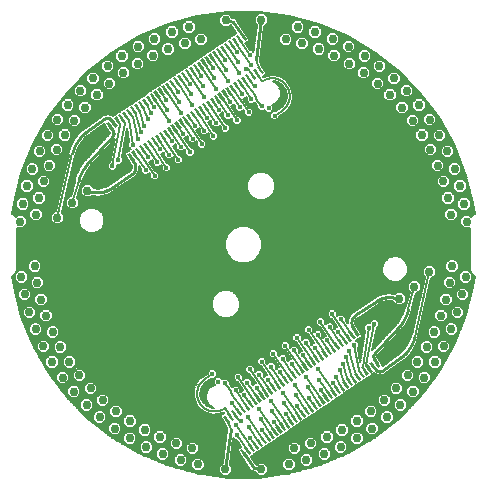
<source format=gtl>
G75*
%MOIN*%
%OFA0B0*%
%FSLAX25Y25*%
%IPPOS*%
%LPD*%
%AMOC8*
5,1,8,0,0,1.08239X$1,22.5*
%
%ADD10R,0.00906X0.02953*%
%ADD11R,0.01378X0.02953*%
%ADD12C,0.02953*%
%ADD13C,0.01587*%
%ADD14C,0.00500*%
%ADD15C,0.01000*%
D10*
G36*
X0133160Y0083100D02*
X0133911Y0083606D01*
X0135560Y0081160D01*
X0134809Y0080654D01*
X0133160Y0083100D01*
G37*
G36*
X0134465Y0083981D02*
X0135216Y0084487D01*
X0136865Y0082041D01*
X0136114Y0081535D01*
X0134465Y0083981D01*
G37*
G36*
X0135771Y0084861D02*
X0136522Y0085367D01*
X0138171Y0082921D01*
X0137420Y0082415D01*
X0135771Y0084861D01*
G37*
G36*
X0137077Y0085742D02*
X0137828Y0086248D01*
X0139477Y0083802D01*
X0138726Y0083296D01*
X0137077Y0085742D01*
G37*
G36*
X0138382Y0086622D02*
X0139133Y0087128D01*
X0140782Y0084682D01*
X0140031Y0084176D01*
X0138382Y0086622D01*
G37*
G36*
X0139688Y0087503D02*
X0140439Y0088009D01*
X0142088Y0085563D01*
X0141337Y0085057D01*
X0139688Y0087503D01*
G37*
G36*
X0140993Y0088384D02*
X0141744Y0088890D01*
X0143393Y0086444D01*
X0142642Y0085938D01*
X0140993Y0088384D01*
G37*
G36*
X0142299Y0089264D02*
X0143050Y0089770D01*
X0144699Y0087324D01*
X0143948Y0086818D01*
X0142299Y0089264D01*
G37*
G36*
X0143604Y0090145D02*
X0144355Y0090651D01*
X0146004Y0088205D01*
X0145253Y0087699D01*
X0143604Y0090145D01*
G37*
G36*
X0144910Y0091026D02*
X0145661Y0091532D01*
X0147310Y0089086D01*
X0146559Y0088580D01*
X0144910Y0091026D01*
G37*
G36*
X0146216Y0091906D02*
X0146967Y0092412D01*
X0148616Y0089966D01*
X0147865Y0089460D01*
X0146216Y0091906D01*
G37*
G36*
X0147521Y0092787D02*
X0148272Y0093293D01*
X0149921Y0090847D01*
X0149170Y0090341D01*
X0147521Y0092787D01*
G37*
G36*
X0148827Y0093667D02*
X0149578Y0094173D01*
X0151227Y0091727D01*
X0150476Y0091221D01*
X0148827Y0093667D01*
G37*
G36*
X0150132Y0094548D02*
X0150883Y0095054D01*
X0152532Y0092608D01*
X0151781Y0092102D01*
X0150132Y0094548D01*
G37*
G36*
X0151438Y0095429D02*
X0152189Y0095935D01*
X0153838Y0093489D01*
X0153087Y0092983D01*
X0151438Y0095429D01*
G37*
G36*
X0152743Y0096309D02*
X0153494Y0096815D01*
X0155143Y0094369D01*
X0154392Y0093863D01*
X0152743Y0096309D01*
G37*
G36*
X0154049Y0097190D02*
X0154800Y0097696D01*
X0156449Y0095250D01*
X0155698Y0094744D01*
X0154049Y0097190D01*
G37*
G36*
X0155355Y0098071D02*
X0156106Y0098577D01*
X0157755Y0096131D01*
X0157004Y0095625D01*
X0155355Y0098071D01*
G37*
G36*
X0156660Y0098951D02*
X0157411Y0099457D01*
X0159060Y0097011D01*
X0158309Y0096505D01*
X0156660Y0098951D01*
G37*
G36*
X0157966Y0099832D02*
X0158717Y0100338D01*
X0160366Y0097892D01*
X0159615Y0097386D01*
X0157966Y0099832D01*
G37*
G36*
X0159271Y0100712D02*
X0160022Y0101218D01*
X0161671Y0098772D01*
X0160920Y0098266D01*
X0159271Y0100712D01*
G37*
G36*
X0160577Y0101593D02*
X0161328Y0102099D01*
X0162977Y0099653D01*
X0162226Y0099147D01*
X0160577Y0101593D01*
G37*
G36*
X0161882Y0102474D02*
X0162633Y0102980D01*
X0164282Y0100534D01*
X0163531Y0100028D01*
X0161882Y0102474D01*
G37*
G36*
X0163188Y0103354D02*
X0163939Y0103860D01*
X0165588Y0101414D01*
X0164837Y0100908D01*
X0163188Y0103354D01*
G37*
G36*
X0164494Y0104235D02*
X0165245Y0104741D01*
X0166894Y0102295D01*
X0166143Y0101789D01*
X0164494Y0104235D01*
G37*
G36*
X0165799Y0105115D02*
X0166550Y0105621D01*
X0168199Y0103175D01*
X0167448Y0102669D01*
X0165799Y0105115D01*
G37*
G36*
X0167105Y0105996D02*
X0167856Y0106502D01*
X0169505Y0104056D01*
X0168754Y0103550D01*
X0167105Y0105996D01*
G37*
G36*
X0168410Y0106877D02*
X0169161Y0107383D01*
X0170810Y0104937D01*
X0170059Y0104431D01*
X0168410Y0106877D01*
G37*
G36*
X0169716Y0107757D02*
X0170467Y0108263D01*
X0172116Y0105817D01*
X0171365Y0105311D01*
X0169716Y0107757D01*
G37*
G36*
X0171021Y0108638D02*
X0171772Y0109144D01*
X0173421Y0106698D01*
X0172670Y0106192D01*
X0171021Y0108638D01*
G37*
G36*
X0172327Y0109519D02*
X0173078Y0110025D01*
X0174727Y0107579D01*
X0173976Y0107073D01*
X0172327Y0109519D01*
G37*
G36*
X0173632Y0110399D02*
X0174383Y0110905D01*
X0176032Y0108459D01*
X0175281Y0107953D01*
X0173632Y0110399D01*
G37*
G36*
X0174938Y0111280D02*
X0175689Y0111786D01*
X0177338Y0109340D01*
X0176587Y0108834D01*
X0174938Y0111280D01*
G37*
G36*
X0176244Y0112160D02*
X0176995Y0112666D01*
X0178644Y0110220D01*
X0177893Y0109714D01*
X0176244Y0112160D01*
G37*
G36*
X0177549Y0113041D02*
X0178300Y0113547D01*
X0179949Y0111101D01*
X0179198Y0110595D01*
X0177549Y0113041D01*
G37*
G36*
X0186928Y0100754D02*
X0186177Y0100248D01*
X0184528Y0102694D01*
X0185279Y0103200D01*
X0186928Y0100754D01*
G37*
G36*
X0185623Y0099874D02*
X0184872Y0099368D01*
X0183223Y0101814D01*
X0183974Y0102320D01*
X0185623Y0099874D01*
G37*
G36*
X0184317Y0098993D02*
X0183566Y0098487D01*
X0181917Y0100933D01*
X0182668Y0101439D01*
X0184317Y0098993D01*
G37*
G36*
X0183011Y0098113D02*
X0182260Y0097607D01*
X0180611Y0100053D01*
X0181362Y0100559D01*
X0183011Y0098113D01*
G37*
G36*
X0181706Y0097232D02*
X0180955Y0096726D01*
X0179306Y0099172D01*
X0180057Y0099678D01*
X0181706Y0097232D01*
G37*
G36*
X0180400Y0096351D02*
X0179649Y0095845D01*
X0178000Y0098291D01*
X0178751Y0098797D01*
X0180400Y0096351D01*
G37*
G36*
X0179095Y0095471D02*
X0178344Y0094965D01*
X0176695Y0097411D01*
X0177446Y0097917D01*
X0179095Y0095471D01*
G37*
G36*
X0177789Y0094590D02*
X0177038Y0094084D01*
X0175389Y0096530D01*
X0176140Y0097036D01*
X0177789Y0094590D01*
G37*
G36*
X0176484Y0093709D02*
X0175733Y0093203D01*
X0174084Y0095649D01*
X0174835Y0096155D01*
X0176484Y0093709D01*
G37*
G36*
X0175178Y0092829D02*
X0174427Y0092323D01*
X0172778Y0094769D01*
X0173529Y0095275D01*
X0175178Y0092829D01*
G37*
G36*
X0173872Y0091948D02*
X0173121Y0091442D01*
X0171472Y0093888D01*
X0172223Y0094394D01*
X0173872Y0091948D01*
G37*
G36*
X0172567Y0091068D02*
X0171816Y0090562D01*
X0170167Y0093008D01*
X0170918Y0093514D01*
X0172567Y0091068D01*
G37*
G36*
X0171261Y0090187D02*
X0170510Y0089681D01*
X0168861Y0092127D01*
X0169612Y0092633D01*
X0171261Y0090187D01*
G37*
G36*
X0169956Y0089306D02*
X0169205Y0088800D01*
X0167556Y0091246D01*
X0168307Y0091752D01*
X0169956Y0089306D01*
G37*
G36*
X0168650Y0088426D02*
X0167899Y0087920D01*
X0166250Y0090366D01*
X0167001Y0090872D01*
X0168650Y0088426D01*
G37*
G36*
X0167345Y0087545D02*
X0166594Y0087039D01*
X0164945Y0089485D01*
X0165696Y0089991D01*
X0167345Y0087545D01*
G37*
G36*
X0166039Y0086664D02*
X0165288Y0086158D01*
X0163639Y0088604D01*
X0164390Y0089110D01*
X0166039Y0086664D01*
G37*
G36*
X0164733Y0085784D02*
X0163982Y0085278D01*
X0162333Y0087724D01*
X0163084Y0088230D01*
X0164733Y0085784D01*
G37*
G36*
X0163428Y0084903D02*
X0162677Y0084397D01*
X0161028Y0086843D01*
X0161779Y0087349D01*
X0163428Y0084903D01*
G37*
G36*
X0162122Y0084023D02*
X0161371Y0083517D01*
X0159722Y0085963D01*
X0160473Y0086469D01*
X0162122Y0084023D01*
G37*
G36*
X0160817Y0083142D02*
X0160066Y0082636D01*
X0158417Y0085082D01*
X0159168Y0085588D01*
X0160817Y0083142D01*
G37*
G36*
X0159511Y0082261D02*
X0158760Y0081755D01*
X0157111Y0084201D01*
X0157862Y0084707D01*
X0159511Y0082261D01*
G37*
G36*
X0158206Y0081381D02*
X0157455Y0080875D01*
X0155806Y0083321D01*
X0156557Y0083827D01*
X0158206Y0081381D01*
G37*
G36*
X0156900Y0080500D02*
X0156149Y0079994D01*
X0154500Y0082440D01*
X0155251Y0082946D01*
X0156900Y0080500D01*
G37*
G36*
X0155594Y0079620D02*
X0154843Y0079114D01*
X0153194Y0081560D01*
X0153945Y0082066D01*
X0155594Y0079620D01*
G37*
G36*
X0154289Y0078739D02*
X0153538Y0078233D01*
X0151889Y0080679D01*
X0152640Y0081185D01*
X0154289Y0078739D01*
G37*
G36*
X0152983Y0077858D02*
X0152232Y0077352D01*
X0150583Y0079798D01*
X0151334Y0080304D01*
X0152983Y0077858D01*
G37*
G36*
X0151678Y0076978D02*
X0150927Y0076472D01*
X0149278Y0078918D01*
X0150029Y0079424D01*
X0151678Y0076978D01*
G37*
G36*
X0150372Y0076097D02*
X0149621Y0075591D01*
X0147972Y0078037D01*
X0148723Y0078543D01*
X0150372Y0076097D01*
G37*
G36*
X0149067Y0075216D02*
X0148316Y0074710D01*
X0146667Y0077156D01*
X0147418Y0077662D01*
X0149067Y0075216D01*
G37*
G36*
X0147761Y0074336D02*
X0147010Y0073830D01*
X0145361Y0076276D01*
X0146112Y0076782D01*
X0147761Y0074336D01*
G37*
G36*
X0146455Y0073455D02*
X0145704Y0072949D01*
X0144055Y0075395D01*
X0144806Y0075901D01*
X0146455Y0073455D01*
G37*
G36*
X0145150Y0072575D02*
X0144399Y0072069D01*
X0142750Y0074515D01*
X0143501Y0075021D01*
X0145150Y0072575D01*
G37*
G36*
X0143844Y0071694D02*
X0143093Y0071188D01*
X0141444Y0073634D01*
X0142195Y0074140D01*
X0143844Y0071694D01*
G37*
G36*
X0142539Y0070813D02*
X0141788Y0070307D01*
X0140139Y0072753D01*
X0140890Y0073259D01*
X0142539Y0070813D01*
G37*
G36*
X0104951Y0169459D02*
X0104200Y0168953D01*
X0102551Y0171399D01*
X0103302Y0171905D01*
X0104951Y0169459D01*
G37*
G36*
X0106256Y0170339D02*
X0105505Y0169833D01*
X0103856Y0172279D01*
X0104607Y0172785D01*
X0106256Y0170339D01*
G37*
G36*
X0107562Y0171220D02*
X0106811Y0170714D01*
X0105162Y0173160D01*
X0105913Y0173666D01*
X0107562Y0171220D01*
G37*
G36*
X0108867Y0172101D02*
X0108116Y0171595D01*
X0106467Y0174041D01*
X0107218Y0174547D01*
X0108867Y0172101D01*
G37*
G36*
X0110173Y0172981D02*
X0109422Y0172475D01*
X0107773Y0174921D01*
X0108524Y0175427D01*
X0110173Y0172981D01*
G37*
G36*
X0111478Y0173862D02*
X0110727Y0173356D01*
X0109078Y0175802D01*
X0109829Y0176308D01*
X0111478Y0173862D01*
G37*
G36*
X0112784Y0174742D02*
X0112033Y0174236D01*
X0110384Y0176682D01*
X0111135Y0177188D01*
X0112784Y0174742D01*
G37*
G36*
X0114090Y0175623D02*
X0113339Y0175117D01*
X0111690Y0177563D01*
X0112441Y0178069D01*
X0114090Y0175623D01*
G37*
G36*
X0115395Y0176504D02*
X0114644Y0175998D01*
X0112995Y0178444D01*
X0113746Y0178950D01*
X0115395Y0176504D01*
G37*
G36*
X0116701Y0177384D02*
X0115950Y0176878D01*
X0114301Y0179324D01*
X0115052Y0179830D01*
X0116701Y0177384D01*
G37*
G36*
X0118006Y0178265D02*
X0117255Y0177759D01*
X0115606Y0180205D01*
X0116357Y0180711D01*
X0118006Y0178265D01*
G37*
G36*
X0119312Y0179146D02*
X0118561Y0178640D01*
X0116912Y0181086D01*
X0117663Y0181592D01*
X0119312Y0179146D01*
G37*
G36*
X0120617Y0180026D02*
X0119866Y0179520D01*
X0118217Y0181966D01*
X0118968Y0182472D01*
X0120617Y0180026D01*
G37*
G36*
X0121923Y0180907D02*
X0121172Y0180401D01*
X0119523Y0182847D01*
X0120274Y0183353D01*
X0121923Y0180907D01*
G37*
G36*
X0123229Y0181787D02*
X0122478Y0181281D01*
X0120829Y0183727D01*
X0121580Y0184233D01*
X0123229Y0181787D01*
G37*
G36*
X0124534Y0182668D02*
X0123783Y0182162D01*
X0122134Y0184608D01*
X0122885Y0185114D01*
X0124534Y0182668D01*
G37*
G36*
X0125840Y0183549D02*
X0125089Y0183043D01*
X0123440Y0185489D01*
X0124191Y0185995D01*
X0125840Y0183549D01*
G37*
G36*
X0127145Y0184429D02*
X0126394Y0183923D01*
X0124745Y0186369D01*
X0125496Y0186875D01*
X0127145Y0184429D01*
G37*
G36*
X0128451Y0185310D02*
X0127700Y0184804D01*
X0126051Y0187250D01*
X0126802Y0187756D01*
X0128451Y0185310D01*
G37*
G36*
X0129756Y0186191D02*
X0129005Y0185685D01*
X0127356Y0188131D01*
X0128107Y0188637D01*
X0129756Y0186191D01*
G37*
G36*
X0131062Y0187071D02*
X0130311Y0186565D01*
X0128662Y0189011D01*
X0129413Y0189517D01*
X0131062Y0187071D01*
G37*
G36*
X0132368Y0187952D02*
X0131617Y0187446D01*
X0129968Y0189892D01*
X0130719Y0190398D01*
X0132368Y0187952D01*
G37*
G36*
X0133673Y0188832D02*
X0132922Y0188326D01*
X0131273Y0190772D01*
X0132024Y0191278D01*
X0133673Y0188832D01*
G37*
G36*
X0134979Y0189713D02*
X0134228Y0189207D01*
X0132579Y0191653D01*
X0133330Y0192159D01*
X0134979Y0189713D01*
G37*
G36*
X0136284Y0190594D02*
X0135533Y0190088D01*
X0133884Y0192534D01*
X0134635Y0193040D01*
X0136284Y0190594D01*
G37*
G36*
X0137590Y0191474D02*
X0136839Y0190968D01*
X0135190Y0193414D01*
X0135941Y0193920D01*
X0137590Y0191474D01*
G37*
G36*
X0138895Y0192355D02*
X0138144Y0191849D01*
X0136495Y0194295D01*
X0137246Y0194801D01*
X0138895Y0192355D01*
G37*
G36*
X0140201Y0193235D02*
X0139450Y0192729D01*
X0137801Y0195175D01*
X0138552Y0195681D01*
X0140201Y0193235D01*
G37*
G36*
X0141507Y0194116D02*
X0140756Y0193610D01*
X0139107Y0196056D01*
X0139858Y0196562D01*
X0141507Y0194116D01*
G37*
G36*
X0142812Y0194997D02*
X0142061Y0194491D01*
X0140412Y0196937D01*
X0141163Y0197443D01*
X0142812Y0194997D01*
G37*
G36*
X0144118Y0195877D02*
X0143367Y0195371D01*
X0141718Y0197817D01*
X0142469Y0198323D01*
X0144118Y0195877D01*
G37*
G36*
X0145423Y0196758D02*
X0144672Y0196252D01*
X0143023Y0198698D01*
X0143774Y0199204D01*
X0145423Y0196758D01*
G37*
G36*
X0146729Y0197639D02*
X0145978Y0197133D01*
X0144329Y0199579D01*
X0145080Y0200085D01*
X0146729Y0197639D01*
G37*
G36*
X0148034Y0198519D02*
X0147283Y0198013D01*
X0145634Y0200459D01*
X0146385Y0200965D01*
X0148034Y0198519D01*
G37*
G36*
X0149340Y0199400D02*
X0148589Y0198894D01*
X0146940Y0201340D01*
X0147691Y0201846D01*
X0149340Y0199400D01*
G37*
G36*
X0139961Y0211686D02*
X0140712Y0212192D01*
X0142361Y0209746D01*
X0141610Y0209240D01*
X0139961Y0211686D01*
G37*
G36*
X0138656Y0210806D02*
X0139407Y0211312D01*
X0141056Y0208866D01*
X0140305Y0208360D01*
X0138656Y0210806D01*
G37*
G36*
X0137350Y0209925D02*
X0138101Y0210431D01*
X0139750Y0207985D01*
X0138999Y0207479D01*
X0137350Y0209925D01*
G37*
G36*
X0136044Y0209045D02*
X0136795Y0209551D01*
X0138444Y0207105D01*
X0137693Y0206599D01*
X0136044Y0209045D01*
G37*
G36*
X0134739Y0208164D02*
X0135490Y0208670D01*
X0137139Y0206224D01*
X0136388Y0205718D01*
X0134739Y0208164D01*
G37*
G36*
X0133433Y0207283D02*
X0134184Y0207789D01*
X0135833Y0205343D01*
X0135082Y0204837D01*
X0133433Y0207283D01*
G37*
G36*
X0132128Y0206403D02*
X0132879Y0206909D01*
X0134528Y0204463D01*
X0133777Y0203957D01*
X0132128Y0206403D01*
G37*
G36*
X0130822Y0205522D02*
X0131573Y0206028D01*
X0133222Y0203582D01*
X0132471Y0203076D01*
X0130822Y0205522D01*
G37*
G36*
X0129517Y0204642D02*
X0130268Y0205148D01*
X0131917Y0202702D01*
X0131166Y0202196D01*
X0129517Y0204642D01*
G37*
G36*
X0128211Y0203761D02*
X0128962Y0204267D01*
X0130611Y0201821D01*
X0129860Y0201315D01*
X0128211Y0203761D01*
G37*
G36*
X0126905Y0202880D02*
X0127656Y0203386D01*
X0129305Y0200940D01*
X0128554Y0200434D01*
X0126905Y0202880D01*
G37*
G36*
X0125600Y0202000D02*
X0126351Y0202506D01*
X0128000Y0200060D01*
X0127249Y0199554D01*
X0125600Y0202000D01*
G37*
G36*
X0124294Y0201119D02*
X0125045Y0201625D01*
X0126694Y0199179D01*
X0125943Y0198673D01*
X0124294Y0201119D01*
G37*
G36*
X0122989Y0200238D02*
X0123740Y0200744D01*
X0125389Y0198298D01*
X0124638Y0197792D01*
X0122989Y0200238D01*
G37*
G36*
X0121683Y0199358D02*
X0122434Y0199864D01*
X0124083Y0197418D01*
X0123332Y0196912D01*
X0121683Y0199358D01*
G37*
G36*
X0120378Y0198477D02*
X0121129Y0198983D01*
X0122778Y0196537D01*
X0122027Y0196031D01*
X0120378Y0198477D01*
G37*
G36*
X0119072Y0197597D02*
X0119823Y0198103D01*
X0121472Y0195657D01*
X0120721Y0195151D01*
X0119072Y0197597D01*
G37*
G36*
X0117766Y0196716D02*
X0118517Y0197222D01*
X0120166Y0194776D01*
X0119415Y0194270D01*
X0117766Y0196716D01*
G37*
G36*
X0116461Y0195835D02*
X0117212Y0196341D01*
X0118861Y0193895D01*
X0118110Y0193389D01*
X0116461Y0195835D01*
G37*
G36*
X0115155Y0194955D02*
X0115906Y0195461D01*
X0117555Y0193015D01*
X0116804Y0192509D01*
X0115155Y0194955D01*
G37*
G36*
X0113850Y0194074D02*
X0114601Y0194580D01*
X0116250Y0192134D01*
X0115499Y0191628D01*
X0113850Y0194074D01*
G37*
G36*
X0112544Y0193193D02*
X0113295Y0193699D01*
X0114944Y0191253D01*
X0114193Y0190747D01*
X0112544Y0193193D01*
G37*
G36*
X0111239Y0192313D02*
X0111990Y0192819D01*
X0113639Y0190373D01*
X0112888Y0189867D01*
X0111239Y0192313D01*
G37*
G36*
X0109933Y0191432D02*
X0110684Y0191938D01*
X0112333Y0189492D01*
X0111582Y0188986D01*
X0109933Y0191432D01*
G37*
G36*
X0108627Y0190552D02*
X0109378Y0191058D01*
X0111027Y0188612D01*
X0110276Y0188106D01*
X0108627Y0190552D01*
G37*
G36*
X0107322Y0189671D02*
X0108073Y0190177D01*
X0109722Y0187731D01*
X0108971Y0187225D01*
X0107322Y0189671D01*
G37*
G36*
X0106016Y0188790D02*
X0106767Y0189296D01*
X0108416Y0186850D01*
X0107665Y0186344D01*
X0106016Y0188790D01*
G37*
G36*
X0104711Y0187910D02*
X0105462Y0188416D01*
X0107111Y0185970D01*
X0106360Y0185464D01*
X0104711Y0187910D01*
G37*
G36*
X0103405Y0187029D02*
X0104156Y0187535D01*
X0105805Y0185089D01*
X0105054Y0184583D01*
X0103405Y0187029D01*
G37*
G36*
X0102100Y0186149D02*
X0102851Y0186655D01*
X0104500Y0184209D01*
X0103749Y0183703D01*
X0102100Y0186149D01*
G37*
G36*
X0100794Y0185268D02*
X0101545Y0185774D01*
X0103194Y0183328D01*
X0102443Y0182822D01*
X0100794Y0185268D01*
G37*
G36*
X0099488Y0184387D02*
X0100239Y0184893D01*
X0101888Y0182447D01*
X0101137Y0181941D01*
X0099488Y0184387D01*
G37*
G36*
X0098183Y0183507D02*
X0098934Y0184013D01*
X0100583Y0181567D01*
X0099832Y0181061D01*
X0098183Y0183507D01*
G37*
G36*
X0096877Y0182626D02*
X0097628Y0183132D01*
X0099277Y0180686D01*
X0098526Y0180180D01*
X0096877Y0182626D01*
G37*
G36*
X0095572Y0181745D02*
X0096323Y0182251D01*
X0097972Y0179805D01*
X0097221Y0179299D01*
X0095572Y0181745D01*
G37*
D11*
G36*
X0093825Y0180568D02*
X0094967Y0181338D01*
X0096617Y0178892D01*
X0095475Y0178122D01*
X0093825Y0180568D01*
G37*
G36*
X0103596Y0168545D02*
X0102454Y0167775D01*
X0100804Y0170221D01*
X0101946Y0170991D01*
X0103596Y0168545D01*
G37*
G36*
X0141316Y0212600D02*
X0142458Y0213370D01*
X0144108Y0210924D01*
X0142966Y0210154D01*
X0141316Y0212600D01*
G37*
G36*
X0151086Y0200578D02*
X0149944Y0199808D01*
X0148294Y0202254D01*
X0149436Y0203024D01*
X0151086Y0200578D01*
G37*
G36*
X0178904Y0113955D02*
X0180046Y0114725D01*
X0181696Y0112279D01*
X0180554Y0111509D01*
X0178904Y0113955D01*
G37*
G36*
X0188674Y0101932D02*
X0187532Y0101162D01*
X0185882Y0103608D01*
X0187024Y0104378D01*
X0188674Y0101932D01*
G37*
G36*
X0141184Y0069900D02*
X0140042Y0069130D01*
X0138392Y0071576D01*
X0139534Y0072346D01*
X0141184Y0069900D01*
G37*
G36*
X0131413Y0081922D02*
X0132555Y0082692D01*
X0134205Y0080246D01*
X0133063Y0079476D01*
X0131413Y0081922D01*
G37*
D12*
X0124244Y0073439D03*
X0120277Y0069454D03*
X0118877Y0075014D03*
X0114283Y0071495D03*
X0113397Y0077127D03*
X0108360Y0079557D03*
X0103365Y0076769D03*
X0103401Y0082471D03*
X0098822Y0085683D03*
X0094309Y0089442D03*
X0090317Y0093359D03*
X0086553Y0097709D03*
X0083247Y0102219D03*
X0080176Y0107227D03*
X0077459Y0102214D03*
X0074556Y0107391D03*
X0077651Y0112217D03*
X0071940Y0113157D03*
X0075440Y0117658D03*
X0073763Y0122994D03*
X0068312Y0124727D03*
X0072492Y0128604D03*
X0071700Y0134140D03*
X0067221Y0130561D03*
X0069750Y0141250D03*
X0066864Y0148984D03*
X0072067Y0151316D03*
X0067702Y0154860D03*
X0073092Y0156814D03*
X0069092Y0160903D03*
X0074603Y0162364D03*
X0070868Y0166567D03*
X0076503Y0167624D03*
X0073271Y0172425D03*
X0078947Y0172965D03*
X0081680Y0177845D03*
X0079202Y0183001D03*
X0084891Y0182617D03*
X0088377Y0186991D03*
X0092404Y0191266D03*
X0096558Y0195012D03*
X0101229Y0198572D03*
X0105939Y0201589D03*
X0111018Y0204287D03*
X0106181Y0207305D03*
X0111525Y0209886D03*
X0116154Y0206503D03*
X0117441Y0212145D03*
X0121720Y0208378D03*
X0127148Y0209725D03*
X0123135Y0213820D03*
X0135344Y0216053D03*
X0141550Y0216750D03*
X0147250Y0216150D03*
X0155352Y0209725D03*
X0160780Y0208378D03*
X0159365Y0213820D03*
X0165059Y0212145D03*
X0166346Y0206503D03*
X0171481Y0204287D03*
X0170974Y0209886D03*
X0176319Y0207305D03*
X0176561Y0201589D03*
X0181271Y0198572D03*
X0181676Y0204181D03*
X0186532Y0200769D03*
X0185942Y0195012D03*
X0190096Y0191266D03*
X0191411Y0196733D03*
X0195645Y0192574D03*
X0194123Y0186991D03*
X0197609Y0182617D03*
X0199799Y0187795D03*
X0203297Y0183001D03*
X0200820Y0177845D03*
X0203553Y0172965D03*
X0206552Y0177722D03*
X0209229Y0172425D03*
X0205997Y0167624D03*
X0207897Y0162364D03*
X0211632Y0166567D03*
X0213408Y0160903D03*
X0209408Y0156814D03*
X0210433Y0151316D03*
X0214798Y0154860D03*
X0215635Y0148984D03*
X0212750Y0141250D03*
X0210800Y0134140D03*
X0215279Y0130561D03*
X0210008Y0128604D03*
X0214188Y0124727D03*
X0208737Y0122994D03*
X0212578Y0118738D03*
X0207060Y0117658D03*
X0210559Y0113157D03*
X0204849Y0112217D03*
X0207944Y0107391D03*
X0202323Y0107227D03*
X0205040Y0102214D03*
X0199253Y0102219D03*
X0195946Y0097709D03*
X0192183Y0093359D03*
X0188191Y0089442D03*
X0193567Y0087795D03*
X0197808Y0092320D03*
X0201518Y0096952D03*
X0189158Y0083823D03*
X0183678Y0085683D03*
X0179099Y0082471D03*
X0184134Y0079968D03*
X0179135Y0076769D03*
X0174140Y0079557D03*
X0169103Y0077127D03*
X0173667Y0073843D03*
X0168217Y0071495D03*
X0163622Y0075014D03*
X0158256Y0073439D03*
X0162223Y0069454D03*
X0156462Y0068027D03*
X0147250Y0066350D03*
X0140950Y0065750D03*
X0135250Y0066350D03*
X0126038Y0068027D03*
X0108833Y0073843D03*
X0098366Y0079968D03*
X0093342Y0083823D03*
X0088933Y0087795D03*
X0084692Y0092320D03*
X0080982Y0096952D03*
X0069922Y0118738D03*
X0079250Y0150250D03*
X0084250Y0155250D03*
X0089250Y0159250D03*
X0094750Y0163250D03*
X0075948Y0177722D03*
X0082701Y0187795D03*
X0086855Y0192574D03*
X0091089Y0196733D03*
X0095968Y0200769D03*
X0100824Y0204181D03*
X0187750Y0119250D03*
X0193250Y0123250D03*
X0198250Y0127250D03*
X0203250Y0132250D03*
D13*
X0208250Y0136750D03*
X0212250Y0137250D03*
X0215750Y0137750D03*
X0215250Y0144750D03*
X0217250Y0152750D03*
X0216250Y0158250D03*
X0214250Y0164250D03*
X0212250Y0170250D03*
X0209750Y0175750D03*
X0206750Y0181250D03*
X0203250Y0186250D03*
X0199250Y0191250D03*
X0194750Y0196250D03*
X0190250Y0200250D03*
X0185250Y0204250D03*
X0179750Y0207250D03*
X0174750Y0210250D03*
X0168750Y0212750D03*
X0162750Y0214750D03*
X0155250Y0215750D03*
X0151750Y0215750D03*
X0150250Y0211750D03*
X0149250Y0207750D03*
X0148250Y0204750D03*
X0151750Y0204750D03*
X0152750Y0199250D03*
X0143801Y0201171D03*
X0142125Y0199859D03*
X0139884Y0198529D03*
X0139428Y0202021D03*
X0138973Y0205512D03*
X0135056Y0202871D03*
X0135512Y0199379D03*
X0135967Y0195887D03*
X0132051Y0193245D03*
X0131539Y0196820D03*
X0131139Y0200229D03*
X0127223Y0197587D03*
X0127678Y0194095D03*
X0128134Y0190603D03*
X0123761Y0191453D03*
X0124217Y0187961D03*
X0120300Y0185320D03*
X0119845Y0188811D03*
X0115472Y0189661D03*
X0119389Y0192303D03*
X0123306Y0194945D03*
X0115928Y0186170D03*
X0116384Y0182678D03*
X0121212Y0178336D03*
X0124279Y0176606D03*
X0127345Y0174875D03*
X0123470Y0172199D03*
X0120362Y0173964D03*
X0117295Y0175694D03*
X0116445Y0171322D03*
X0113378Y0173052D03*
X0109461Y0170408D03*
X0112528Y0168680D03*
X0115595Y0166949D03*
X0111679Y0164308D03*
X0108612Y0166038D03*
X0105250Y0160750D03*
X0100750Y0155750D03*
X0095750Y0154750D03*
X0097250Y0151250D03*
X0083250Y0143250D03*
X0083250Y0139250D03*
X0079250Y0139250D03*
X0076750Y0135250D03*
X0067250Y0137750D03*
X0066750Y0144750D03*
X0070250Y0145250D03*
X0074250Y0145750D03*
X0065250Y0152750D03*
X0066250Y0158250D03*
X0068250Y0164250D03*
X0070250Y0170250D03*
X0072750Y0175750D03*
X0075750Y0181250D03*
X0079250Y0186250D03*
X0083250Y0191250D03*
X0087750Y0196250D03*
X0092250Y0200250D03*
X0097250Y0204250D03*
X0102750Y0207250D03*
X0107750Y0210250D03*
X0113750Y0212750D03*
X0119750Y0214750D03*
X0127250Y0215750D03*
X0130750Y0215750D03*
X0143345Y0204663D03*
X0145037Y0194017D03*
X0143862Y0189815D03*
X0140795Y0191545D03*
X0139945Y0187173D03*
X0136879Y0188904D03*
X0136029Y0184531D03*
X0139096Y0182801D03*
X0143012Y0185442D03*
X0147351Y0187462D03*
X0149661Y0186849D03*
X0151602Y0184290D03*
X0152250Y0179250D03*
X0149750Y0174750D03*
X0151250Y0170250D03*
X0147250Y0169750D03*
X0150250Y0166250D03*
X0148750Y0153750D03*
X0146750Y0148750D03*
X0141750Y0154250D03*
X0139250Y0148750D03*
X0135750Y0133750D03*
X0133750Y0128750D03*
X0140750Y0128250D03*
X0143250Y0133750D03*
X0132250Y0116250D03*
X0131250Y0112250D03*
X0132750Y0107750D03*
X0135250Y0112750D03*
X0130250Y0103250D03*
X0130860Y0098176D03*
X0132816Y0095635D03*
X0135149Y0095038D03*
X0138638Y0092685D03*
X0141564Y0091163D03*
X0142554Y0095327D03*
X0139488Y0097057D03*
X0143404Y0099699D03*
X0146471Y0097969D03*
X0149511Y0096243D03*
X0150388Y0100611D03*
X0147321Y0102341D03*
X0151238Y0104983D03*
X0154305Y0103252D03*
X0157371Y0101522D03*
X0153455Y0098880D03*
X0158283Y0094538D03*
X0158738Y0091047D03*
X0163111Y0090197D03*
X0159194Y0087555D03*
X0155277Y0084913D03*
X0154822Y0088405D03*
X0154366Y0091897D03*
X0150449Y0089255D03*
X0150905Y0085763D03*
X0151361Y0082271D03*
X0146988Y0083121D03*
X0147444Y0079629D03*
X0143527Y0076987D03*
X0143072Y0080479D03*
X0140374Y0082640D03*
X0138699Y0081329D03*
X0139155Y0077837D03*
X0134250Y0077750D03*
X0133250Y0074750D03*
X0130750Y0077750D03*
X0129750Y0083250D03*
X0137388Y0088348D03*
X0142616Y0083971D03*
X0146533Y0086613D03*
X0145621Y0093596D03*
X0155154Y0107625D03*
X0158110Y0106062D03*
X0161147Y0104372D03*
X0165205Y0106806D03*
X0162138Y0108536D03*
X0159071Y0110267D03*
X0162988Y0112909D03*
X0166055Y0111178D03*
X0169122Y0109447D03*
X0169971Y0113820D03*
X0172899Y0112298D03*
X0178216Y0107855D03*
X0176462Y0105851D03*
X0175403Y0103712D03*
X0174343Y0101572D03*
X0173284Y0099433D03*
X0172224Y0097293D03*
X0171108Y0095237D03*
X0167027Y0092839D03*
X0166572Y0096330D03*
X0166116Y0099822D03*
X0162199Y0097180D03*
X0162655Y0093688D03*
X0166905Y0115550D03*
X0170821Y0118192D03*
X0173888Y0116462D03*
X0177250Y0121750D03*
X0181750Y0126750D03*
X0186750Y0127750D03*
X0185250Y0131250D03*
X0199250Y0139250D03*
X0199750Y0143250D03*
X0203250Y0143250D03*
X0206250Y0147250D03*
X0216750Y0127250D03*
X0215250Y0121250D03*
X0213750Y0115250D03*
X0211250Y0109250D03*
X0208250Y0103750D03*
X0205250Y0098750D03*
X0201250Y0093250D03*
X0197250Y0088750D03*
X0192750Y0084250D03*
X0187750Y0080250D03*
X0183250Y0076750D03*
X0177250Y0073250D03*
X0171750Y0070750D03*
X0165750Y0068250D03*
X0160250Y0066750D03*
X0151750Y0066750D03*
X0132250Y0070750D03*
X0129750Y0067750D03*
X0122250Y0066750D03*
X0116750Y0068250D03*
X0110750Y0070750D03*
X0105250Y0073250D03*
X0099250Y0076750D03*
X0094750Y0080250D03*
X0089750Y0084250D03*
X0085250Y0088750D03*
X0081250Y0093250D03*
X0077250Y0098750D03*
X0074250Y0103750D03*
X0071250Y0109250D03*
X0068750Y0115250D03*
X0067250Y0121250D03*
X0065750Y0127250D03*
X0097591Y0167529D03*
X0099554Y0169488D03*
X0104284Y0174644D03*
X0106037Y0176649D03*
X0107116Y0178801D03*
X0108157Y0180928D03*
X0109277Y0183108D03*
X0110276Y0185206D03*
X0111391Y0187263D03*
X0125128Y0180978D03*
X0128195Y0179247D03*
X0131262Y0177517D03*
X0132112Y0181889D03*
X0135179Y0180159D03*
X0132962Y0186262D03*
X0129045Y0183620D03*
X0119512Y0169591D03*
X0182945Y0113563D03*
X0184909Y0114971D03*
D14*
X0091788Y0085417D02*
X0087328Y0085417D01*
X0087664Y0085915D02*
X0086839Y0085915D01*
X0087165Y0086414D02*
X0086349Y0086414D01*
X0086706Y0086873D02*
X0088010Y0085569D01*
X0089855Y0085569D01*
X0091159Y0086873D01*
X0091159Y0088717D01*
X0089855Y0090022D01*
X0088010Y0090022D01*
X0086706Y0088717D01*
X0086706Y0086873D01*
X0086706Y0086912D02*
X0085860Y0086912D01*
X0085370Y0087411D02*
X0086706Y0087411D01*
X0086706Y0087909D02*
X0084881Y0087909D01*
X0084392Y0088408D02*
X0086706Y0088408D01*
X0086895Y0088906D02*
X0083902Y0088906D01*
X0083413Y0089405D02*
X0087394Y0089405D01*
X0087892Y0089903D02*
X0082923Y0089903D01*
X0082434Y0090402D02*
X0083461Y0090402D01*
X0083769Y0090093D02*
X0082465Y0091398D01*
X0082465Y0093242D01*
X0083769Y0094546D01*
X0085614Y0094546D01*
X0086918Y0093242D01*
X0086918Y0091398D01*
X0085614Y0090093D01*
X0083769Y0090093D01*
X0082962Y0090900D02*
X0082023Y0090900D01*
X0082278Y0090560D02*
X0076102Y0098790D01*
X0071066Y0107764D01*
X0067259Y0117325D01*
X0064747Y0127304D01*
X0064215Y0130892D01*
X0064958Y0131321D01*
X0064958Y0131321D01*
X0064958Y0131321D01*
X0064995Y0131385D01*
X0064995Y0129639D01*
X0066299Y0128335D01*
X0068143Y0128335D01*
X0069447Y0129639D01*
X0069447Y0131483D01*
X0068143Y0132787D01*
X0066299Y0132787D01*
X0065129Y0131618D01*
X0065854Y0132873D01*
X0065854Y0146846D01*
X0065942Y0146758D01*
X0067787Y0146758D01*
X0069091Y0148062D01*
X0069091Y0149906D01*
X0067787Y0151211D01*
X0065942Y0151211D01*
X0065307Y0150575D01*
X0064958Y0151179D01*
X0064215Y0151607D01*
X0064747Y0155196D01*
X0067259Y0165175D01*
X0071066Y0174735D01*
X0076102Y0183709D01*
X0082278Y0191940D01*
X0089488Y0199283D01*
X0097604Y0205609D01*
X0106484Y0210809D01*
X0115973Y0214790D01*
X0125904Y0217484D01*
X0136105Y0218843D01*
X0146395Y0218843D01*
X0156595Y0217484D01*
X0166527Y0214790D01*
X0176016Y0210809D01*
X0184896Y0205609D01*
X0193012Y0199283D01*
X0200221Y0191940D01*
X0200221Y0191940D01*
X0206398Y0183709D01*
X0211434Y0174736D01*
X0215241Y0165175D01*
X0217752Y0155196D01*
X0218284Y0151607D01*
X0217542Y0151179D01*
X0217542Y0151179D01*
X0217193Y0150575D01*
X0216558Y0151211D01*
X0214713Y0151211D01*
X0213409Y0149906D01*
X0213409Y0148062D01*
X0214713Y0146758D01*
X0216558Y0146758D01*
X0216646Y0146846D01*
X0216646Y0132873D01*
X0217371Y0131618D01*
X0216201Y0132787D01*
X0214357Y0132787D01*
X0213052Y0131483D01*
X0213052Y0129639D01*
X0214357Y0128335D01*
X0216201Y0128335D01*
X0217505Y0129639D01*
X0217505Y0131385D01*
X0217542Y0131321D01*
X0218284Y0130892D01*
X0217752Y0127304D01*
X0215241Y0117325D01*
X0211434Y0107764D01*
X0206398Y0098790D01*
X0200221Y0090560D01*
X0193012Y0083217D01*
X0184896Y0076891D01*
X0176016Y0071691D01*
X0166527Y0067710D01*
X0156595Y0065016D01*
X0146395Y0063657D01*
X0136105Y0063657D01*
X0125904Y0065016D01*
X0115973Y0067710D01*
X0106484Y0071691D01*
X0097604Y0076891D01*
X0089488Y0083217D01*
X0082278Y0090560D01*
X0082465Y0091399D02*
X0081649Y0091399D01*
X0081275Y0091897D02*
X0082465Y0091897D01*
X0082465Y0092396D02*
X0080901Y0092396D01*
X0080527Y0092894D02*
X0082465Y0092894D01*
X0082616Y0093393D02*
X0080152Y0093393D01*
X0079778Y0093891D02*
X0083115Y0093891D01*
X0083613Y0094390D02*
X0079404Y0094390D01*
X0079030Y0094888D02*
X0079897Y0094888D01*
X0080059Y0094726D02*
X0081904Y0094726D01*
X0083208Y0096030D01*
X0083208Y0097875D01*
X0081904Y0099179D01*
X0080059Y0099179D01*
X0078755Y0097875D01*
X0078755Y0096030D01*
X0080059Y0094726D01*
X0079399Y0095387D02*
X0078656Y0095387D01*
X0078900Y0095885D02*
X0078282Y0095885D01*
X0077908Y0096384D02*
X0078755Y0096384D01*
X0078755Y0096882D02*
X0077534Y0096882D01*
X0077159Y0097381D02*
X0078755Y0097381D01*
X0078760Y0097879D02*
X0076785Y0097879D01*
X0076411Y0098378D02*
X0079259Y0098378D01*
X0079757Y0098876D02*
X0076053Y0098876D01*
X0075774Y0099375D02*
X0085071Y0099375D01*
X0084573Y0098876D02*
X0082206Y0098876D01*
X0082705Y0098378D02*
X0084327Y0098378D01*
X0084327Y0098631D02*
X0084327Y0096786D01*
X0085631Y0095482D01*
X0087476Y0095482D01*
X0088780Y0096786D01*
X0088780Y0098631D01*
X0087476Y0099935D01*
X0085631Y0099935D01*
X0084327Y0098631D01*
X0084327Y0097879D02*
X0083203Y0097879D01*
X0083208Y0097381D02*
X0084327Y0097381D01*
X0084327Y0096882D02*
X0083208Y0096882D01*
X0083208Y0096384D02*
X0084729Y0096384D01*
X0085228Y0095885D02*
X0083063Y0095885D01*
X0082565Y0095387D02*
X0089196Y0095387D01*
X0089394Y0095585D02*
X0088090Y0094281D01*
X0088090Y0092437D01*
X0089394Y0091133D01*
X0091239Y0091133D01*
X0092543Y0092437D01*
X0092543Y0094281D01*
X0091239Y0095585D01*
X0089394Y0095585D01*
X0088697Y0094888D02*
X0082066Y0094888D01*
X0085770Y0094390D02*
X0088199Y0094390D01*
X0088090Y0093891D02*
X0086269Y0093891D01*
X0086767Y0093393D02*
X0088090Y0093393D01*
X0088090Y0092894D02*
X0086918Y0092894D01*
X0086918Y0092396D02*
X0088131Y0092396D01*
X0088630Y0091897D02*
X0086918Y0091897D01*
X0086918Y0091399D02*
X0089128Y0091399D01*
X0089973Y0089903D02*
X0092082Y0089903D01*
X0092082Y0090364D02*
X0092082Y0088519D01*
X0093387Y0087215D01*
X0095231Y0087215D01*
X0096535Y0088519D01*
X0096535Y0090364D01*
X0095231Y0091668D01*
X0093387Y0091668D01*
X0092082Y0090364D01*
X0092120Y0090402D02*
X0085922Y0090402D01*
X0086421Y0090900D02*
X0092619Y0090900D01*
X0093117Y0091399D02*
X0091505Y0091399D01*
X0092003Y0091897D02*
X0124801Y0091897D01*
X0124767Y0091399D02*
X0095500Y0091399D01*
X0095999Y0090900D02*
X0124732Y0090900D01*
X0124707Y0090539D02*
X0125874Y0087612D01*
X0128195Y0085481D01*
X0128195Y0085481D01*
X0131212Y0084568D01*
X0134325Y0085054D01*
X0134325Y0085054D01*
X0134772Y0085363D01*
X0134897Y0085178D01*
X0133788Y0084429D01*
X0133669Y0083820D01*
X0135198Y0081552D01*
X0135831Y0080063D01*
X0134282Y0068530D01*
X0133024Y0067272D01*
X0133024Y0065428D01*
X0134328Y0064124D01*
X0136172Y0064124D01*
X0137476Y0065428D01*
X0137476Y0067272D01*
X0136735Y0068014D01*
X0137926Y0076883D01*
X0138515Y0076294D01*
X0138990Y0076294D01*
X0140570Y0073951D01*
X0137532Y0073951D01*
X0137599Y0074449D02*
X0140234Y0074449D01*
X0140570Y0073951D02*
X0139461Y0073202D01*
X0139342Y0072592D01*
X0140026Y0071579D01*
X0140013Y0071514D01*
X0143557Y0066259D01*
X0143825Y0065836D01*
X0143845Y0065832D01*
X0143857Y0065815D01*
X0144348Y0065719D01*
X0145024Y0065568D01*
X0145024Y0065428D01*
X0146328Y0064124D01*
X0148172Y0064124D01*
X0149476Y0065428D01*
X0149476Y0067272D01*
X0148172Y0068576D01*
X0146328Y0068576D01*
X0145724Y0067973D01*
X0145362Y0068054D01*
X0143620Y0070637D01*
X0144522Y0071245D01*
X0144529Y0071278D01*
X0144562Y0071272D01*
X0145828Y0072126D01*
X0145834Y0072159D01*
X0145867Y0072153D01*
X0147133Y0073006D01*
X0147140Y0073040D01*
X0147173Y0073033D01*
X0148439Y0073887D01*
X0148445Y0073920D01*
X0148479Y0073914D01*
X0149744Y0074768D01*
X0149751Y0074801D01*
X0149784Y0074794D01*
X0151050Y0075648D01*
X0151056Y0075682D01*
X0151090Y0075675D01*
X0152356Y0076529D01*
X0152362Y0076562D01*
X0152395Y0076556D01*
X0153661Y0077409D01*
X0153668Y0077443D01*
X0153701Y0077436D01*
X0154967Y0078290D01*
X0154973Y0078323D01*
X0155006Y0078317D01*
X0156272Y0079171D01*
X0156279Y0079204D01*
X0156312Y0079198D01*
X0157578Y0080051D01*
X0157584Y0080085D01*
X0157618Y0080078D01*
X0158883Y0080932D01*
X0158890Y0080965D01*
X0158923Y0080959D01*
X0160189Y0081813D01*
X0160195Y0081846D01*
X0160229Y0081839D01*
X0161495Y0082693D01*
X0161501Y0082726D01*
X0161534Y0082720D01*
X0162800Y0083574D01*
X0162807Y0083607D01*
X0162840Y0083601D01*
X0164106Y0084454D01*
X0164112Y0084488D01*
X0164145Y0084481D01*
X0165411Y0085335D01*
X0165418Y0085368D01*
X0165451Y0085362D01*
X0166717Y0086216D01*
X0166723Y0086249D01*
X0166757Y0086242D01*
X0168022Y0087096D01*
X0168029Y0087130D01*
X0168062Y0087123D01*
X0169328Y0087977D01*
X0169334Y0088010D01*
X0169368Y0088004D01*
X0170634Y0088857D01*
X0170640Y0088891D01*
X0170673Y0088884D01*
X0171939Y0089738D01*
X0171946Y0089771D01*
X0171979Y0089765D01*
X0173245Y0090619D01*
X0173251Y0090652D01*
X0173284Y0090646D01*
X0174550Y0091499D01*
X0174557Y0091533D01*
X0174590Y0091526D01*
X0175856Y0092380D01*
X0175862Y0092413D01*
X0175896Y0092407D01*
X0177161Y0093261D01*
X0177168Y0093294D01*
X0177201Y0093287D01*
X0178467Y0094141D01*
X0178473Y0094175D01*
X0178507Y0094168D01*
X0179773Y0095022D01*
X0179779Y0095055D01*
X0179812Y0095049D01*
X0181078Y0095902D01*
X0181085Y0095936D01*
X0181118Y0095929D01*
X0182384Y0096783D01*
X0182390Y0096816D01*
X0182423Y0096810D01*
X0183689Y0097664D01*
X0183696Y0097697D01*
X0183729Y0097691D01*
X0184700Y0098346D01*
X0186156Y0097681D01*
X0187823Y0097848D01*
X0188501Y0098341D01*
X0188797Y0098557D01*
X0193891Y0102261D01*
X0194310Y0102566D01*
X0195609Y0103511D01*
X0197687Y0105961D01*
X0199129Y0108832D01*
X0199490Y0110397D01*
X0199606Y0110902D01*
X0199419Y0111202D01*
X0203762Y0130024D01*
X0204172Y0130024D01*
X0205476Y0131328D01*
X0205476Y0133172D01*
X0204172Y0134476D01*
X0202328Y0134476D01*
X0201024Y0133172D01*
X0201024Y0131328D01*
X0201826Y0130526D01*
X0197470Y0111651D01*
X0197170Y0111464D01*
X0197054Y0110959D01*
X0196687Y0109712D01*
X0195522Y0107393D01*
X0193843Y0105414D01*
X0192839Y0104588D01*
X0192533Y0104365D01*
X0187714Y0100860D01*
X0187725Y0100915D01*
X0187065Y0101894D01*
X0187068Y0101909D01*
X0186062Y0103629D01*
X0185800Y0104076D01*
X0185798Y0104080D01*
X0185799Y0104089D01*
X0185802Y0104093D01*
X0186152Y0104475D01*
X0193995Y0113031D01*
X0193995Y0113031D01*
X0194991Y0114118D01*
X0196915Y0117606D01*
X0197440Y0119528D01*
X0197576Y0120027D01*
X0197400Y0120334D01*
X0198679Y0125024D01*
X0199172Y0125024D01*
X0200476Y0126328D01*
X0200476Y0128172D01*
X0199172Y0129476D01*
X0197328Y0129476D01*
X0196024Y0128172D01*
X0196024Y0126328D01*
X0196761Y0125590D01*
X0195471Y0120860D01*
X0195164Y0120685D01*
X0195028Y0120186D01*
X0194489Y0118590D01*
X0192865Y0115646D01*
X0191802Y0114339D01*
X0191452Y0113957D01*
X0184190Y0106035D01*
X0185647Y0113526D01*
X0186452Y0114332D01*
X0186452Y0115611D01*
X0185548Y0116515D01*
X0184269Y0116515D01*
X0183365Y0115611D01*
X0183365Y0115106D01*
X0182306Y0115106D01*
X0181402Y0114202D01*
X0181402Y0112923D01*
X0181778Y0112547D01*
X0180188Y0102176D01*
X0179399Y0106855D01*
X0179760Y0107216D01*
X0179760Y0108495D01*
X0178856Y0109399D01*
X0178769Y0109399D01*
X0179321Y0109772D01*
X0179328Y0109805D01*
X0179361Y0109798D01*
X0180627Y0110652D01*
X0180746Y0111262D01*
X0180082Y0112246D01*
X0180088Y0112268D01*
X0178989Y0114105D01*
X0178723Y0114549D01*
X0178560Y0114924D01*
X0178534Y0115735D01*
X0178905Y0116456D01*
X0179214Y0116724D01*
X0179645Y0117011D01*
X0186400Y0121514D01*
X0187460Y0122079D01*
X0189807Y0122544D01*
X0191003Y0122425D01*
X0191024Y0122420D01*
X0191024Y0122328D01*
X0192328Y0121024D01*
X0194172Y0121024D01*
X0195476Y0122328D01*
X0195476Y0124172D01*
X0194172Y0125476D01*
X0192328Y0125476D01*
X0191688Y0124837D01*
X0191493Y0124876D01*
X0189809Y0125213D01*
X0189809Y0125213D01*
X0186441Y0124546D01*
X0185013Y0123594D01*
X0184582Y0123307D01*
X0184582Y0123307D01*
X0177396Y0118517D01*
X0177396Y0118517D01*
X0176939Y0118212D01*
X0175963Y0116315D01*
X0176001Y0115118D01*
X0175432Y0115961D01*
X0175432Y0117101D01*
X0174528Y0118005D01*
X0173249Y0118005D01*
X0172595Y0117351D01*
X0172365Y0117692D01*
X0172365Y0118832D01*
X0171461Y0119736D01*
X0170182Y0119736D01*
X0169278Y0118832D01*
X0169278Y0117553D01*
X0170182Y0116649D01*
X0170656Y0116649D01*
X0172549Y0113842D01*
X0172260Y0113842D01*
X0171605Y0113187D01*
X0171515Y0113319D01*
X0171515Y0114459D01*
X0170611Y0115364D01*
X0169332Y0115364D01*
X0168678Y0114709D01*
X0168448Y0115050D01*
X0168448Y0116190D01*
X0167544Y0117094D01*
X0166265Y0117094D01*
X0165361Y0116190D01*
X0165361Y0114911D01*
X0166265Y0114007D01*
X0166740Y0114007D01*
X0168774Y0110991D01*
X0168482Y0110991D01*
X0167828Y0110337D01*
X0167598Y0110678D01*
X0167598Y0111817D01*
X0166694Y0112722D01*
X0165415Y0112722D01*
X0164761Y0112068D01*
X0164532Y0112408D01*
X0164532Y0113548D01*
X0163627Y0114452D01*
X0162348Y0114452D01*
X0161444Y0113548D01*
X0161444Y0112269D01*
X0162348Y0111365D01*
X0162823Y0111365D01*
X0164857Y0108349D01*
X0164565Y0108349D01*
X0163911Y0107695D01*
X0163682Y0108036D01*
X0163682Y0109176D01*
X0162777Y0110080D01*
X0161499Y0110080D01*
X0160845Y0109426D01*
X0160615Y0109766D01*
X0160615Y0110906D01*
X0159711Y0111810D01*
X0158432Y0111810D01*
X0157527Y0110906D01*
X0157527Y0109627D01*
X0158432Y0108723D01*
X0158906Y0108723D01*
X0160800Y0105915D01*
X0160508Y0105915D01*
X0159855Y0105262D01*
X0159653Y0105561D01*
X0159653Y0106701D01*
X0158749Y0107606D01*
X0157470Y0107606D01*
X0156815Y0106951D01*
X0156698Y0107124D01*
X0156698Y0108264D01*
X0155794Y0109168D01*
X0154515Y0109168D01*
X0153611Y0108264D01*
X0153611Y0106985D01*
X0154515Y0106081D01*
X0154989Y0106081D01*
X0157023Y0103066D01*
X0156732Y0103066D01*
X0156078Y0102412D01*
X0155848Y0102752D01*
X0155848Y0103892D01*
X0154944Y0104796D01*
X0153665Y0104796D01*
X0153011Y0104142D01*
X0152781Y0104483D01*
X0152781Y0105622D01*
X0151877Y0106527D01*
X0150598Y0106527D01*
X0149694Y0105622D01*
X0149694Y0104344D01*
X0150598Y0103439D01*
X0151073Y0103439D01*
X0153107Y0100424D01*
X0152815Y0100424D01*
X0152161Y0099770D01*
X0151932Y0100110D01*
X0151932Y0101250D01*
X0151027Y0102154D01*
X0149748Y0102154D01*
X0149094Y0101500D01*
X0148865Y0101841D01*
X0148865Y0102980D01*
X0147960Y0103885D01*
X0146682Y0103885D01*
X0145777Y0102980D01*
X0145777Y0101702D01*
X0146682Y0100797D01*
X0147156Y0100797D01*
X0149187Y0097787D01*
X0148871Y0097787D01*
X0148231Y0097147D01*
X0148015Y0097468D01*
X0148015Y0098608D01*
X0147111Y0099512D01*
X0145832Y0099512D01*
X0145178Y0098858D01*
X0144948Y0099199D01*
X0144948Y0100339D01*
X0144044Y0101243D01*
X0142765Y0101243D01*
X0141861Y0100339D01*
X0141861Y0099060D01*
X0142765Y0098156D01*
X0143239Y0098156D01*
X0145273Y0095140D01*
X0144982Y0095140D01*
X0144328Y0094486D01*
X0144098Y0094827D01*
X0144098Y0095966D01*
X0143194Y0096871D01*
X0141915Y0096871D01*
X0141261Y0096217D01*
X0141031Y0096557D01*
X0141031Y0097697D01*
X0140127Y0098601D01*
X0138848Y0098601D01*
X0137944Y0097697D01*
X0137944Y0096418D01*
X0138848Y0095514D01*
X0139323Y0095514D01*
X0141216Y0092706D01*
X0140925Y0092706D01*
X0140271Y0092052D01*
X0140181Y0092185D01*
X0140181Y0093324D01*
X0139277Y0094229D01*
X0137998Y0094229D01*
X0137480Y0093711D01*
X0136763Y0094882D01*
X0136763Y0094882D01*
X0136692Y0094950D01*
X0136692Y0095677D01*
X0135788Y0096581D01*
X0134509Y0096581D01*
X0134281Y0096353D01*
X0133455Y0097179D01*
X0132176Y0097179D01*
X0131272Y0096275D01*
X0131272Y0094996D01*
X0131626Y0094642D01*
X0130740Y0094275D01*
X0129545Y0093080D01*
X0128897Y0091518D01*
X0128897Y0089827D01*
X0129545Y0088265D01*
X0130740Y0087069D01*
X0131488Y0086760D01*
X0131363Y0086740D01*
X0129274Y0087372D01*
X0127666Y0088848D01*
X0126858Y0090875D01*
X0127010Y0093052D01*
X0128091Y0094948D01*
X0128919Y0095668D01*
X0130355Y0096633D01*
X0131500Y0096633D01*
X0132404Y0097537D01*
X0132404Y0098816D01*
X0131500Y0099720D01*
X0130221Y0099720D01*
X0129317Y0098816D01*
X0129317Y0098344D01*
X0128132Y0097549D01*
X0128125Y0097550D01*
X0127788Y0097318D01*
X0127450Y0097091D01*
X0127449Y0097084D01*
X0126487Y0096420D01*
X0124925Y0093683D01*
X0124707Y0090539D01*
X0124707Y0090539D01*
X0124761Y0090402D02*
X0096497Y0090402D01*
X0096535Y0089903D02*
X0124960Y0089903D01*
X0125159Y0089405D02*
X0096535Y0089405D01*
X0096535Y0088906D02*
X0125358Y0088906D01*
X0125556Y0088408D02*
X0096423Y0088408D01*
X0095925Y0087909D02*
X0097900Y0087909D01*
X0097900Y0087910D02*
X0096596Y0086605D01*
X0096596Y0084761D01*
X0097900Y0083457D01*
X0099745Y0083457D01*
X0101049Y0084761D01*
X0101049Y0086605D01*
X0099745Y0087910D01*
X0097900Y0087910D01*
X0097401Y0087411D02*
X0095426Y0087411D01*
X0096596Y0086414D02*
X0090700Y0086414D01*
X0091159Y0086912D02*
X0096903Y0086912D01*
X0096596Y0085915D02*
X0094399Y0085915D01*
X0094264Y0086049D02*
X0092420Y0086049D01*
X0091116Y0084745D01*
X0091116Y0082901D01*
X0092420Y0081596D01*
X0094264Y0081596D01*
X0095569Y0082901D01*
X0095569Y0084745D01*
X0094264Y0086049D01*
X0094897Y0085417D02*
X0096596Y0085417D01*
X0096596Y0084918D02*
X0095396Y0084918D01*
X0095569Y0084420D02*
X0096937Y0084420D01*
X0097436Y0083921D02*
X0095569Y0083921D01*
X0095569Y0083423D02*
X0101204Y0083423D01*
X0101174Y0083393D02*
X0101174Y0081548D01*
X0102479Y0080244D01*
X0104323Y0080244D01*
X0105627Y0081548D01*
X0105627Y0083393D01*
X0104323Y0084697D01*
X0102479Y0084697D01*
X0101174Y0083393D01*
X0101174Y0082924D02*
X0095569Y0082924D01*
X0095094Y0082426D02*
X0101174Y0082426D01*
X0101174Y0081927D02*
X0099555Y0081927D01*
X0099288Y0082195D02*
X0100592Y0080890D01*
X0100592Y0079046D01*
X0099288Y0077742D01*
X0097443Y0077742D01*
X0096139Y0079046D01*
X0096139Y0080890D01*
X0097443Y0082195D01*
X0099288Y0082195D01*
X0100054Y0081429D02*
X0101294Y0081429D01*
X0101793Y0080930D02*
X0100552Y0080930D01*
X0100592Y0080432D02*
X0102291Y0080432D01*
X0102443Y0078996D02*
X0101139Y0077692D01*
X0101139Y0075847D01*
X0102443Y0074543D01*
X0104287Y0074543D01*
X0105591Y0075847D01*
X0105591Y0077692D01*
X0104287Y0078996D01*
X0102443Y0078996D01*
X0102383Y0078936D02*
X0100482Y0078936D01*
X0100592Y0079435D02*
X0106133Y0079435D01*
X0106133Y0079933D02*
X0100592Y0079933D01*
X0099983Y0078438D02*
X0101884Y0078438D01*
X0101386Y0077939D02*
X0099485Y0077939D01*
X0101139Y0077440D02*
X0096898Y0077440D01*
X0097246Y0077939D02*
X0096259Y0077939D01*
X0096748Y0078438D02*
X0095619Y0078438D01*
X0096249Y0078936D02*
X0094980Y0078936D01*
X0094340Y0079435D02*
X0096139Y0079435D01*
X0096139Y0079933D02*
X0093701Y0079933D01*
X0093061Y0080432D02*
X0096139Y0080432D01*
X0096179Y0080930D02*
X0092422Y0080930D01*
X0091782Y0081429D02*
X0096677Y0081429D01*
X0097176Y0081927D02*
X0094595Y0081927D01*
X0092089Y0081927D02*
X0091143Y0081927D01*
X0091591Y0082426D02*
X0090503Y0082426D01*
X0091116Y0082924D02*
X0089864Y0082924D01*
X0089286Y0083423D02*
X0091116Y0083423D01*
X0091116Y0083921D02*
X0088797Y0083921D01*
X0088307Y0084420D02*
X0091116Y0084420D01*
X0091289Y0084918D02*
X0087818Y0084918D01*
X0090201Y0085915D02*
X0092286Y0085915D01*
X0093191Y0087411D02*
X0091159Y0087411D01*
X0091159Y0087909D02*
X0092693Y0087909D01*
X0092194Y0088408D02*
X0091159Y0088408D01*
X0090970Y0088906D02*
X0092082Y0088906D01*
X0092082Y0089405D02*
X0090472Y0089405D01*
X0092502Y0092396D02*
X0124836Y0092396D01*
X0124871Y0092894D02*
X0092543Y0092894D01*
X0092543Y0093393D02*
X0124905Y0093393D01*
X0124925Y0093683D02*
X0124925Y0093683D01*
X0125044Y0093891D02*
X0092543Y0093891D01*
X0092434Y0094390D02*
X0125329Y0094390D01*
X0125613Y0094888D02*
X0091936Y0094888D01*
X0091437Y0095387D02*
X0125897Y0095387D01*
X0126182Y0095885D02*
X0087879Y0095885D01*
X0088377Y0096384D02*
X0126466Y0096384D01*
X0126487Y0096420D02*
X0126487Y0096420D01*
X0126487Y0096420D01*
X0127157Y0096882D02*
X0088780Y0096882D01*
X0088780Y0097381D02*
X0127880Y0097381D01*
X0128624Y0097879D02*
X0088780Y0097879D01*
X0088780Y0098378D02*
X0129317Y0098378D01*
X0129377Y0098876D02*
X0088534Y0098876D01*
X0088036Y0099375D02*
X0129876Y0099375D01*
X0130860Y0098176D02*
X0128351Y0096492D01*
X0129242Y0095885D02*
X0131272Y0095885D01*
X0131272Y0095387D02*
X0128595Y0095387D01*
X0128057Y0094888D02*
X0131379Y0094888D01*
X0131017Y0094390D02*
X0127773Y0094390D01*
X0127488Y0093891D02*
X0130356Y0093891D01*
X0129858Y0093393D02*
X0127204Y0093393D01*
X0126999Y0092894D02*
X0129468Y0092894D01*
X0129261Y0092396D02*
X0126964Y0092396D01*
X0126929Y0091897D02*
X0129055Y0091897D01*
X0128897Y0091399D02*
X0126895Y0091399D01*
X0126860Y0090900D02*
X0128897Y0090900D01*
X0128897Y0090402D02*
X0127047Y0090402D01*
X0127246Y0089903D02*
X0128897Y0089903D01*
X0129072Y0089405D02*
X0127444Y0089405D01*
X0127643Y0088906D02*
X0129279Y0088906D01*
X0135149Y0095037D02*
X0135297Y0094893D01*
X0135442Y0094745D01*
X0135584Y0094594D01*
X0135721Y0094439D01*
X0135855Y0094281D01*
X0135986Y0094120D01*
X0136112Y0093956D01*
X0136234Y0093789D01*
X0136353Y0093619D01*
X0136467Y0093446D01*
X0136577Y0093271D01*
X0136683Y0093093D01*
X0136785Y0092913D01*
X0136882Y0092730D01*
X0136975Y0092545D01*
X0137064Y0092358D01*
X0137148Y0092168D01*
X0137228Y0091977D01*
X0137302Y0091784D01*
X0137373Y0091589D01*
X0137439Y0091393D01*
X0137500Y0091195D01*
X0137499Y0091195D02*
X0140664Y0086860D01*
X0140888Y0086533D01*
X0142193Y0087414D02*
X0138638Y0092685D01*
X0139614Y0093891D02*
X0140417Y0093891D01*
X0140113Y0093393D02*
X0140753Y0093393D01*
X0141089Y0092894D02*
X0140181Y0092894D01*
X0140181Y0092396D02*
X0140614Y0092396D01*
X0141564Y0091163D02*
X0143499Y0088294D01*
X0144804Y0089175D02*
X0139488Y0097057D01*
X0138476Y0095885D02*
X0136484Y0095885D01*
X0136692Y0095387D02*
X0139408Y0095387D01*
X0139744Y0094888D02*
X0136757Y0094888D01*
X0137065Y0094390D02*
X0140081Y0094390D01*
X0141148Y0096384D02*
X0141428Y0096384D01*
X0141031Y0096882D02*
X0144098Y0096882D01*
X0144434Y0096384D02*
X0143680Y0096384D01*
X0144098Y0095885D02*
X0144771Y0095885D01*
X0145107Y0095387D02*
X0144098Y0095387D01*
X0144098Y0094888D02*
X0144730Y0094888D01*
X0145621Y0093596D02*
X0147416Y0090936D01*
X0148721Y0091817D02*
X0143404Y0099699D01*
X0142393Y0100871D02*
X0085046Y0100871D01*
X0085473Y0101297D02*
X0084169Y0099993D01*
X0082324Y0099993D01*
X0081020Y0101297D01*
X0081020Y0103142D01*
X0082324Y0104446D01*
X0084169Y0104446D01*
X0085473Y0103142D01*
X0085473Y0101297D01*
X0085473Y0101369D02*
X0146110Y0101369D01*
X0145777Y0101868D02*
X0085473Y0101868D01*
X0085473Y0102366D02*
X0145777Y0102366D01*
X0145777Y0102865D02*
X0085473Y0102865D01*
X0085252Y0103363D02*
X0146160Y0103363D01*
X0146658Y0103862D02*
X0084753Y0103862D01*
X0084255Y0104360D02*
X0149694Y0104360D01*
X0149694Y0104859D02*
X0072696Y0104859D01*
X0072417Y0105357D02*
X0073441Y0105357D01*
X0073634Y0105164D02*
X0075478Y0105164D01*
X0076782Y0106468D01*
X0076782Y0108313D01*
X0075478Y0109617D01*
X0073634Y0109617D01*
X0072330Y0108313D01*
X0072330Y0106468D01*
X0073634Y0105164D01*
X0072943Y0105856D02*
X0072137Y0105856D01*
X0071857Y0106354D02*
X0072444Y0106354D01*
X0072330Y0106853D02*
X0071577Y0106853D01*
X0071298Y0107351D02*
X0072330Y0107351D01*
X0072330Y0107850D02*
X0071032Y0107850D01*
X0070833Y0108348D02*
X0072365Y0108348D01*
X0072863Y0108847D02*
X0070635Y0108847D01*
X0070436Y0109345D02*
X0073362Y0109345D01*
X0072863Y0110931D02*
X0074167Y0112235D01*
X0074167Y0114079D01*
X0072863Y0115383D01*
X0071018Y0115383D01*
X0069714Y0114079D01*
X0069714Y0112235D01*
X0071018Y0110931D01*
X0072863Y0110931D01*
X0073271Y0111339D02*
X0075424Y0111339D01*
X0075424Y0111295D02*
X0076729Y0109991D01*
X0078573Y0109991D01*
X0079877Y0111295D01*
X0079877Y0113139D01*
X0078573Y0114443D01*
X0076729Y0114443D01*
X0075424Y0113139D01*
X0075424Y0111295D01*
X0075424Y0111838D02*
X0073770Y0111838D01*
X0074167Y0112336D02*
X0075424Y0112336D01*
X0075424Y0112835D02*
X0074167Y0112835D01*
X0074167Y0113333D02*
X0075619Y0113333D01*
X0076117Y0113832D02*
X0074167Y0113832D01*
X0073916Y0114330D02*
X0076616Y0114330D01*
X0076362Y0115432D02*
X0077666Y0116736D01*
X0077666Y0118580D01*
X0076362Y0119885D01*
X0074517Y0119885D01*
X0073213Y0118580D01*
X0073213Y0116736D01*
X0074517Y0115432D01*
X0076362Y0115432D01*
X0076756Y0115826D02*
X0165361Y0115826D01*
X0165361Y0115327D02*
X0072919Y0115327D01*
X0073417Y0114829D02*
X0165443Y0114829D01*
X0165942Y0114330D02*
X0163749Y0114330D01*
X0164248Y0113832D02*
X0166858Y0113832D01*
X0167194Y0113333D02*
X0164532Y0113333D01*
X0164532Y0112835D02*
X0167530Y0112835D01*
X0167866Y0112336D02*
X0167080Y0112336D01*
X0167578Y0111838D02*
X0168203Y0111838D01*
X0168539Y0111339D02*
X0167598Y0111339D01*
X0167598Y0110841D02*
X0168332Y0110841D01*
X0167833Y0110342D02*
X0167825Y0110342D01*
X0169122Y0109447D02*
X0170916Y0106787D01*
X0169610Y0105907D02*
X0166055Y0111178D01*
X0165030Y0112336D02*
X0164580Y0112336D01*
X0162988Y0112909D02*
X0168305Y0105026D01*
X0166999Y0104145D02*
X0165205Y0106806D01*
X0164066Y0107850D02*
X0163807Y0107850D01*
X0163682Y0108348D02*
X0164564Y0108348D01*
X0164521Y0108847D02*
X0163682Y0108847D01*
X0163512Y0109345D02*
X0164185Y0109345D01*
X0163849Y0109844D02*
X0163014Y0109844D01*
X0163513Y0110342D02*
X0160615Y0110342D01*
X0160615Y0109844D02*
X0161262Y0109844D01*
X0160615Y0110841D02*
X0163176Y0110841D01*
X0162840Y0111339D02*
X0160182Y0111339D01*
X0159071Y0110267D02*
X0164388Y0102384D01*
X0163082Y0101504D02*
X0161147Y0104372D01*
X0159949Y0105357D02*
X0159791Y0105357D01*
X0159653Y0105856D02*
X0160448Y0105856D01*
X0160504Y0106354D02*
X0159653Y0106354D01*
X0159502Y0106853D02*
X0160168Y0106853D01*
X0159831Y0107351D02*
X0159004Y0107351D01*
X0159495Y0107850D02*
X0156698Y0107850D01*
X0156698Y0107351D02*
X0157216Y0107351D01*
X0156614Y0108348D02*
X0159159Y0108348D01*
X0158308Y0108847D02*
X0156116Y0108847D01*
X0155154Y0107625D02*
X0160471Y0099742D01*
X0159166Y0098862D02*
X0157371Y0101522D01*
X0156531Y0102865D02*
X0155848Y0102865D01*
X0155848Y0103363D02*
X0156823Y0103363D01*
X0156487Y0103862D02*
X0155848Y0103862D01*
X0156150Y0104360D02*
X0155380Y0104360D01*
X0155814Y0104859D02*
X0152781Y0104859D01*
X0152781Y0105357D02*
X0155478Y0105357D01*
X0155142Y0105856D02*
X0152548Y0105856D01*
X0152050Y0106354D02*
X0154242Y0106354D01*
X0153743Y0106853D02*
X0082403Y0106853D01*
X0082403Y0107351D02*
X0153611Y0107351D01*
X0153611Y0107850D02*
X0082403Y0107850D01*
X0082403Y0108149D02*
X0081099Y0109453D01*
X0079254Y0109453D01*
X0077950Y0108149D01*
X0077950Y0106304D01*
X0079254Y0105000D01*
X0081099Y0105000D01*
X0082403Y0106304D01*
X0082403Y0108149D01*
X0082203Y0108348D02*
X0153695Y0108348D01*
X0154193Y0108847D02*
X0081705Y0108847D01*
X0081206Y0109345D02*
X0157809Y0109345D01*
X0157527Y0109844D02*
X0070238Y0109844D01*
X0070039Y0110342D02*
X0076377Y0110342D01*
X0075879Y0110841D02*
X0069841Y0110841D01*
X0069642Y0111339D02*
X0070610Y0111339D01*
X0070111Y0111838D02*
X0069444Y0111838D01*
X0069245Y0112336D02*
X0069714Y0112336D01*
X0069714Y0112835D02*
X0069047Y0112835D01*
X0068848Y0113333D02*
X0069714Y0113333D01*
X0069714Y0113832D02*
X0068650Y0113832D01*
X0068451Y0114330D02*
X0069965Y0114330D01*
X0070464Y0114829D02*
X0068253Y0114829D01*
X0068054Y0115327D02*
X0070962Y0115327D01*
X0070844Y0116512D02*
X0068999Y0116512D01*
X0067695Y0117816D01*
X0067695Y0119660D01*
X0068999Y0120965D01*
X0070844Y0120965D01*
X0072148Y0119660D01*
X0072148Y0117816D01*
X0070844Y0116512D01*
X0071155Y0116823D02*
X0073213Y0116823D01*
X0073213Y0117321D02*
X0071653Y0117321D01*
X0072148Y0117820D02*
X0073213Y0117820D01*
X0073213Y0118318D02*
X0072148Y0118318D01*
X0072148Y0118817D02*
X0073450Y0118817D01*
X0073948Y0119315D02*
X0072148Y0119315D01*
X0071994Y0119814D02*
X0074447Y0119814D01*
X0074685Y0120768D02*
X0075989Y0122072D01*
X0075989Y0123916D01*
X0074685Y0125221D01*
X0072841Y0125221D01*
X0071537Y0123916D01*
X0071537Y0122072D01*
X0072841Y0120768D01*
X0074685Y0120768D01*
X0074728Y0120811D02*
X0130642Y0120811D01*
X0130642Y0120629D02*
X0131358Y0118901D01*
X0132681Y0117578D01*
X0134409Y0116862D01*
X0136280Y0116862D01*
X0138008Y0117578D01*
X0139331Y0118901D01*
X0140047Y0120629D01*
X0140047Y0122500D01*
X0139331Y0124229D01*
X0138008Y0125552D01*
X0136280Y0126268D01*
X0134409Y0126268D01*
X0132681Y0125552D01*
X0131358Y0124229D01*
X0130642Y0122500D01*
X0130642Y0120629D01*
X0130773Y0120312D02*
X0071496Y0120312D01*
X0070997Y0120811D02*
X0072798Y0120811D01*
X0072299Y0121309D02*
X0066256Y0121309D01*
X0066381Y0120811D02*
X0068846Y0120811D01*
X0068347Y0120312D02*
X0066507Y0120312D01*
X0066632Y0119814D02*
X0067849Y0119814D01*
X0067695Y0119315D02*
X0066758Y0119315D01*
X0066883Y0118817D02*
X0067695Y0118817D01*
X0067695Y0118318D02*
X0067009Y0118318D01*
X0067134Y0117820D02*
X0067695Y0117820D01*
X0067260Y0117321D02*
X0068190Y0117321D01*
X0068688Y0116823D02*
X0067459Y0116823D01*
X0067657Y0116324D02*
X0073625Y0116324D01*
X0074123Y0115826D02*
X0067856Y0115826D01*
X0066131Y0121808D02*
X0071801Y0121808D01*
X0071537Y0122306D02*
X0066005Y0122306D01*
X0065880Y0122805D02*
X0067085Y0122805D01*
X0067389Y0122501D02*
X0066085Y0123805D01*
X0066085Y0125649D01*
X0067389Y0126953D01*
X0069234Y0126953D01*
X0070538Y0125649D01*
X0070538Y0123805D01*
X0069234Y0122501D01*
X0067389Y0122501D01*
X0066586Y0123304D02*
X0065754Y0123304D01*
X0065629Y0123802D02*
X0066088Y0123802D01*
X0066085Y0124301D02*
X0065503Y0124301D01*
X0065378Y0124799D02*
X0066085Y0124799D01*
X0066085Y0125298D02*
X0065252Y0125298D01*
X0065127Y0125796D02*
X0066232Y0125796D01*
X0066731Y0126295D02*
X0065001Y0126295D01*
X0064876Y0126793D02*
X0067229Y0126793D01*
X0069394Y0126793D02*
X0071154Y0126793D01*
X0071570Y0126377D02*
X0073414Y0126377D01*
X0074719Y0127681D01*
X0074719Y0129526D01*
X0073414Y0130830D01*
X0071570Y0130830D01*
X0070266Y0129526D01*
X0070266Y0127681D01*
X0071570Y0126377D01*
X0070656Y0127292D02*
X0064751Y0127292D01*
X0064675Y0127790D02*
X0070266Y0127790D01*
X0070266Y0128289D02*
X0064601Y0128289D01*
X0064528Y0128787D02*
X0065846Y0128787D01*
X0065348Y0129286D02*
X0064454Y0129286D01*
X0064380Y0129784D02*
X0064995Y0129784D01*
X0064995Y0130283D02*
X0064306Y0130283D01*
X0064232Y0130781D02*
X0064995Y0130781D01*
X0064995Y0131280D02*
X0064886Y0131280D01*
X0065222Y0131778D02*
X0065290Y0131778D01*
X0065510Y0132277D02*
X0065788Y0132277D01*
X0065798Y0132775D02*
X0066287Y0132775D01*
X0065854Y0133274D02*
X0069474Y0133274D01*
X0069474Y0133218D02*
X0070778Y0131914D01*
X0072622Y0131914D01*
X0073926Y0133218D01*
X0073926Y0135063D01*
X0072622Y0136367D01*
X0070778Y0136367D01*
X0069474Y0135063D01*
X0069474Y0133218D01*
X0069474Y0133772D02*
X0065854Y0133772D01*
X0065854Y0134271D02*
X0069474Y0134271D01*
X0069474Y0134769D02*
X0065854Y0134769D01*
X0065854Y0135268D02*
X0069679Y0135268D01*
X0070177Y0135766D02*
X0065854Y0135766D01*
X0065854Y0136265D02*
X0070676Y0136265D01*
X0072724Y0136265D02*
X0137467Y0136265D01*
X0137738Y0135994D02*
X0135994Y0137738D01*
X0135050Y0140017D01*
X0135050Y0142483D01*
X0135994Y0144762D01*
X0137738Y0146506D01*
X0140017Y0147450D01*
X0142483Y0147450D01*
X0144762Y0146506D01*
X0146506Y0144762D01*
X0147450Y0142483D01*
X0147450Y0140017D01*
X0146506Y0137738D01*
X0144762Y0135994D01*
X0142483Y0135050D01*
X0140017Y0135050D01*
X0137738Y0135994D01*
X0138287Y0135766D02*
X0073223Y0135766D01*
X0073721Y0135268D02*
X0139491Y0135268D01*
X0136968Y0136763D02*
X0065854Y0136763D01*
X0065854Y0137262D02*
X0136470Y0137262D01*
X0135985Y0137760D02*
X0065854Y0137760D01*
X0065854Y0138259D02*
X0135778Y0138259D01*
X0135572Y0138757D02*
X0065854Y0138757D01*
X0065854Y0139256D02*
X0135365Y0139256D01*
X0135159Y0139754D02*
X0065854Y0139754D01*
X0065854Y0140253D02*
X0135050Y0140253D01*
X0135050Y0140751D02*
X0065854Y0140751D01*
X0065854Y0141250D02*
X0135050Y0141250D01*
X0135050Y0141748D02*
X0065854Y0141748D01*
X0065854Y0142247D02*
X0135050Y0142247D01*
X0135159Y0142745D02*
X0065854Y0142745D01*
X0065854Y0143244D02*
X0135365Y0143244D01*
X0135572Y0143742D02*
X0065854Y0143742D01*
X0065854Y0144241D02*
X0135778Y0144241D01*
X0135985Y0144740D02*
X0065854Y0144740D01*
X0065854Y0145238D02*
X0089499Y0145238D01*
X0089827Y0145102D02*
X0091518Y0145102D01*
X0093080Y0145749D01*
X0094275Y0146945D01*
X0094922Y0148507D01*
X0094922Y0150198D01*
X0094275Y0151760D01*
X0093080Y0152955D01*
X0091518Y0153602D01*
X0089827Y0153602D01*
X0088265Y0152955D01*
X0087069Y0151760D01*
X0086422Y0150198D01*
X0086422Y0148507D01*
X0087069Y0146945D01*
X0088265Y0145749D01*
X0089827Y0145102D01*
X0088296Y0145737D02*
X0065854Y0145737D01*
X0065854Y0146235D02*
X0087779Y0146235D01*
X0087281Y0146734D02*
X0065854Y0146734D01*
X0068261Y0147232D02*
X0086950Y0147232D01*
X0086744Y0147731D02*
X0068759Y0147731D01*
X0069091Y0148229D02*
X0078122Y0148229D01*
X0078328Y0148024D02*
X0080172Y0148024D01*
X0081476Y0149328D01*
X0081476Y0151172D01*
X0080674Y0151974D01*
X0085030Y0170848D01*
X0085330Y0171036D01*
X0085446Y0171540D01*
X0085813Y0172787D01*
X0086978Y0175107D01*
X0088657Y0177086D01*
X0089661Y0177912D01*
X0089964Y0178133D01*
X0094786Y0181640D01*
X0094775Y0181584D01*
X0095435Y0180606D01*
X0095431Y0180591D01*
X0096438Y0178871D01*
X0096700Y0178424D01*
X0096701Y0178420D01*
X0096700Y0178411D01*
X0096698Y0178407D01*
X0096698Y0178407D01*
X0096698Y0178407D01*
X0096348Y0178025D01*
X0088505Y0169469D01*
X0088505Y0169469D01*
X0087509Y0168382D01*
X0085584Y0164894D01*
X0085060Y0162972D01*
X0084924Y0162473D01*
X0085099Y0162166D01*
X0083821Y0157476D01*
X0083328Y0157476D01*
X0082024Y0156172D01*
X0082024Y0154328D01*
X0083328Y0153024D01*
X0085172Y0153024D01*
X0086476Y0154328D01*
X0086476Y0156172D01*
X0085739Y0156909D01*
X0087029Y0161639D01*
X0087336Y0161815D01*
X0087472Y0162314D01*
X0088011Y0163910D01*
X0089635Y0166854D01*
X0090698Y0168161D01*
X0091047Y0168543D01*
X0098309Y0176465D01*
X0096853Y0168974D01*
X0096047Y0168168D01*
X0096047Y0166889D01*
X0096952Y0165985D01*
X0098230Y0165985D01*
X0099135Y0166889D01*
X0099135Y0167945D01*
X0100194Y0167945D01*
X0101098Y0168849D01*
X0101098Y0170128D01*
X0100740Y0170486D01*
X0102384Y0180069D01*
X0103106Y0175650D01*
X0102740Y0175284D01*
X0102740Y0174005D01*
X0103644Y0173101D01*
X0103731Y0173101D01*
X0103178Y0172728D01*
X0103172Y0172695D01*
X0103139Y0172701D01*
X0101873Y0171848D01*
X0101754Y0171238D01*
X0102418Y0170254D01*
X0102412Y0170232D01*
X0103511Y0168395D01*
X0103776Y0167950D01*
X0103940Y0167576D01*
X0103966Y0166765D01*
X0103595Y0166044D01*
X0103286Y0165776D01*
X0102855Y0165489D01*
X0096117Y0160997D01*
X0096100Y0160986D01*
X0095040Y0160420D01*
X0092693Y0159956D01*
X0091497Y0160075D01*
X0091476Y0160079D01*
X0091476Y0160172D01*
X0090172Y0161476D01*
X0088328Y0161476D01*
X0087024Y0160172D01*
X0087024Y0158328D01*
X0088328Y0157024D01*
X0090172Y0157024D01*
X0090811Y0157663D01*
X0091007Y0157624D01*
X0092690Y0157287D01*
X0092690Y0157287D01*
X0096059Y0157953D01*
X0097487Y0158906D01*
X0097918Y0159193D01*
X0105103Y0163983D01*
X0105560Y0164288D01*
X0105560Y0164288D01*
X0106537Y0166185D01*
X0106499Y0167382D01*
X0107068Y0166538D01*
X0107068Y0165399D01*
X0107972Y0164494D01*
X0109251Y0164494D01*
X0109905Y0165148D01*
X0110135Y0164808D01*
X0110135Y0163668D01*
X0111039Y0162764D01*
X0112318Y0162764D01*
X0113222Y0163668D01*
X0113222Y0164947D01*
X0112318Y0165851D01*
X0111844Y0165851D01*
X0109811Y0168865D01*
X0110101Y0168865D01*
X0110756Y0169520D01*
X0110985Y0169180D01*
X0110985Y0168041D01*
X0111889Y0167136D01*
X0113168Y0167136D01*
X0113822Y0167790D01*
X0114052Y0167450D01*
X0114052Y0166310D01*
X0114956Y0165406D01*
X0116235Y0165406D01*
X0117139Y0166310D01*
X0117139Y0167589D01*
X0116235Y0168493D01*
X0115760Y0168493D01*
X0113726Y0171509D01*
X0114018Y0171509D01*
X0114672Y0172163D01*
X0114901Y0171822D01*
X0114901Y0170682D01*
X0115806Y0169778D01*
X0117085Y0169778D01*
X0117739Y0170432D01*
X0117968Y0170092D01*
X0117968Y0168952D01*
X0118873Y0168048D01*
X0120151Y0168048D01*
X0121056Y0168952D01*
X0121056Y0170231D01*
X0120151Y0171135D01*
X0119677Y0171135D01*
X0117643Y0174151D01*
X0117934Y0174151D01*
X0118588Y0174805D01*
X0118818Y0174464D01*
X0118818Y0173324D01*
X0119722Y0172420D01*
X0121001Y0172420D01*
X0121666Y0173085D01*
X0121927Y0172699D01*
X0121927Y0171559D01*
X0122831Y0170655D01*
X0124110Y0170655D01*
X0125014Y0171559D01*
X0125014Y0172838D01*
X0124110Y0173742D01*
X0123635Y0173742D01*
X0121578Y0176792D01*
X0121851Y0176792D01*
X0122505Y0177446D01*
X0122735Y0177106D01*
X0122735Y0175966D01*
X0123639Y0175062D01*
X0124918Y0175062D01*
X0125572Y0175716D01*
X0125802Y0175375D01*
X0125802Y0174236D01*
X0126706Y0173331D01*
X0127985Y0173331D01*
X0128889Y0174236D01*
X0128889Y0175514D01*
X0127985Y0176419D01*
X0127510Y0176419D01*
X0125476Y0179434D01*
X0125768Y0179434D01*
X0126422Y0180088D01*
X0126652Y0179748D01*
X0126652Y0178608D01*
X0127556Y0177704D01*
X0128835Y0177704D01*
X0129489Y0178358D01*
X0129718Y0178017D01*
X0129718Y0176877D01*
X0130623Y0175973D01*
X0131902Y0175973D01*
X0132806Y0176877D01*
X0132806Y0178156D01*
X0131902Y0179061D01*
X0131427Y0179061D01*
X0129393Y0182076D01*
X0129685Y0182076D01*
X0130339Y0182730D01*
X0130568Y0182390D01*
X0130568Y0181250D01*
X0131473Y0180346D01*
X0132751Y0180346D01*
X0133405Y0181000D01*
X0133635Y0180659D01*
X0133635Y0179519D01*
X0134539Y0178615D01*
X0135818Y0178615D01*
X0136722Y0179519D01*
X0136722Y0180798D01*
X0135818Y0181702D01*
X0135344Y0181702D01*
X0133310Y0184718D01*
X0133601Y0184718D01*
X0134255Y0185372D01*
X0134485Y0185031D01*
X0134485Y0183892D01*
X0135389Y0182987D01*
X0136668Y0182987D01*
X0137322Y0183641D01*
X0137552Y0183301D01*
X0137552Y0182161D01*
X0138456Y0181257D01*
X0139735Y0181257D01*
X0140639Y0182161D01*
X0140639Y0183440D01*
X0139735Y0184344D01*
X0139260Y0184344D01*
X0137226Y0187360D01*
X0137518Y0187360D01*
X0138172Y0188014D01*
X0138402Y0187673D01*
X0138402Y0186534D01*
X0139306Y0185629D01*
X0140585Y0185629D01*
X0141239Y0186283D01*
X0141469Y0185943D01*
X0141469Y0184803D01*
X0142373Y0183899D01*
X0143652Y0183899D01*
X0144556Y0184803D01*
X0144556Y0186082D01*
X0143652Y0186986D01*
X0143177Y0186986D01*
X0141143Y0190002D01*
X0141435Y0190002D01*
X0142089Y0190656D01*
X0142318Y0190315D01*
X0142318Y0189175D01*
X0143223Y0188271D01*
X0144502Y0188271D01*
X0145010Y0188780D01*
X0145740Y0187603D01*
X0145808Y0187540D01*
X0145808Y0186823D01*
X0146712Y0185919D01*
X0147991Y0185919D01*
X0148200Y0186128D01*
X0149022Y0185306D01*
X0150301Y0185306D01*
X0151205Y0186210D01*
X0151205Y0187489D01*
X0150847Y0187847D01*
X0151760Y0188225D01*
X0152955Y0189420D01*
X0153602Y0190982D01*
X0153602Y0192673D01*
X0152955Y0194235D01*
X0151760Y0195430D01*
X0151107Y0195701D01*
X0152607Y0195425D01*
X0154213Y0194386D01*
X0155299Y0192811D01*
X0155700Y0190940D01*
X0155354Y0189058D01*
X0154315Y0187452D01*
X0153581Y0186832D01*
X0152102Y0185834D01*
X0150962Y0185834D01*
X0150058Y0184930D01*
X0150058Y0183651D01*
X0150962Y0182747D01*
X0152241Y0182747D01*
X0153145Y0183651D01*
X0153145Y0184125D01*
X0154369Y0184951D01*
X0154375Y0184950D01*
X0154712Y0185182D01*
X0155051Y0185411D01*
X0155052Y0185417D01*
X0155847Y0185965D01*
X0157339Y0188270D01*
X0157339Y0188270D01*
X0157835Y0190972D01*
X0157260Y0193657D01*
X0155700Y0195918D01*
X0153395Y0197410D01*
X0153395Y0197410D01*
X0150693Y0197906D01*
X0148008Y0197331D01*
X0147727Y0197137D01*
X0147603Y0197322D01*
X0148712Y0198070D01*
X0148831Y0198680D01*
X0147302Y0200947D01*
X0146669Y0202437D01*
X0148218Y0213970D01*
X0149476Y0215228D01*
X0149476Y0217072D01*
X0148172Y0218376D01*
X0146328Y0218376D01*
X0145024Y0217072D01*
X0145024Y0215228D01*
X0145765Y0214486D01*
X0144574Y0205617D01*
X0143984Y0206206D01*
X0143510Y0206206D01*
X0141930Y0208549D01*
X0144968Y0208549D01*
X0145035Y0209047D02*
X0142668Y0209047D01*
X0143039Y0209298D02*
X0141930Y0208549D01*
X0142266Y0208050D02*
X0144901Y0208050D01*
X0144834Y0207552D02*
X0142602Y0207552D01*
X0142939Y0207053D02*
X0144767Y0207053D01*
X0144700Y0206555D02*
X0143275Y0206555D01*
X0144134Y0206056D02*
X0144633Y0206056D01*
X0143345Y0204663D02*
X0139856Y0209836D01*
X0138550Y0208955D02*
X0143801Y0201171D01*
X0142820Y0199725D02*
X0144378Y0197414D01*
X0144223Y0197728D01*
X0144404Y0197375D01*
X0142918Y0196847D02*
X0144795Y0194064D01*
X0145037Y0194017D01*
X0144989Y0191271D02*
X0141836Y0195640D01*
X0141612Y0195967D01*
X0140307Y0195086D02*
X0143862Y0189815D01*
X0142885Y0188609D02*
X0142083Y0188609D01*
X0142387Y0189107D02*
X0141747Y0189107D01*
X0141410Y0189606D02*
X0142318Y0189606D01*
X0142318Y0190104D02*
X0141537Y0190104D01*
X0142036Y0190603D02*
X0142125Y0190603D01*
X0140795Y0191545D02*
X0139001Y0194205D01*
X0137695Y0193325D02*
X0143012Y0185442D01*
X0144023Y0186614D02*
X0146016Y0186614D01*
X0145808Y0187113D02*
X0143092Y0187113D01*
X0142755Y0187611D02*
X0145735Y0187611D01*
X0145740Y0187603D02*
X0145740Y0187603D01*
X0145426Y0188110D02*
X0142419Y0188110D01*
X0141352Y0186116D02*
X0141071Y0186116D01*
X0141469Y0185617D02*
X0138402Y0185617D01*
X0138738Y0185119D02*
X0141469Y0185119D01*
X0141651Y0184620D02*
X0139074Y0184620D01*
X0139957Y0184122D02*
X0142150Y0184122D01*
X0143875Y0184122D02*
X0150058Y0184122D01*
X0150058Y0184620D02*
X0144373Y0184620D01*
X0144556Y0185119D02*
X0150247Y0185119D01*
X0150613Y0185617D02*
X0150746Y0185617D01*
X0151111Y0186116D02*
X0152520Y0186116D01*
X0153259Y0186614D02*
X0151205Y0186614D01*
X0151205Y0187113D02*
X0153914Y0187113D01*
X0154418Y0187611D02*
X0151082Y0187611D01*
X0151483Y0188110D02*
X0154740Y0188110D01*
X0155063Y0188609D02*
X0152144Y0188609D01*
X0152642Y0189107D02*
X0155363Y0189107D01*
X0155455Y0189606D02*
X0153032Y0189606D01*
X0153239Y0190104D02*
X0155546Y0190104D01*
X0155638Y0190603D02*
X0153445Y0190603D01*
X0153602Y0191101D02*
X0155665Y0191101D01*
X0155559Y0191600D02*
X0153602Y0191600D01*
X0153602Y0192098D02*
X0155452Y0192098D01*
X0155345Y0192597D02*
X0153602Y0192597D01*
X0153427Y0193095D02*
X0155103Y0193095D01*
X0154759Y0193594D02*
X0153221Y0193594D01*
X0147352Y0187462D02*
X0147203Y0187605D01*
X0147058Y0187751D01*
X0146916Y0187901D01*
X0146778Y0188054D01*
X0146644Y0188210D01*
X0146513Y0188370D01*
X0146387Y0188532D01*
X0146264Y0188698D01*
X0146145Y0188866D01*
X0146030Y0189037D01*
X0145920Y0189211D01*
X0145813Y0189387D01*
X0145711Y0189566D01*
X0145613Y0189748D01*
X0145519Y0189931D01*
X0145430Y0190117D01*
X0145345Y0190305D01*
X0145265Y0190494D01*
X0145189Y0190686D01*
X0145118Y0190879D01*
X0145051Y0191074D01*
X0144989Y0191271D01*
X0145116Y0188609D02*
X0144839Y0188609D01*
X0144522Y0186116D02*
X0146514Y0186116D01*
X0148188Y0186116D02*
X0148212Y0186116D01*
X0148710Y0185617D02*
X0144556Y0185617D01*
X0140456Y0183623D02*
X0150086Y0183623D01*
X0150584Y0183125D02*
X0140639Y0183125D01*
X0140639Y0182626D02*
X0195383Y0182626D01*
X0195383Y0182128D02*
X0140606Y0182128D01*
X0140107Y0181629D02*
X0195448Y0181629D01*
X0195383Y0181695D02*
X0196687Y0180390D01*
X0198531Y0180390D01*
X0199835Y0181695D01*
X0199835Y0183539D01*
X0198531Y0184843D01*
X0196687Y0184843D01*
X0195383Y0183539D01*
X0195383Y0181695D01*
X0195946Y0181131D02*
X0136390Y0181131D01*
X0136722Y0180632D02*
X0196445Y0180632D01*
X0198773Y0180632D02*
X0208125Y0180632D01*
X0208405Y0180134D02*
X0136722Y0180134D01*
X0136722Y0179635D02*
X0199461Y0179635D01*
X0199897Y0180071D02*
X0198593Y0178767D01*
X0198593Y0176923D01*
X0199897Y0175619D01*
X0201742Y0175619D01*
X0203046Y0176923D01*
X0203046Y0178767D01*
X0201742Y0180071D01*
X0199897Y0180071D01*
X0199271Y0181131D02*
X0202019Y0181131D01*
X0202375Y0180774D02*
X0204220Y0180774D01*
X0205524Y0182079D01*
X0205524Y0183923D01*
X0204220Y0185227D01*
X0202375Y0185227D01*
X0201071Y0183923D01*
X0201071Y0182079D01*
X0202375Y0180774D01*
X0202178Y0179635D02*
X0205317Y0179635D01*
X0205629Y0179948D02*
X0204325Y0178644D01*
X0204325Y0176800D01*
X0205629Y0175495D01*
X0207474Y0175495D01*
X0208778Y0176800D01*
X0208778Y0178644D01*
X0207474Y0179948D01*
X0205629Y0179948D01*
X0204818Y0179137D02*
X0202676Y0179137D01*
X0203046Y0178638D02*
X0204325Y0178638D01*
X0204325Y0178140D02*
X0203046Y0178140D01*
X0203046Y0177641D02*
X0204325Y0177641D01*
X0204325Y0177143D02*
X0203046Y0177143D01*
X0202767Y0176644D02*
X0204481Y0176644D01*
X0204979Y0176146D02*
X0202269Y0176146D01*
X0201770Y0175647D02*
X0205478Y0175647D01*
X0204518Y0175149D02*
X0211202Y0175149D01*
X0211468Y0174650D02*
X0210152Y0174650D01*
X0210151Y0174651D02*
X0208307Y0174651D01*
X0207002Y0173347D01*
X0207002Y0171503D01*
X0208307Y0170198D01*
X0210151Y0170198D01*
X0211455Y0171503D01*
X0211455Y0173347D01*
X0210151Y0174651D01*
X0210651Y0174152D02*
X0211667Y0174152D01*
X0211865Y0173653D02*
X0211149Y0173653D01*
X0211455Y0173155D02*
X0212064Y0173155D01*
X0212262Y0172656D02*
X0211455Y0172656D01*
X0211455Y0172158D02*
X0212461Y0172158D01*
X0212659Y0171659D02*
X0211455Y0171659D01*
X0211113Y0171161D02*
X0212858Y0171161D01*
X0213056Y0170662D02*
X0210615Y0170662D01*
X0210709Y0168793D02*
X0209405Y0167489D01*
X0209405Y0165644D01*
X0210709Y0164340D01*
X0212554Y0164340D01*
X0213858Y0165644D01*
X0213858Y0167489D01*
X0212554Y0168793D01*
X0210709Y0168793D01*
X0210584Y0168668D02*
X0208101Y0168668D01*
X0208223Y0168546D02*
X0206919Y0169851D01*
X0205074Y0169851D01*
X0203770Y0168546D01*
X0203770Y0166702D01*
X0205074Y0165398D01*
X0206919Y0165398D01*
X0208223Y0166702D01*
X0208223Y0168546D01*
X0208223Y0168170D02*
X0210086Y0168170D01*
X0209587Y0167671D02*
X0208223Y0167671D01*
X0208223Y0167173D02*
X0209405Y0167173D01*
X0209405Y0166674D02*
X0208195Y0166674D01*
X0207696Y0166175D02*
X0209405Y0166175D01*
X0209405Y0165677D02*
X0207198Y0165677D01*
X0206974Y0164590D02*
X0205670Y0163286D01*
X0205670Y0161441D01*
X0206974Y0160137D01*
X0208819Y0160137D01*
X0210123Y0161441D01*
X0210123Y0163286D01*
X0208819Y0164590D01*
X0206974Y0164590D01*
X0206566Y0164181D02*
X0150560Y0164181D01*
X0151058Y0163683D02*
X0206067Y0163683D01*
X0205670Y0163184D02*
X0151314Y0163184D01*
X0151142Y0163599D02*
X0149819Y0164922D01*
X0148091Y0165638D01*
X0146220Y0165638D01*
X0144492Y0164922D01*
X0143169Y0163599D01*
X0142453Y0161870D01*
X0142453Y0160000D01*
X0143169Y0158271D01*
X0144492Y0156948D01*
X0146220Y0156232D01*
X0148091Y0156232D01*
X0149819Y0156948D01*
X0151142Y0158271D01*
X0151858Y0160000D01*
X0151858Y0161870D01*
X0151142Y0163599D01*
X0151520Y0162686D02*
X0205670Y0162686D01*
X0205670Y0162187D02*
X0151727Y0162187D01*
X0151858Y0161689D02*
X0205670Y0161689D01*
X0205921Y0161190D02*
X0151858Y0161190D01*
X0151858Y0160692D02*
X0206420Y0160692D01*
X0206918Y0160193D02*
X0151858Y0160193D01*
X0151732Y0159695D02*
X0211468Y0159695D01*
X0211181Y0159981D02*
X0212486Y0158677D01*
X0214330Y0158677D01*
X0215634Y0159981D01*
X0215634Y0161826D01*
X0214330Y0163130D01*
X0212486Y0163130D01*
X0211181Y0161826D01*
X0211181Y0159981D01*
X0211181Y0160193D02*
X0208875Y0160193D01*
X0209373Y0160692D02*
X0211181Y0160692D01*
X0211181Y0161190D02*
X0209872Y0161190D01*
X0210123Y0161689D02*
X0211181Y0161689D01*
X0211543Y0162187D02*
X0210123Y0162187D01*
X0210123Y0162686D02*
X0212042Y0162686D01*
X0210123Y0163184D02*
X0215742Y0163184D01*
X0215868Y0162686D02*
X0214774Y0162686D01*
X0215272Y0162187D02*
X0215993Y0162187D01*
X0216118Y0161689D02*
X0215634Y0161689D01*
X0215634Y0161190D02*
X0216244Y0161190D01*
X0216369Y0160692D02*
X0215634Y0160692D01*
X0215634Y0160193D02*
X0216495Y0160193D01*
X0216620Y0159695D02*
X0215348Y0159695D01*
X0214849Y0159196D02*
X0216746Y0159196D01*
X0216871Y0158698D02*
X0214351Y0158698D01*
X0213876Y0157086D02*
X0212571Y0155782D01*
X0212571Y0153938D01*
X0213876Y0152634D01*
X0215720Y0152634D01*
X0217024Y0153938D01*
X0217024Y0155782D01*
X0215720Y0157086D01*
X0213876Y0157086D01*
X0213493Y0156704D02*
X0211634Y0156704D01*
X0211634Y0157202D02*
X0217247Y0157202D01*
X0217373Y0156704D02*
X0216102Y0156704D01*
X0216601Y0156205D02*
X0217498Y0156205D01*
X0217624Y0155707D02*
X0217024Y0155707D01*
X0217024Y0155208D02*
X0217749Y0155208D01*
X0217824Y0154710D02*
X0217024Y0154710D01*
X0217024Y0154211D02*
X0217898Y0154211D01*
X0217972Y0153713D02*
X0216799Y0153713D01*
X0216301Y0153214D02*
X0218046Y0153214D01*
X0218120Y0152716D02*
X0215802Y0152716D01*
X0213793Y0152716D02*
X0212181Y0152716D01*
X0212659Y0152238D02*
X0211355Y0153542D01*
X0209510Y0153542D01*
X0208206Y0152238D01*
X0208206Y0150394D01*
X0209510Y0149089D01*
X0211355Y0149089D01*
X0212659Y0150394D01*
X0212659Y0152238D01*
X0212659Y0152217D02*
X0218194Y0152217D01*
X0218268Y0151719D02*
X0212659Y0151719D01*
X0212659Y0151220D02*
X0217614Y0151220D01*
X0217542Y0151179D02*
X0217542Y0151179D01*
X0217278Y0150722D02*
X0217046Y0150722D01*
X0214224Y0150722D02*
X0212659Y0150722D01*
X0212488Y0150223D02*
X0213726Y0150223D01*
X0213409Y0149725D02*
X0211990Y0149725D01*
X0211491Y0149226D02*
X0213409Y0149226D01*
X0213409Y0148728D02*
X0094922Y0148728D01*
X0094922Y0149226D02*
X0209374Y0149226D01*
X0208875Y0149725D02*
X0094922Y0149725D01*
X0094912Y0150223D02*
X0208377Y0150223D01*
X0208206Y0150722D02*
X0094705Y0150722D01*
X0094499Y0151220D02*
X0208206Y0151220D01*
X0208206Y0151719D02*
X0094292Y0151719D01*
X0093818Y0152217D02*
X0208206Y0152217D01*
X0208684Y0152716D02*
X0093319Y0152716D01*
X0092455Y0153214D02*
X0209182Y0153214D01*
X0208486Y0154588D02*
X0210330Y0154588D01*
X0211634Y0155892D01*
X0211634Y0157736D01*
X0210330Y0159041D01*
X0208486Y0159041D01*
X0207181Y0157736D01*
X0207181Y0155892D01*
X0208486Y0154588D01*
X0208364Y0154710D02*
X0086476Y0154710D01*
X0086476Y0155208D02*
X0207865Y0155208D01*
X0207367Y0155707D02*
X0086476Y0155707D01*
X0086443Y0156205D02*
X0207181Y0156205D01*
X0207181Y0156704D02*
X0149229Y0156704D01*
X0150073Y0157202D02*
X0207181Y0157202D01*
X0207181Y0157701D02*
X0150572Y0157701D01*
X0151070Y0158199D02*
X0207644Y0158199D01*
X0208143Y0158698D02*
X0151319Y0158698D01*
X0151525Y0159196D02*
X0211966Y0159196D01*
X0212465Y0158698D02*
X0210673Y0158698D01*
X0211171Y0158199D02*
X0216997Y0158199D01*
X0217122Y0157701D02*
X0211634Y0157701D01*
X0211634Y0156205D02*
X0212995Y0156205D01*
X0212571Y0155707D02*
X0211449Y0155707D01*
X0210950Y0155208D02*
X0212571Y0155208D01*
X0212571Y0154710D02*
X0210452Y0154710D01*
X0211683Y0153214D02*
X0213295Y0153214D01*
X0212796Y0153713D02*
X0085861Y0153713D01*
X0086360Y0154211D02*
X0212571Y0154211D01*
X0213409Y0148229D02*
X0094807Y0148229D01*
X0094601Y0147731D02*
X0213740Y0147731D01*
X0214239Y0147232D02*
X0143009Y0147232D01*
X0144213Y0146734D02*
X0216646Y0146734D01*
X0216646Y0146235D02*
X0145033Y0146235D01*
X0145531Y0145737D02*
X0216646Y0145737D01*
X0216646Y0145238D02*
X0146030Y0145238D01*
X0146515Y0144740D02*
X0216646Y0144740D01*
X0216646Y0144241D02*
X0146722Y0144241D01*
X0146928Y0143742D02*
X0216646Y0143742D01*
X0216646Y0143244D02*
X0147135Y0143244D01*
X0147341Y0142745D02*
X0216646Y0142745D01*
X0216646Y0142247D02*
X0147450Y0142247D01*
X0147450Y0141748D02*
X0216646Y0141748D01*
X0216646Y0141250D02*
X0147450Y0141250D01*
X0147450Y0140751D02*
X0216646Y0140751D01*
X0216646Y0140253D02*
X0147450Y0140253D01*
X0147341Y0139754D02*
X0216646Y0139754D01*
X0216646Y0139256D02*
X0147135Y0139256D01*
X0146928Y0138757D02*
X0216646Y0138757D01*
X0216646Y0138259D02*
X0146722Y0138259D01*
X0146515Y0137760D02*
X0216646Y0137760D01*
X0216646Y0137262D02*
X0193000Y0137262D01*
X0192673Y0137397D02*
X0190982Y0137397D01*
X0189420Y0136750D01*
X0188225Y0135555D01*
X0187578Y0133993D01*
X0187578Y0132302D01*
X0188225Y0130740D01*
X0189420Y0129545D01*
X0190982Y0128897D01*
X0192673Y0128897D01*
X0194235Y0129545D01*
X0195430Y0130740D01*
X0196078Y0132302D01*
X0196078Y0133993D01*
X0195430Y0135555D01*
X0194235Y0136750D01*
X0192673Y0137397D01*
X0194204Y0136763D02*
X0216646Y0136763D01*
X0216646Y0136265D02*
X0211824Y0136265D01*
X0211722Y0136367D02*
X0209878Y0136367D01*
X0208574Y0135063D01*
X0208574Y0133218D01*
X0209878Y0131914D01*
X0211722Y0131914D01*
X0213026Y0133218D01*
X0213026Y0135063D01*
X0211722Y0136367D01*
X0212323Y0135766D02*
X0216646Y0135766D01*
X0216646Y0135268D02*
X0212821Y0135268D01*
X0213026Y0134769D02*
X0216646Y0134769D01*
X0216646Y0134271D02*
X0213026Y0134271D01*
X0213026Y0133772D02*
X0216646Y0133772D01*
X0216646Y0133274D02*
X0213026Y0133274D01*
X0212583Y0132775D02*
X0214344Y0132775D01*
X0213846Y0132277D02*
X0212085Y0132277D01*
X0213347Y0131778D02*
X0205476Y0131778D01*
X0205476Y0132277D02*
X0209515Y0132277D01*
X0209016Y0132775D02*
X0205476Y0132775D01*
X0205375Y0133274D02*
X0208574Y0133274D01*
X0208574Y0133772D02*
X0204876Y0133772D01*
X0204378Y0134271D02*
X0208574Y0134271D01*
X0208574Y0134769D02*
X0195756Y0134769D01*
X0195962Y0134271D02*
X0202122Y0134271D01*
X0201624Y0133772D02*
X0196078Y0133772D01*
X0196078Y0133274D02*
X0201125Y0133274D01*
X0201024Y0132775D02*
X0196078Y0132775D01*
X0196067Y0132277D02*
X0201024Y0132277D01*
X0201024Y0131778D02*
X0195861Y0131778D01*
X0195654Y0131280D02*
X0201072Y0131280D01*
X0201570Y0130781D02*
X0195448Y0130781D01*
X0194973Y0130283D02*
X0201770Y0130283D01*
X0201655Y0129784D02*
X0194475Y0129784D01*
X0193610Y0129286D02*
X0197137Y0129286D01*
X0196639Y0128787D02*
X0074719Y0128787D01*
X0074719Y0128289D02*
X0196140Y0128289D01*
X0196024Y0127790D02*
X0074719Y0127790D01*
X0074329Y0127292D02*
X0196024Y0127292D01*
X0196024Y0126793D02*
X0073830Y0126793D01*
X0075107Y0124799D02*
X0131928Y0124799D01*
X0132426Y0125298D02*
X0070538Y0125298D01*
X0070538Y0124799D02*
X0072419Y0124799D01*
X0071921Y0124301D02*
X0070538Y0124301D01*
X0070535Y0123802D02*
X0071537Y0123802D01*
X0071537Y0123304D02*
X0070037Y0123304D01*
X0069538Y0122805D02*
X0071537Y0122805D01*
X0070391Y0125796D02*
X0133271Y0125796D01*
X0131429Y0124301D02*
X0075605Y0124301D01*
X0075989Y0123802D02*
X0131181Y0123802D01*
X0130974Y0123304D02*
X0075989Y0123304D01*
X0075989Y0122805D02*
X0130768Y0122805D01*
X0130642Y0122306D02*
X0075989Y0122306D01*
X0075725Y0121808D02*
X0130642Y0121808D01*
X0130642Y0121309D02*
X0075227Y0121309D01*
X0076433Y0119814D02*
X0130979Y0119814D01*
X0131186Y0119315D02*
X0076931Y0119315D01*
X0077430Y0118817D02*
X0131442Y0118817D01*
X0131940Y0118318D02*
X0077666Y0118318D01*
X0077666Y0117820D02*
X0132439Y0117820D01*
X0133300Y0117321D02*
X0077666Y0117321D01*
X0077666Y0116823D02*
X0165994Y0116823D01*
X0165495Y0116324D02*
X0077254Y0116324D01*
X0078686Y0114330D02*
X0162227Y0114330D01*
X0161728Y0113832D02*
X0079185Y0113832D01*
X0079683Y0113333D02*
X0161444Y0113333D01*
X0161444Y0112835D02*
X0079877Y0112835D01*
X0079877Y0112336D02*
X0161444Y0112336D01*
X0161876Y0111838D02*
X0079877Y0111838D01*
X0079877Y0111339D02*
X0157961Y0111339D01*
X0157527Y0110841D02*
X0079423Y0110841D01*
X0078925Y0110342D02*
X0157527Y0110342D01*
X0158110Y0106062D02*
X0161777Y0100623D01*
X0162199Y0097180D02*
X0167450Y0089396D01*
X0168756Y0090276D02*
X0167027Y0092839D01*
X0170061Y0091157D02*
X0166572Y0096330D01*
X0166116Y0099822D02*
X0171367Y0092038D01*
X0172672Y0092918D02*
X0171108Y0095237D01*
X0172979Y0095103D02*
X0172224Y0097293D01*
X0172979Y0095103D02*
X0173896Y0093744D01*
X0173978Y0093799D01*
X0175284Y0094679D02*
X0175306Y0094694D01*
X0174389Y0096054D01*
X0173284Y0099433D01*
X0174343Y0101572D02*
X0175715Y0096949D01*
X0176632Y0095589D01*
X0176589Y0095560D01*
X0177876Y0096428D02*
X0176959Y0097788D01*
X0175403Y0103712D01*
X0176462Y0105851D02*
X0178285Y0098682D01*
X0179202Y0097323D01*
X0179200Y0097321D01*
X0177895Y0096441D02*
X0177876Y0096428D01*
X0178836Y0094390D02*
X0190066Y0094390D01*
X0189957Y0094281D02*
X0189957Y0092437D01*
X0191261Y0091133D01*
X0193105Y0091133D01*
X0194410Y0092437D01*
X0194410Y0094281D01*
X0193105Y0095585D01*
X0191261Y0095585D01*
X0189957Y0094281D01*
X0189957Y0093891D02*
X0178097Y0093891D01*
X0177357Y0093393D02*
X0189957Y0093393D01*
X0189957Y0092894D02*
X0176618Y0092894D01*
X0175859Y0092396D02*
X0189998Y0092396D01*
X0190496Y0091897D02*
X0175140Y0091897D01*
X0174401Y0091399D02*
X0187000Y0091399D01*
X0187269Y0091668D02*
X0185965Y0090364D01*
X0185965Y0088519D01*
X0187269Y0087215D01*
X0189113Y0087215D01*
X0190417Y0088519D01*
X0190417Y0090364D01*
X0189113Y0091668D01*
X0187269Y0091668D01*
X0186501Y0090900D02*
X0173662Y0090900D01*
X0172923Y0090402D02*
X0186003Y0090402D01*
X0185965Y0089903D02*
X0172184Y0089903D01*
X0171445Y0089405D02*
X0185965Y0089405D01*
X0185965Y0088906D02*
X0170706Y0088906D01*
X0169967Y0088408D02*
X0186076Y0088408D01*
X0186575Y0087909D02*
X0184600Y0087909D01*
X0184600Y0087910D02*
X0182755Y0087910D01*
X0181451Y0086605D01*
X0181451Y0084761D01*
X0182755Y0083457D01*
X0184600Y0083457D01*
X0185904Y0084761D01*
X0185904Y0086605D01*
X0184600Y0087910D01*
X0185099Y0087411D02*
X0187073Y0087411D01*
X0185904Y0086414D02*
X0191800Y0086414D01*
X0191341Y0086873D02*
X0192645Y0085569D01*
X0194490Y0085569D01*
X0195794Y0086873D01*
X0195794Y0088717D01*
X0194490Y0090022D01*
X0192645Y0090022D01*
X0191341Y0088717D01*
X0191341Y0086873D01*
X0191341Y0086912D02*
X0185597Y0086912D01*
X0185904Y0085915D02*
X0188101Y0085915D01*
X0188235Y0086049D02*
X0186931Y0084745D01*
X0186931Y0082901D01*
X0188235Y0081596D01*
X0190080Y0081596D01*
X0191384Y0082901D01*
X0191384Y0084745D01*
X0190080Y0086049D01*
X0188235Y0086049D01*
X0187603Y0085417D02*
X0185904Y0085417D01*
X0185904Y0084918D02*
X0187104Y0084918D01*
X0186931Y0084420D02*
X0185562Y0084420D01*
X0185064Y0083921D02*
X0186931Y0083921D01*
X0186931Y0083423D02*
X0181296Y0083423D01*
X0181325Y0083393D02*
X0180021Y0084697D01*
X0178177Y0084697D01*
X0176873Y0083393D01*
X0176873Y0081548D01*
X0178177Y0080244D01*
X0180021Y0080244D01*
X0181325Y0081548D01*
X0181325Y0083393D01*
X0181325Y0082924D02*
X0186931Y0082924D01*
X0187406Y0082426D02*
X0181325Y0082426D01*
X0181325Y0081927D02*
X0182945Y0081927D01*
X0183212Y0082195D02*
X0181908Y0080890D01*
X0181908Y0079046D01*
X0183212Y0077742D01*
X0185056Y0077742D01*
X0186361Y0079046D01*
X0186361Y0080890D01*
X0185056Y0082195D01*
X0183212Y0082195D01*
X0182446Y0081429D02*
X0181206Y0081429D01*
X0180707Y0080930D02*
X0181948Y0080930D01*
X0181908Y0080432D02*
X0180209Y0080432D01*
X0180057Y0078996D02*
X0178213Y0078996D01*
X0176909Y0077692D01*
X0176909Y0075847D01*
X0178213Y0074543D01*
X0180057Y0074543D01*
X0181361Y0075847D01*
X0181361Y0077692D01*
X0180057Y0078996D01*
X0180117Y0078936D02*
X0182018Y0078936D01*
X0181908Y0079435D02*
X0176366Y0079435D01*
X0176366Y0079933D02*
X0181908Y0079933D01*
X0182516Y0078438D02*
X0180615Y0078438D01*
X0181114Y0077939D02*
X0183015Y0077939D01*
X0181361Y0077440D02*
X0185602Y0077440D01*
X0185254Y0077939D02*
X0186241Y0077939D01*
X0185752Y0078438D02*
X0186881Y0078438D01*
X0186251Y0078936D02*
X0187520Y0078936D01*
X0188160Y0079435D02*
X0186361Y0079435D01*
X0186361Y0079933D02*
X0188799Y0079933D01*
X0189439Y0080432D02*
X0186361Y0080432D01*
X0186321Y0080930D02*
X0190078Y0080930D01*
X0190718Y0081429D02*
X0185822Y0081429D01*
X0185324Y0081927D02*
X0187905Y0081927D01*
X0190410Y0081927D02*
X0191357Y0081927D01*
X0190909Y0082426D02*
X0191997Y0082426D01*
X0191384Y0082924D02*
X0192636Y0082924D01*
X0193012Y0083217D02*
X0193012Y0083217D01*
X0193214Y0083423D02*
X0191384Y0083423D01*
X0191384Y0083921D02*
X0193703Y0083921D01*
X0194193Y0084420D02*
X0191384Y0084420D01*
X0191211Y0084918D02*
X0194682Y0084918D01*
X0195172Y0085417D02*
X0190712Y0085417D01*
X0190214Y0085915D02*
X0192299Y0085915D01*
X0191341Y0087411D02*
X0189309Y0087411D01*
X0189807Y0087909D02*
X0191341Y0087909D01*
X0191341Y0088408D02*
X0190306Y0088408D01*
X0190417Y0088906D02*
X0191530Y0088906D01*
X0192028Y0089405D02*
X0190417Y0089405D01*
X0190417Y0089903D02*
X0192527Y0089903D01*
X0193372Y0091399D02*
X0195582Y0091399D01*
X0195582Y0091398D02*
X0196886Y0090093D01*
X0198730Y0090093D01*
X0200035Y0091398D01*
X0200035Y0093242D01*
X0198730Y0094546D01*
X0196886Y0094546D01*
X0195582Y0093242D01*
X0195582Y0091398D01*
X0195582Y0091897D02*
X0193870Y0091897D01*
X0194369Y0092396D02*
X0195582Y0092396D01*
X0195582Y0092894D02*
X0194410Y0092894D01*
X0194410Y0093393D02*
X0195733Y0093393D01*
X0196231Y0093891D02*
X0194410Y0093891D01*
X0194301Y0094390D02*
X0196730Y0094390D01*
X0196869Y0095482D02*
X0198173Y0096786D01*
X0198173Y0098631D01*
X0196869Y0099935D01*
X0195024Y0099935D01*
X0193720Y0098631D01*
X0193720Y0096786D01*
X0195024Y0095482D01*
X0196869Y0095482D01*
X0197272Y0095885D02*
X0199437Y0095885D01*
X0199292Y0096030D02*
X0200596Y0094726D01*
X0202440Y0094726D01*
X0203745Y0096030D01*
X0203745Y0097875D01*
X0202440Y0099179D01*
X0200596Y0099179D01*
X0199292Y0097875D01*
X0199292Y0096030D01*
X0199292Y0096384D02*
X0197770Y0096384D01*
X0198173Y0096882D02*
X0199292Y0096882D01*
X0199292Y0097381D02*
X0198173Y0097381D01*
X0198173Y0097879D02*
X0199297Y0097879D01*
X0199795Y0098378D02*
X0198173Y0098378D01*
X0197927Y0098876D02*
X0200294Y0098876D01*
X0200175Y0099993D02*
X0201480Y0101297D01*
X0201480Y0103142D01*
X0200175Y0104446D01*
X0198331Y0104446D01*
X0197027Y0103142D01*
X0197027Y0101297D01*
X0198331Y0099993D01*
X0200175Y0099993D01*
X0200554Y0100372D02*
X0203734Y0100372D01*
X0204118Y0099988D02*
X0205963Y0099988D01*
X0207267Y0101292D01*
X0207267Y0103136D01*
X0205963Y0104441D01*
X0204118Y0104441D01*
X0202814Y0103136D01*
X0202814Y0101292D01*
X0204118Y0099988D01*
X0203236Y0100871D02*
X0201053Y0100871D01*
X0201480Y0101369D02*
X0202814Y0101369D01*
X0202814Y0101868D02*
X0201480Y0101868D01*
X0201480Y0102366D02*
X0202814Y0102366D01*
X0202814Y0102865D02*
X0201480Y0102865D01*
X0201258Y0103363D02*
X0203041Y0103363D01*
X0203539Y0103862D02*
X0200760Y0103862D01*
X0200261Y0104360D02*
X0204038Y0104360D01*
X0203246Y0105000D02*
X0201401Y0105000D01*
X0200097Y0106304D01*
X0200097Y0108149D01*
X0201401Y0109453D01*
X0203246Y0109453D01*
X0204550Y0108149D01*
X0204550Y0106304D01*
X0203246Y0105000D01*
X0203603Y0105357D02*
X0206829Y0105357D01*
X0207022Y0105164D02*
X0208866Y0105164D01*
X0210170Y0106468D01*
X0210170Y0108313D01*
X0208866Y0109617D01*
X0207022Y0109617D01*
X0205717Y0108313D01*
X0205717Y0106468D01*
X0207022Y0105164D01*
X0206330Y0105856D02*
X0204101Y0105856D01*
X0204550Y0106354D02*
X0205832Y0106354D01*
X0205717Y0106853D02*
X0204550Y0106853D01*
X0204550Y0107351D02*
X0205717Y0107351D01*
X0205717Y0107850D02*
X0204550Y0107850D01*
X0204350Y0108348D02*
X0205753Y0108348D01*
X0206251Y0108847D02*
X0203852Y0108847D01*
X0203353Y0109345D02*
X0206750Y0109345D01*
X0205771Y0109991D02*
X0207075Y0111295D01*
X0207075Y0113139D01*
X0205771Y0114443D01*
X0203927Y0114443D01*
X0202623Y0113139D01*
X0202623Y0111295D01*
X0203927Y0109991D01*
X0205771Y0109991D01*
X0206123Y0110342D02*
X0212461Y0110342D01*
X0212262Y0109844D02*
X0199362Y0109844D01*
X0199477Y0110342D02*
X0203575Y0110342D01*
X0203077Y0110841D02*
X0199592Y0110841D01*
X0199451Y0111339D02*
X0202623Y0111339D01*
X0202623Y0111838D02*
X0199566Y0111838D01*
X0199681Y0112336D02*
X0202623Y0112336D01*
X0202623Y0112835D02*
X0199796Y0112835D01*
X0199911Y0113333D02*
X0202817Y0113333D01*
X0203315Y0113832D02*
X0200026Y0113832D01*
X0200141Y0114330D02*
X0203814Y0114330D01*
X0205884Y0114330D02*
X0208584Y0114330D01*
X0208333Y0114079D02*
X0208333Y0112235D01*
X0209637Y0110931D01*
X0211482Y0110931D01*
X0212786Y0112235D01*
X0212786Y0114079D01*
X0211482Y0115383D01*
X0209637Y0115383D01*
X0208333Y0114079D01*
X0208333Y0113832D02*
X0206383Y0113832D01*
X0206881Y0113333D02*
X0208333Y0113333D01*
X0208333Y0112835D02*
X0207075Y0112835D01*
X0207075Y0112336D02*
X0208333Y0112336D01*
X0208730Y0111838D02*
X0207075Y0111838D01*
X0207075Y0111339D02*
X0209229Y0111339D01*
X0209138Y0109345D02*
X0212064Y0109345D01*
X0211865Y0108847D02*
X0209636Y0108847D01*
X0210135Y0108348D02*
X0211667Y0108348D01*
X0211468Y0107850D02*
X0210170Y0107850D01*
X0210170Y0107351D02*
X0211202Y0107351D01*
X0210923Y0106853D02*
X0210170Y0106853D01*
X0210056Y0106354D02*
X0210643Y0106354D01*
X0210363Y0105856D02*
X0209557Y0105856D01*
X0209059Y0105357D02*
X0210083Y0105357D01*
X0209804Y0104859D02*
X0196752Y0104859D01*
X0197175Y0105357D02*
X0201044Y0105357D01*
X0200546Y0105856D02*
X0197598Y0105856D01*
X0197687Y0105961D02*
X0197687Y0105961D01*
X0197885Y0106354D02*
X0200097Y0106354D01*
X0200097Y0106853D02*
X0198135Y0106853D01*
X0198385Y0107351D02*
X0200097Y0107351D01*
X0200097Y0107850D02*
X0198636Y0107850D01*
X0198886Y0108348D02*
X0200296Y0108348D01*
X0200795Y0108847D02*
X0199132Y0108847D01*
X0199129Y0108832D02*
X0199129Y0108832D01*
X0199247Y0109345D02*
X0201294Y0109345D01*
X0198272Y0110678D02*
X0203250Y0132250D01*
X0204930Y0130781D02*
X0209037Y0130781D01*
X0209085Y0130830D02*
X0207781Y0129526D01*
X0207781Y0127681D01*
X0209085Y0126377D01*
X0210930Y0126377D01*
X0212234Y0127681D01*
X0212234Y0129526D01*
X0210930Y0130830D01*
X0209085Y0130830D01*
X0208538Y0130283D02*
X0204431Y0130283D01*
X0203707Y0129784D02*
X0208040Y0129784D01*
X0207781Y0129286D02*
X0203592Y0129286D01*
X0203477Y0128787D02*
X0207781Y0128787D01*
X0207781Y0128289D02*
X0203362Y0128289D01*
X0203247Y0127790D02*
X0207781Y0127790D01*
X0208171Y0127292D02*
X0203132Y0127292D01*
X0203017Y0126793D02*
X0208670Y0126793D01*
X0207815Y0125221D02*
X0206510Y0123916D01*
X0206510Y0122072D01*
X0207815Y0120768D01*
X0209659Y0120768D01*
X0210963Y0122072D01*
X0210963Y0123916D01*
X0209659Y0125221D01*
X0207815Y0125221D01*
X0207393Y0124799D02*
X0202557Y0124799D01*
X0202672Y0125298D02*
X0211962Y0125298D01*
X0211962Y0125649D02*
X0211962Y0123805D01*
X0213266Y0122501D01*
X0215110Y0122501D01*
X0216415Y0123805D01*
X0216415Y0125649D01*
X0215110Y0126953D01*
X0213266Y0126953D01*
X0211962Y0125649D01*
X0212109Y0125796D02*
X0202787Y0125796D01*
X0202902Y0126295D02*
X0212607Y0126295D01*
X0213106Y0126793D02*
X0211346Y0126793D01*
X0211844Y0127292D02*
X0217749Y0127292D01*
X0217824Y0127790D02*
X0212234Y0127790D01*
X0212234Y0128289D02*
X0217898Y0128289D01*
X0217972Y0128787D02*
X0216653Y0128787D01*
X0217152Y0129286D02*
X0218046Y0129286D01*
X0218120Y0129784D02*
X0217505Y0129784D01*
X0217505Y0130283D02*
X0218194Y0130283D01*
X0218268Y0130781D02*
X0217505Y0130781D01*
X0217505Y0131280D02*
X0217614Y0131280D01*
X0217542Y0131321D02*
X0217542Y0131321D01*
X0217542Y0131321D01*
X0217278Y0131778D02*
X0217210Y0131778D01*
X0216990Y0132277D02*
X0216712Y0132277D01*
X0216702Y0132775D02*
X0216213Y0132775D01*
X0213052Y0131280D02*
X0205428Y0131280D01*
X0208779Y0135268D02*
X0195549Y0135268D01*
X0195219Y0135766D02*
X0209277Y0135766D01*
X0209776Y0136265D02*
X0194721Y0136265D01*
X0190655Y0137262D02*
X0146030Y0137262D01*
X0145531Y0136763D02*
X0189451Y0136763D01*
X0188934Y0136265D02*
X0145033Y0136265D01*
X0144213Y0135766D02*
X0188436Y0135766D01*
X0188106Y0135268D02*
X0143009Y0135268D01*
X0137418Y0125796D02*
X0196555Y0125796D01*
X0196681Y0125298D02*
X0194351Y0125298D01*
X0194849Y0124799D02*
X0196545Y0124799D01*
X0196409Y0124301D02*
X0195348Y0124301D01*
X0195476Y0123802D02*
X0196273Y0123802D01*
X0196137Y0123304D02*
X0195476Y0123304D01*
X0195476Y0122805D02*
X0196001Y0122805D01*
X0195865Y0122306D02*
X0195455Y0122306D01*
X0195729Y0121808D02*
X0194957Y0121808D01*
X0194458Y0121309D02*
X0195593Y0121309D01*
X0195384Y0120811D02*
X0185345Y0120811D01*
X0186093Y0121309D02*
X0192042Y0121309D01*
X0191543Y0121808D02*
X0186951Y0121808D01*
X0188608Y0122306D02*
X0191045Y0122306D01*
X0192149Y0125298D02*
X0138262Y0125298D01*
X0138761Y0124799D02*
X0187718Y0124799D01*
X0186072Y0124301D02*
X0139259Y0124301D01*
X0139508Y0123802D02*
X0185325Y0123802D01*
X0184577Y0123304D02*
X0139714Y0123304D01*
X0139921Y0122805D02*
X0183829Y0122805D01*
X0183081Y0122306D02*
X0140047Y0122306D01*
X0140047Y0121808D02*
X0182334Y0121808D01*
X0181586Y0121309D02*
X0140047Y0121309D01*
X0140047Y0120811D02*
X0180838Y0120811D01*
X0180090Y0120312D02*
X0139916Y0120312D01*
X0139709Y0119814D02*
X0179342Y0119814D01*
X0178595Y0119315D02*
X0171881Y0119315D01*
X0172365Y0118817D02*
X0177847Y0118817D01*
X0177099Y0118318D02*
X0172365Y0118318D01*
X0172365Y0117820D02*
X0173063Y0117820D01*
X0173888Y0116462D02*
X0177444Y0111190D01*
X0176138Y0110310D02*
X0170821Y0118192D01*
X0169761Y0119315D02*
X0139503Y0119315D01*
X0139247Y0118817D02*
X0169278Y0118817D01*
X0169278Y0118318D02*
X0138749Y0118318D01*
X0138250Y0117820D02*
X0169278Y0117820D01*
X0169509Y0117321D02*
X0137389Y0117321D01*
X0149927Y0105856D02*
X0081954Y0105856D01*
X0082403Y0106354D02*
X0150426Y0106354D01*
X0149694Y0105357D02*
X0081456Y0105357D01*
X0082239Y0104360D02*
X0078462Y0104360D01*
X0078382Y0104441D02*
X0076537Y0104441D01*
X0075233Y0103136D01*
X0075233Y0101292D01*
X0076537Y0099988D01*
X0078382Y0099988D01*
X0079686Y0101292D01*
X0079686Y0103136D01*
X0078382Y0104441D01*
X0078961Y0103862D02*
X0081740Y0103862D01*
X0081242Y0103363D02*
X0079459Y0103363D01*
X0079686Y0102865D02*
X0081020Y0102865D01*
X0081020Y0102366D02*
X0079686Y0102366D01*
X0079686Y0101868D02*
X0081020Y0101868D01*
X0081020Y0101369D02*
X0079686Y0101369D01*
X0079264Y0100871D02*
X0081447Y0100871D01*
X0081946Y0100372D02*
X0078766Y0100372D01*
X0076153Y0100372D02*
X0075214Y0100372D01*
X0074934Y0100871D02*
X0075655Y0100871D01*
X0075233Y0101369D02*
X0074655Y0101369D01*
X0074375Y0101868D02*
X0075233Y0101868D01*
X0075233Y0102366D02*
X0074095Y0102366D01*
X0073815Y0102865D02*
X0075233Y0102865D01*
X0075460Y0103363D02*
X0073536Y0103363D01*
X0073256Y0103862D02*
X0075958Y0103862D01*
X0076457Y0104360D02*
X0072976Y0104360D01*
X0075671Y0105357D02*
X0078897Y0105357D01*
X0078399Y0105856D02*
X0076170Y0105856D01*
X0076668Y0106354D02*
X0077950Y0106354D01*
X0077950Y0106853D02*
X0076782Y0106853D01*
X0076782Y0107351D02*
X0077950Y0107351D01*
X0077950Y0107850D02*
X0076782Y0107850D01*
X0076747Y0108348D02*
X0078150Y0108348D01*
X0078648Y0108847D02*
X0076249Y0108847D01*
X0075750Y0109345D02*
X0079147Y0109345D01*
X0075494Y0099873D02*
X0085570Y0099873D01*
X0084548Y0100372D02*
X0141894Y0100372D01*
X0141861Y0099873D02*
X0087537Y0099873D01*
X0099745Y0087909D02*
X0125755Y0087909D01*
X0126093Y0087411D02*
X0100243Y0087411D01*
X0100742Y0086912D02*
X0126636Y0086912D01*
X0127179Y0086414D02*
X0101049Y0086414D01*
X0101049Y0085915D02*
X0127722Y0085915D01*
X0128406Y0085417D02*
X0101049Y0085417D01*
X0101049Y0084918D02*
X0130054Y0084918D01*
X0131212Y0084568D02*
X0131212Y0084568D01*
X0133455Y0084918D02*
X0134512Y0084918D01*
X0133786Y0084420D02*
X0104600Y0084420D01*
X0105099Y0083921D02*
X0133689Y0083921D01*
X0133937Y0083423D02*
X0105597Y0083423D01*
X0105627Y0082924D02*
X0134273Y0082924D01*
X0134609Y0082426D02*
X0105627Y0082426D01*
X0105627Y0081927D02*
X0134945Y0081927D01*
X0135251Y0081429D02*
X0109637Y0081429D01*
X0109282Y0081784D02*
X0107438Y0081784D01*
X0106133Y0080479D01*
X0106133Y0078635D01*
X0107438Y0077331D01*
X0109282Y0077331D01*
X0110586Y0078635D01*
X0110586Y0080479D01*
X0109282Y0081784D01*
X0110135Y0080930D02*
X0135462Y0080930D01*
X0135674Y0080432D02*
X0110586Y0080432D01*
X0110586Y0079933D02*
X0135813Y0079933D01*
X0135746Y0079435D02*
X0110586Y0079435D01*
X0110586Y0078936D02*
X0112058Y0078936D01*
X0112475Y0079353D02*
X0111171Y0078049D01*
X0111171Y0076204D01*
X0112475Y0074900D01*
X0114319Y0074900D01*
X0115624Y0076204D01*
X0115624Y0078049D01*
X0114319Y0079353D01*
X0112475Y0079353D01*
X0111559Y0078438D02*
X0110389Y0078438D01*
X0109890Y0077939D02*
X0111171Y0077939D01*
X0111171Y0077440D02*
X0109392Y0077440D01*
X0109755Y0076070D02*
X0107910Y0076070D01*
X0106606Y0074766D01*
X0106606Y0072921D01*
X0107910Y0071617D01*
X0109755Y0071617D01*
X0111059Y0072921D01*
X0111059Y0074766D01*
X0109755Y0076070D01*
X0109880Y0075945D02*
X0111430Y0075945D01*
X0111171Y0076443D02*
X0105591Y0076443D01*
X0105591Y0075945D02*
X0107786Y0075945D01*
X0107287Y0075446D02*
X0105191Y0075446D01*
X0104692Y0074948D02*
X0106789Y0074948D01*
X0106606Y0074449D02*
X0101773Y0074449D01*
X0102038Y0074948D02*
X0100922Y0074948D01*
X0101539Y0075446D02*
X0100070Y0075446D01*
X0099219Y0075945D02*
X0101139Y0075945D01*
X0101139Y0076443D02*
X0098367Y0076443D01*
X0097538Y0076942D02*
X0101139Y0076942D01*
X0102624Y0073951D02*
X0106606Y0073951D01*
X0106606Y0073452D02*
X0103476Y0073452D01*
X0104327Y0072954D02*
X0106606Y0072954D01*
X0107072Y0072455D02*
X0105179Y0072455D01*
X0106030Y0071957D02*
X0107571Y0071957D01*
X0107038Y0071458D02*
X0112057Y0071458D01*
X0112057Y0070960D02*
X0108227Y0070960D01*
X0109415Y0070461D02*
X0112168Y0070461D01*
X0112057Y0070572D02*
X0113361Y0069268D01*
X0115205Y0069268D01*
X0116510Y0070572D01*
X0116510Y0072417D01*
X0115205Y0073721D01*
X0113361Y0073721D01*
X0112057Y0072417D01*
X0112057Y0070572D01*
X0112666Y0069963D02*
X0110603Y0069963D01*
X0111791Y0069464D02*
X0113165Y0069464D01*
X0112979Y0068966D02*
X0118051Y0068966D01*
X0118051Y0068532D02*
X0119355Y0067228D01*
X0121199Y0067228D01*
X0122504Y0068532D01*
X0122504Y0070376D01*
X0121199Y0071680D01*
X0119355Y0071680D01*
X0118051Y0070376D01*
X0118051Y0068532D01*
X0118115Y0068467D02*
X0114167Y0068467D01*
X0115355Y0067969D02*
X0118614Y0067969D01*
X0119112Y0067470D02*
X0116855Y0067470D01*
X0118693Y0066972D02*
X0123945Y0066972D01*
X0123812Y0067105D02*
X0125116Y0065800D01*
X0126960Y0065800D01*
X0128265Y0067105D01*
X0128265Y0068949D01*
X0126960Y0070253D01*
X0125116Y0070253D01*
X0123812Y0068949D01*
X0123812Y0067105D01*
X0123812Y0067470D02*
X0121442Y0067470D01*
X0121941Y0067969D02*
X0123812Y0067969D01*
X0123812Y0068467D02*
X0122439Y0068467D01*
X0122504Y0068966D02*
X0123828Y0068966D01*
X0124327Y0069464D02*
X0122504Y0069464D01*
X0122504Y0069963D02*
X0124826Y0069963D01*
X0125166Y0071212D02*
X0126471Y0072516D01*
X0126471Y0074361D01*
X0125166Y0075665D01*
X0123322Y0075665D01*
X0122018Y0074361D01*
X0122018Y0072516D01*
X0123322Y0071212D01*
X0125166Y0071212D01*
X0125412Y0071458D02*
X0134675Y0071458D01*
X0134608Y0070960D02*
X0121920Y0070960D01*
X0122418Y0070461D02*
X0134541Y0070461D01*
X0134474Y0069963D02*
X0127251Y0069963D01*
X0127749Y0069464D02*
X0134407Y0069464D01*
X0134340Y0068966D02*
X0128248Y0068966D01*
X0128265Y0068467D02*
X0134219Y0068467D01*
X0133720Y0067969D02*
X0128265Y0067969D01*
X0128265Y0067470D02*
X0133222Y0067470D01*
X0133024Y0066972D02*
X0128132Y0066972D01*
X0127633Y0066473D02*
X0133024Y0066473D01*
X0133024Y0065975D02*
X0127135Y0065975D01*
X0126191Y0064978D02*
X0133474Y0064978D01*
X0133024Y0065476D02*
X0124207Y0065476D01*
X0124942Y0065975D02*
X0122369Y0065975D01*
X0120531Y0066473D02*
X0124443Y0066473D01*
X0123076Y0071458D02*
X0121421Y0071458D01*
X0122079Y0072455D02*
X0116471Y0072455D01*
X0116510Y0071957D02*
X0122577Y0071957D01*
X0122018Y0072954D02*
X0119966Y0072954D01*
X0119800Y0072787D02*
X0121104Y0074092D01*
X0121104Y0075936D01*
X0119800Y0077240D01*
X0117955Y0077240D01*
X0116651Y0075936D01*
X0116651Y0074092D01*
X0117955Y0072787D01*
X0119800Y0072787D01*
X0120465Y0073452D02*
X0122018Y0073452D01*
X0122018Y0073951D02*
X0120963Y0073951D01*
X0121104Y0074449D02*
X0122106Y0074449D01*
X0122605Y0074948D02*
X0121104Y0074948D01*
X0121104Y0075446D02*
X0123103Y0075446D01*
X0121095Y0075945D02*
X0135278Y0075945D01*
X0135345Y0076443D02*
X0120596Y0076443D01*
X0120098Y0076942D02*
X0135412Y0076942D01*
X0135478Y0077440D02*
X0115624Y0077440D01*
X0115624Y0076942D02*
X0117657Y0076942D01*
X0117159Y0076443D02*
X0115624Y0076443D01*
X0115364Y0075945D02*
X0116660Y0075945D01*
X0116651Y0075446D02*
X0114866Y0075446D01*
X0114367Y0074948D02*
X0116651Y0074948D01*
X0116651Y0074449D02*
X0111059Y0074449D01*
X0111059Y0073951D02*
X0116792Y0073951D01*
X0117290Y0073452D02*
X0115474Y0073452D01*
X0115972Y0072954D02*
X0117789Y0072954D01*
X0116510Y0071458D02*
X0119133Y0071458D01*
X0118634Y0070960D02*
X0116510Y0070960D01*
X0116398Y0070461D02*
X0118136Y0070461D01*
X0118051Y0069963D02*
X0115900Y0069963D01*
X0115401Y0069464D02*
X0118051Y0069464D01*
X0113092Y0073452D02*
X0111059Y0073452D01*
X0111059Y0072954D02*
X0112594Y0072954D01*
X0112095Y0072455D02*
X0110593Y0072455D01*
X0110095Y0071957D02*
X0112057Y0071957D01*
X0112427Y0074948D02*
X0110877Y0074948D01*
X0110378Y0075446D02*
X0111929Y0075446D01*
X0111171Y0076942D02*
X0105591Y0076942D01*
X0105591Y0077440D02*
X0107328Y0077440D01*
X0106829Y0077939D02*
X0105344Y0077939D01*
X0104845Y0078438D02*
X0106331Y0078438D01*
X0106133Y0078936D02*
X0104347Y0078936D01*
X0104510Y0080432D02*
X0106133Y0080432D01*
X0106584Y0080930D02*
X0105009Y0080930D01*
X0105507Y0081429D02*
X0107083Y0081429D01*
X0102201Y0084420D02*
X0100707Y0084420D01*
X0100209Y0083921D02*
X0101703Y0083921D01*
X0114736Y0078936D02*
X0135679Y0078936D01*
X0135612Y0078438D02*
X0115235Y0078438D01*
X0115624Y0077939D02*
X0135545Y0077939D01*
X0137050Y0079750D02*
X0135665Y0083011D01*
X0136971Y0083891D02*
X0135036Y0086760D01*
X0135055Y0086772D01*
X0137388Y0088348D02*
X0137821Y0088264D01*
X0139582Y0085652D01*
X0139324Y0085986D01*
X0138096Y0085125D02*
X0138277Y0084772D01*
X0138122Y0085086D01*
X0139680Y0082775D01*
X0140374Y0082640D01*
X0138699Y0081329D02*
X0143950Y0073545D01*
X0145255Y0074425D02*
X0143527Y0076987D01*
X0146561Y0075306D02*
X0143072Y0080479D01*
X0142616Y0083971D02*
X0147867Y0076186D01*
X0149172Y0077067D02*
X0147444Y0079629D01*
X0150478Y0077948D02*
X0146988Y0083121D01*
X0146533Y0086613D02*
X0151783Y0078828D01*
X0153089Y0079709D02*
X0151361Y0082271D01*
X0154394Y0080590D02*
X0150905Y0085763D01*
X0150449Y0089255D02*
X0155700Y0081470D01*
X0157006Y0082351D02*
X0155277Y0084913D01*
X0158311Y0083231D02*
X0154822Y0088405D01*
X0154366Y0091897D02*
X0159617Y0084112D01*
X0160922Y0084993D02*
X0159194Y0087555D01*
X0162228Y0085873D02*
X0158738Y0091047D01*
X0158283Y0094538D02*
X0163533Y0086754D01*
X0164839Y0087635D02*
X0163111Y0090197D01*
X0166145Y0088515D02*
X0162655Y0093688D01*
X0157860Y0097981D02*
X0154305Y0103252D01*
X0153229Y0104360D02*
X0152864Y0104360D01*
X0151238Y0104983D02*
X0156555Y0097101D01*
X0155249Y0096220D02*
X0153455Y0098880D01*
X0152265Y0099873D02*
X0152091Y0099873D01*
X0151932Y0100372D02*
X0152764Y0100372D01*
X0152805Y0100871D02*
X0151932Y0100871D01*
X0151813Y0101369D02*
X0152469Y0101369D01*
X0152133Y0101868D02*
X0151314Y0101868D01*
X0151797Y0102366D02*
X0148865Y0102366D01*
X0148865Y0101868D02*
X0149462Y0101868D01*
X0148865Y0102865D02*
X0151460Y0102865D01*
X0151124Y0103363D02*
X0148482Y0103363D01*
X0147984Y0103862D02*
X0150176Y0103862D01*
X0147321Y0102341D02*
X0152638Y0094459D01*
X0153943Y0095339D02*
X0150388Y0100611D01*
X0148115Y0099375D02*
X0147248Y0099375D01*
X0147746Y0098876D02*
X0148452Y0098876D01*
X0148788Y0098378D02*
X0148015Y0098378D01*
X0148015Y0097879D02*
X0149124Y0097879D01*
X0148465Y0097381D02*
X0148074Y0097381D01*
X0146471Y0097969D02*
X0150027Y0092697D01*
X0151316Y0093567D02*
X0149511Y0096243D01*
X0151332Y0093578D02*
X0151316Y0093567D01*
X0146110Y0090056D02*
X0142554Y0095327D01*
X0143762Y0097381D02*
X0141031Y0097381D01*
X0140849Y0097879D02*
X0143426Y0097879D01*
X0142542Y0098378D02*
X0140350Y0098378D01*
X0138625Y0098378D02*
X0132404Y0098378D01*
X0132404Y0097879D02*
X0138127Y0097879D01*
X0137944Y0097381D02*
X0132248Y0097381D01*
X0131880Y0096882D02*
X0131750Y0096882D01*
X0131381Y0096384D02*
X0129985Y0096384D01*
X0132343Y0098876D02*
X0142044Y0098876D01*
X0141861Y0099375D02*
X0131845Y0099375D01*
X0133751Y0096882D02*
X0137944Y0096882D01*
X0137978Y0096384D02*
X0135985Y0096384D01*
X0134312Y0096384D02*
X0134250Y0096384D01*
X0137370Y0093891D02*
X0137661Y0093891D01*
X0135054Y0086773D02*
X0134927Y0086687D01*
X0134798Y0086605D01*
X0134666Y0086527D01*
X0134532Y0086451D01*
X0134397Y0086380D01*
X0134260Y0086311D01*
X0134121Y0086247D01*
X0133980Y0086186D01*
X0133838Y0086129D01*
X0133694Y0086075D01*
X0133549Y0086025D01*
X0133403Y0085979D01*
X0133256Y0085937D01*
X0133108Y0085899D01*
X0132958Y0085864D01*
X0132808Y0085833D01*
X0132657Y0085807D01*
X0132506Y0085784D01*
X0132354Y0085765D01*
X0132201Y0085750D01*
X0132048Y0085739D01*
X0131895Y0085732D01*
X0131742Y0085729D01*
X0131589Y0085730D01*
X0131435Y0085735D01*
X0131282Y0085744D01*
X0131130Y0085757D01*
X0130977Y0085774D01*
X0130826Y0085795D01*
X0130674Y0085819D01*
X0130524Y0085848D01*
X0130374Y0085881D01*
X0130225Y0085917D01*
X0130077Y0085957D01*
X0129930Y0086001D01*
X0129785Y0086049D01*
X0129641Y0086101D01*
X0129498Y0086156D01*
X0129356Y0086215D01*
X0129216Y0086278D01*
X0129078Y0086345D01*
X0128942Y0086415D01*
X0128807Y0086488D01*
X0128675Y0086565D01*
X0128544Y0086645D01*
X0128416Y0086729D01*
X0128290Y0086816D01*
X0128166Y0086906D01*
X0128044Y0086999D01*
X0127925Y0087096D01*
X0127809Y0087196D01*
X0127695Y0087298D01*
X0127584Y0087404D01*
X0127475Y0087512D01*
X0127370Y0087623D01*
X0127267Y0087737D01*
X0127168Y0087854D01*
X0127071Y0087973D01*
X0126978Y0088094D01*
X0126887Y0088218D01*
X0126800Y0088344D01*
X0126717Y0088472D01*
X0126636Y0088603D01*
X0126559Y0088735D01*
X0126486Y0088870D01*
X0126416Y0089006D01*
X0126350Y0089145D01*
X0126287Y0089284D01*
X0126228Y0089426D01*
X0126172Y0089569D01*
X0126121Y0089713D01*
X0126073Y0089858D01*
X0126029Y0090005D01*
X0125988Y0090153D01*
X0125952Y0090302D01*
X0125919Y0090452D01*
X0125891Y0090602D01*
X0125866Y0090753D01*
X0125845Y0090905D01*
X0125828Y0091058D01*
X0125815Y0091210D01*
X0125806Y0091363D01*
X0125801Y0091517D01*
X0125800Y0091670D01*
X0125803Y0091823D01*
X0125810Y0091976D01*
X0125821Y0092129D01*
X0125836Y0092282D01*
X0125855Y0092434D01*
X0125877Y0092585D01*
X0125904Y0092736D01*
X0125935Y0092886D01*
X0125969Y0093036D01*
X0126008Y0093184D01*
X0126050Y0093331D01*
X0126096Y0093477D01*
X0126146Y0093622D01*
X0126199Y0093766D01*
X0126256Y0093908D01*
X0126317Y0094049D01*
X0126382Y0094188D01*
X0126450Y0094325D01*
X0126522Y0094461D01*
X0126597Y0094594D01*
X0126676Y0094726D01*
X0126758Y0094855D01*
X0126843Y0094982D01*
X0126932Y0095107D01*
X0127023Y0095230D01*
X0127118Y0095350D01*
X0127216Y0095468D01*
X0127318Y0095583D01*
X0127422Y0095696D01*
X0127529Y0095806D01*
X0127638Y0095913D01*
X0127751Y0096017D01*
X0127866Y0096118D01*
X0127984Y0096216D01*
X0128104Y0096311D01*
X0128227Y0096403D01*
X0128352Y0096491D01*
X0128146Y0088408D02*
X0129485Y0088408D01*
X0129900Y0087909D02*
X0128689Y0087909D01*
X0129232Y0087411D02*
X0130399Y0087411D01*
X0130794Y0086912D02*
X0131119Y0086912D01*
X0139155Y0077837D02*
X0142644Y0072664D01*
X0144099Y0070960D02*
X0160580Y0070960D01*
X0161079Y0071458D02*
X0159424Y0071458D01*
X0159178Y0071212D02*
X0160482Y0072516D01*
X0160482Y0074361D01*
X0159178Y0075665D01*
X0157333Y0075665D01*
X0156029Y0074361D01*
X0156029Y0072516D01*
X0157333Y0071212D01*
X0159178Y0071212D01*
X0159922Y0071957D02*
X0165990Y0071957D01*
X0165990Y0072417D02*
X0165990Y0070572D01*
X0167294Y0069268D01*
X0169139Y0069268D01*
X0170443Y0070572D01*
X0170443Y0072417D01*
X0169139Y0073721D01*
X0167294Y0073721D01*
X0165990Y0072417D01*
X0166029Y0072455D02*
X0160421Y0072455D01*
X0160482Y0072954D02*
X0162534Y0072954D01*
X0162700Y0072787D02*
X0164545Y0072787D01*
X0165849Y0074092D01*
X0165849Y0075936D01*
X0164545Y0077240D01*
X0162700Y0077240D01*
X0161396Y0075936D01*
X0161396Y0074092D01*
X0162700Y0072787D01*
X0162035Y0073452D02*
X0160482Y0073452D01*
X0160482Y0073951D02*
X0161537Y0073951D01*
X0161396Y0074449D02*
X0160393Y0074449D01*
X0159895Y0074948D02*
X0161396Y0074948D01*
X0161396Y0075446D02*
X0159396Y0075446D01*
X0161405Y0075945D02*
X0151490Y0075945D01*
X0152229Y0076443D02*
X0161903Y0076443D01*
X0162402Y0076942D02*
X0152968Y0076942D01*
X0153667Y0077440D02*
X0153679Y0077440D01*
X0153707Y0077440D02*
X0166876Y0077440D01*
X0166876Y0076942D02*
X0164843Y0076942D01*
X0165341Y0076443D02*
X0166876Y0076443D01*
X0166876Y0076204D02*
X0166876Y0078049D01*
X0168180Y0079353D01*
X0170025Y0079353D01*
X0171329Y0078049D01*
X0171329Y0076204D01*
X0170025Y0074900D01*
X0168180Y0074900D01*
X0166876Y0076204D01*
X0167136Y0075945D02*
X0165840Y0075945D01*
X0165849Y0075446D02*
X0167634Y0075446D01*
X0168133Y0074948D02*
X0165849Y0074948D01*
X0165849Y0074449D02*
X0171441Y0074449D01*
X0171441Y0074766D02*
X0171441Y0072921D01*
X0172745Y0071617D01*
X0174589Y0071617D01*
X0175894Y0072921D01*
X0175894Y0074766D01*
X0174589Y0076070D01*
X0172745Y0076070D01*
X0171441Y0074766D01*
X0171623Y0074948D02*
X0170072Y0074948D01*
X0170571Y0075446D02*
X0172122Y0075446D01*
X0172620Y0075945D02*
X0171069Y0075945D01*
X0171329Y0076443D02*
X0176909Y0076443D01*
X0176909Y0075945D02*
X0174714Y0075945D01*
X0175213Y0075446D02*
X0177309Y0075446D01*
X0177808Y0074948D02*
X0175711Y0074948D01*
X0175894Y0074449D02*
X0180727Y0074449D01*
X0180462Y0074948D02*
X0181578Y0074948D01*
X0180961Y0075446D02*
X0182430Y0075446D01*
X0183281Y0075945D02*
X0181361Y0075945D01*
X0181361Y0076443D02*
X0184132Y0076443D01*
X0184962Y0076942D02*
X0181361Y0076942D01*
X0179876Y0073951D02*
X0175894Y0073951D01*
X0175894Y0073452D02*
X0179024Y0073452D01*
X0178173Y0072954D02*
X0175894Y0072954D01*
X0175428Y0072455D02*
X0177321Y0072455D01*
X0176470Y0071957D02*
X0174929Y0071957D01*
X0175461Y0071458D02*
X0170443Y0071458D01*
X0170443Y0070960D02*
X0174273Y0070960D01*
X0173085Y0070461D02*
X0170332Y0070461D01*
X0169833Y0069963D02*
X0171897Y0069963D01*
X0170709Y0069464D02*
X0169335Y0069464D01*
X0169521Y0068966D02*
X0164449Y0068966D01*
X0164449Y0068532D02*
X0163145Y0067228D01*
X0161300Y0067228D01*
X0159996Y0068532D01*
X0159996Y0070376D01*
X0161300Y0071680D01*
X0163145Y0071680D01*
X0164449Y0070376D01*
X0164449Y0068532D01*
X0164385Y0068467D02*
X0168333Y0068467D01*
X0167145Y0067969D02*
X0163886Y0067969D01*
X0163388Y0067470D02*
X0165645Y0067470D01*
X0163807Y0066972D02*
X0158555Y0066972D01*
X0158688Y0067105D02*
X0157384Y0065800D01*
X0155539Y0065800D01*
X0154235Y0067105D01*
X0154235Y0068949D01*
X0155539Y0070253D01*
X0157384Y0070253D01*
X0158688Y0068949D01*
X0158688Y0067105D01*
X0158688Y0067470D02*
X0161058Y0067470D01*
X0160559Y0067969D02*
X0158688Y0067969D01*
X0158688Y0068467D02*
X0160061Y0068467D01*
X0159996Y0068966D02*
X0158671Y0068966D01*
X0158173Y0069464D02*
X0159996Y0069464D01*
X0159996Y0069963D02*
X0157674Y0069963D01*
X0157087Y0071458D02*
X0144838Y0071458D01*
X0145577Y0071957D02*
X0156589Y0071957D01*
X0156090Y0072455D02*
X0146316Y0072455D01*
X0147055Y0072954D02*
X0156029Y0072954D01*
X0156029Y0073452D02*
X0147795Y0073452D01*
X0148534Y0073951D02*
X0156029Y0073951D01*
X0156118Y0074449D02*
X0149273Y0074449D01*
X0150012Y0074948D02*
X0156616Y0074948D01*
X0157115Y0075446D02*
X0150751Y0075446D01*
X0154446Y0077939D02*
X0166876Y0077939D01*
X0167265Y0078438D02*
X0155185Y0078438D01*
X0155924Y0078936D02*
X0167763Y0078936D01*
X0170442Y0078936D02*
X0171914Y0078936D01*
X0171914Y0078635D02*
X0173218Y0077331D01*
X0175062Y0077331D01*
X0176366Y0078635D01*
X0176366Y0080479D01*
X0175062Y0081784D01*
X0173218Y0081784D01*
X0171914Y0080479D01*
X0171914Y0078635D01*
X0172111Y0078438D02*
X0170940Y0078438D01*
X0171329Y0077939D02*
X0172610Y0077939D01*
X0173108Y0077440D02*
X0171329Y0077440D01*
X0171329Y0076942D02*
X0176909Y0076942D01*
X0176909Y0077440D02*
X0175172Y0077440D01*
X0175670Y0077939D02*
X0177156Y0077939D01*
X0177654Y0078438D02*
X0176169Y0078438D01*
X0176366Y0078936D02*
X0178153Y0078936D01*
X0177990Y0080432D02*
X0176366Y0080432D01*
X0175916Y0080930D02*
X0177491Y0080930D01*
X0176993Y0081429D02*
X0175417Y0081429D01*
X0176873Y0081927D02*
X0160359Y0081927D01*
X0161098Y0082426D02*
X0176873Y0082426D01*
X0176873Y0082924D02*
X0161837Y0082924D01*
X0162576Y0083423D02*
X0176902Y0083423D01*
X0177401Y0083921D02*
X0163315Y0083921D01*
X0164054Y0084420D02*
X0177899Y0084420D01*
X0180299Y0084420D02*
X0181793Y0084420D01*
X0181451Y0084918D02*
X0164793Y0084918D01*
X0165532Y0085417D02*
X0181451Y0085417D01*
X0181451Y0085915D02*
X0166271Y0085915D01*
X0167010Y0086414D02*
X0181451Y0086414D01*
X0181758Y0086912D02*
X0167750Y0086912D01*
X0168489Y0087411D02*
X0182256Y0087411D01*
X0182755Y0087909D02*
X0169228Y0087909D01*
X0172863Y0081429D02*
X0159620Y0081429D01*
X0158881Y0080930D02*
X0172364Y0080930D01*
X0171914Y0080432D02*
X0158142Y0080432D01*
X0157402Y0079933D02*
X0171914Y0079933D01*
X0171914Y0079435D02*
X0156663Y0079435D01*
X0164711Y0072954D02*
X0166527Y0072954D01*
X0167026Y0073452D02*
X0165210Y0073452D01*
X0165708Y0073951D02*
X0171441Y0073951D01*
X0171441Y0073452D02*
X0169407Y0073452D01*
X0169906Y0072954D02*
X0171441Y0072954D01*
X0171907Y0072455D02*
X0170404Y0072455D01*
X0170443Y0071957D02*
X0172405Y0071957D01*
X0167098Y0069464D02*
X0164449Y0069464D01*
X0164449Y0069963D02*
X0166600Y0069963D01*
X0166101Y0070461D02*
X0164364Y0070461D01*
X0163865Y0070960D02*
X0165990Y0070960D01*
X0165990Y0071458D02*
X0163367Y0071458D01*
X0160082Y0070461D02*
X0143738Y0070461D01*
X0144074Y0069963D02*
X0155249Y0069963D01*
X0154751Y0069464D02*
X0144411Y0069464D01*
X0144747Y0068966D02*
X0154252Y0068966D01*
X0154235Y0068467D02*
X0148281Y0068467D01*
X0148780Y0067969D02*
X0154235Y0067969D01*
X0154235Y0067470D02*
X0149278Y0067470D01*
X0149476Y0066972D02*
X0154368Y0066972D01*
X0154867Y0066473D02*
X0149476Y0066473D01*
X0149476Y0065975D02*
X0155365Y0065975D01*
X0156309Y0064978D02*
X0149026Y0064978D01*
X0149476Y0065476D02*
X0158293Y0065476D01*
X0157558Y0065975D02*
X0160131Y0065975D01*
X0161969Y0066473D02*
X0158057Y0066473D01*
X0152566Y0064479D02*
X0148528Y0064479D01*
X0148824Y0063981D02*
X0133676Y0063981D01*
X0133972Y0064479D02*
X0129933Y0064479D01*
X0136528Y0064479D02*
X0145972Y0064479D01*
X0145474Y0064978D02*
X0137026Y0064978D01*
X0137476Y0065476D02*
X0145024Y0065476D01*
X0143737Y0065975D02*
X0137476Y0065975D01*
X0137476Y0066473D02*
X0143413Y0066473D01*
X0143076Y0066972D02*
X0137476Y0066972D01*
X0137278Y0067470D02*
X0142740Y0067470D01*
X0142404Y0067969D02*
X0136780Y0067969D01*
X0136796Y0068467D02*
X0142068Y0068467D01*
X0141731Y0068966D02*
X0136863Y0068966D01*
X0136929Y0069464D02*
X0141395Y0069464D01*
X0141059Y0069963D02*
X0136996Y0069963D01*
X0137063Y0070461D02*
X0140723Y0070461D01*
X0140386Y0070960D02*
X0137130Y0070960D01*
X0137197Y0071458D02*
X0140050Y0071458D01*
X0139771Y0071957D02*
X0137264Y0071957D01*
X0137331Y0072455D02*
X0139435Y0072455D01*
X0139413Y0072954D02*
X0137398Y0072954D01*
X0137465Y0073452D02*
X0139832Y0073452D01*
X0139898Y0074948D02*
X0137666Y0074948D01*
X0137733Y0075446D02*
X0139561Y0075446D01*
X0139225Y0075945D02*
X0137800Y0075945D01*
X0137867Y0076443D02*
X0138366Y0076443D01*
X0135211Y0075446D02*
X0125385Y0075446D01*
X0125884Y0074948D02*
X0135144Y0074948D01*
X0135077Y0074449D02*
X0126382Y0074449D01*
X0126471Y0073951D02*
X0135010Y0073951D01*
X0134943Y0073452D02*
X0126471Y0073452D01*
X0126471Y0072954D02*
X0134876Y0072954D01*
X0134809Y0072455D02*
X0126410Y0072455D01*
X0125911Y0071957D02*
X0134742Y0071957D01*
X0145083Y0068467D02*
X0146219Y0068467D01*
X0145196Y0098876D02*
X0145165Y0098876D01*
X0144948Y0099375D02*
X0145694Y0099375D01*
X0144948Y0099873D02*
X0147779Y0099873D01*
X0147443Y0100372D02*
X0144915Y0100372D01*
X0144416Y0100871D02*
X0146608Y0100871D01*
X0162138Y0108536D02*
X0165694Y0103265D01*
X0172221Y0107668D02*
X0166905Y0115550D01*
X0168448Y0115327D02*
X0169296Y0115327D01*
X0168797Y0114829D02*
X0168597Y0114829D01*
X0168448Y0115826D02*
X0171211Y0115826D01*
X0170875Y0116324D02*
X0168314Y0116324D01*
X0167815Y0116823D02*
X0170008Y0116823D01*
X0170647Y0115327D02*
X0171547Y0115327D01*
X0171884Y0114829D02*
X0171146Y0114829D01*
X0171515Y0114330D02*
X0172220Y0114330D01*
X0172250Y0113832D02*
X0171515Y0113832D01*
X0171515Y0113333D02*
X0171751Y0113333D01*
X0172899Y0112298D02*
X0174834Y0109430D01*
X0174832Y0109429D01*
X0173527Y0108549D02*
X0169971Y0113820D01*
X0175432Y0116324D02*
X0175967Y0116324D01*
X0175963Y0116315D02*
X0175963Y0116315D01*
X0175978Y0115826D02*
X0175523Y0115826D01*
X0175859Y0115327D02*
X0175994Y0115327D01*
X0176224Y0116823D02*
X0175432Y0116823D01*
X0175212Y0117321D02*
X0176481Y0117321D01*
X0176738Y0117820D02*
X0174713Y0117820D01*
X0176939Y0118212D02*
X0176939Y0118212D01*
X0176939Y0118212D01*
X0178838Y0116324D02*
X0184079Y0116324D01*
X0183580Y0115826D02*
X0178581Y0115826D01*
X0178547Y0115327D02*
X0183365Y0115327D01*
X0182028Y0114829D02*
X0178601Y0114829D01*
X0178855Y0114330D02*
X0181530Y0114330D01*
X0181402Y0113832D02*
X0179153Y0113832D01*
X0178989Y0114105D02*
X0178989Y0114105D01*
X0179451Y0113333D02*
X0181402Y0113333D01*
X0181490Y0112835D02*
X0179749Y0112835D01*
X0180047Y0112336D02*
X0181746Y0112336D01*
X0181669Y0111838D02*
X0180357Y0111838D01*
X0180694Y0111339D02*
X0181593Y0111339D01*
X0181516Y0110841D02*
X0180664Y0110841D01*
X0180168Y0110342D02*
X0181440Y0110342D01*
X0181363Y0109844D02*
X0179428Y0109844D01*
X0178910Y0109345D02*
X0181287Y0109345D01*
X0181211Y0108847D02*
X0179408Y0108847D01*
X0179760Y0108348D02*
X0181134Y0108348D01*
X0181058Y0107850D02*
X0179760Y0107850D01*
X0179760Y0107351D02*
X0180981Y0107351D01*
X0180905Y0106853D02*
X0179399Y0106853D01*
X0179483Y0106354D02*
X0180828Y0106354D01*
X0180752Y0105856D02*
X0179567Y0105856D01*
X0179651Y0105357D02*
X0180675Y0105357D01*
X0180599Y0104859D02*
X0179735Y0104859D01*
X0179819Y0104360D02*
X0180523Y0104360D01*
X0180446Y0103862D02*
X0179903Y0103862D01*
X0179987Y0103363D02*
X0180370Y0103363D01*
X0180293Y0102865D02*
X0180071Y0102865D01*
X0180156Y0102366D02*
X0180217Y0102366D01*
X0180938Y0100472D02*
X0182945Y0113563D01*
X0184909Y0114971D02*
X0182243Y0101258D01*
X0183117Y0099963D01*
X0181811Y0099083D02*
X0180894Y0100442D01*
X0180938Y0100472D01*
X0179612Y0099577D02*
X0178216Y0107855D01*
X0184253Y0106354D02*
X0184483Y0106354D01*
X0184349Y0106853D02*
X0184940Y0106853D01*
X0185397Y0107351D02*
X0184446Y0107351D01*
X0184543Y0107850D02*
X0185854Y0107850D01*
X0186311Y0108348D02*
X0184640Y0108348D01*
X0184737Y0108847D02*
X0186768Y0108847D01*
X0187225Y0109345D02*
X0184834Y0109345D01*
X0184931Y0109844D02*
X0187682Y0109844D01*
X0188139Y0110342D02*
X0185028Y0110342D01*
X0185125Y0110841D02*
X0188596Y0110841D01*
X0189053Y0111339D02*
X0185222Y0111339D01*
X0185318Y0111838D02*
X0189510Y0111838D01*
X0189967Y0112336D02*
X0185415Y0112336D01*
X0185512Y0112835D02*
X0190424Y0112835D01*
X0190881Y0113333D02*
X0185609Y0113333D01*
X0185953Y0113832D02*
X0191338Y0113832D01*
X0191452Y0113957D02*
X0191452Y0113957D01*
X0191795Y0114330D02*
X0186451Y0114330D01*
X0186452Y0114829D02*
X0192201Y0114829D01*
X0192606Y0115327D02*
X0186452Y0115327D01*
X0186237Y0115826D02*
X0192964Y0115826D01*
X0193239Y0116324D02*
X0185739Y0116324D01*
X0183849Y0119814D02*
X0194902Y0119814D01*
X0195062Y0120312D02*
X0184597Y0120312D01*
X0183102Y0119315D02*
X0194734Y0119315D01*
X0194565Y0118817D02*
X0182354Y0118817D01*
X0181606Y0118318D02*
X0194339Y0118318D01*
X0194064Y0117820D02*
X0180858Y0117820D01*
X0180111Y0117321D02*
X0193789Y0117321D01*
X0193514Y0116823D02*
X0179363Y0116823D01*
X0179645Y0117011D02*
X0179645Y0117011D01*
X0189245Y0107850D02*
X0195752Y0107850D01*
X0196002Y0108348D02*
X0189702Y0108348D01*
X0190159Y0108847D02*
X0196252Y0108847D01*
X0196502Y0109345D02*
X0190616Y0109345D01*
X0191073Y0109844D02*
X0196725Y0109844D01*
X0196872Y0110342D02*
X0191530Y0110342D01*
X0191987Y0110841D02*
X0197019Y0110841D01*
X0197142Y0111339D02*
X0192444Y0111339D01*
X0192901Y0111838D02*
X0197513Y0111838D01*
X0197628Y0112336D02*
X0193358Y0112336D01*
X0193815Y0112835D02*
X0197743Y0112835D01*
X0197858Y0113333D02*
X0194272Y0113333D01*
X0194729Y0113832D02*
X0197973Y0113832D01*
X0198088Y0114330D02*
X0195108Y0114330D01*
X0194991Y0114118D02*
X0194991Y0114118D01*
X0195383Y0114829D02*
X0198203Y0114829D01*
X0198318Y0115327D02*
X0195658Y0115327D01*
X0195933Y0115826D02*
X0198433Y0115826D01*
X0198549Y0116324D02*
X0196208Y0116324D01*
X0196483Y0116823D02*
X0198664Y0116823D01*
X0198779Y0117321D02*
X0196758Y0117321D01*
X0196915Y0117606D02*
X0196915Y0117606D01*
X0196974Y0117820D02*
X0198894Y0117820D01*
X0199009Y0118318D02*
X0197110Y0118318D01*
X0197246Y0118817D02*
X0199124Y0118817D01*
X0199239Y0119315D02*
X0197382Y0119315D01*
X0197518Y0119814D02*
X0199354Y0119814D01*
X0199469Y0120312D02*
X0197413Y0120312D01*
X0197530Y0120811D02*
X0199584Y0120811D01*
X0199699Y0121309D02*
X0197666Y0121309D01*
X0197802Y0121808D02*
X0199814Y0121808D01*
X0199929Y0122306D02*
X0197938Y0122306D01*
X0198074Y0122805D02*
X0200044Y0122805D01*
X0200159Y0123304D02*
X0198210Y0123304D01*
X0198346Y0123802D02*
X0200274Y0123802D01*
X0200389Y0124301D02*
X0198482Y0124301D01*
X0198618Y0124799D02*
X0200504Y0124799D01*
X0200619Y0125298D02*
X0199446Y0125298D01*
X0199945Y0125796D02*
X0200734Y0125796D01*
X0200849Y0126295D02*
X0200443Y0126295D01*
X0200476Y0126793D02*
X0200964Y0126793D01*
X0201079Y0127292D02*
X0200476Y0127292D01*
X0200476Y0127790D02*
X0201194Y0127790D01*
X0201310Y0128289D02*
X0200360Y0128289D01*
X0199861Y0128787D02*
X0201425Y0128787D01*
X0201540Y0129286D02*
X0199363Y0129286D01*
X0198250Y0127250D02*
X0196234Y0119857D01*
X0201176Y0118817D02*
X0205070Y0118817D01*
X0204834Y0118580D02*
X0206138Y0119885D01*
X0207982Y0119885D01*
X0209287Y0118580D01*
X0209287Y0116736D01*
X0207982Y0115432D01*
X0206138Y0115432D01*
X0204834Y0116736D01*
X0204834Y0118580D01*
X0204834Y0118318D02*
X0201061Y0118318D01*
X0200946Y0117820D02*
X0204834Y0117820D01*
X0204834Y0117321D02*
X0200831Y0117321D01*
X0200716Y0116823D02*
X0204834Y0116823D01*
X0205246Y0116324D02*
X0200601Y0116324D01*
X0200486Y0115826D02*
X0205744Y0115826D01*
X0208376Y0115826D02*
X0214644Y0115826D01*
X0214843Y0116324D02*
X0208875Y0116324D01*
X0209287Y0116823D02*
X0211345Y0116823D01*
X0211656Y0116512D02*
X0213501Y0116512D01*
X0214805Y0117816D01*
X0214805Y0119660D01*
X0213501Y0120965D01*
X0211656Y0120965D01*
X0210352Y0119660D01*
X0210352Y0117816D01*
X0211656Y0116512D01*
X0210847Y0117321D02*
X0209287Y0117321D01*
X0209287Y0117820D02*
X0210352Y0117820D01*
X0210352Y0118318D02*
X0209287Y0118318D01*
X0209050Y0118817D02*
X0210352Y0118817D01*
X0210352Y0119315D02*
X0208552Y0119315D01*
X0208053Y0119814D02*
X0210506Y0119814D01*
X0211004Y0120312D02*
X0201521Y0120312D01*
X0201406Y0119814D02*
X0206067Y0119814D01*
X0205569Y0119315D02*
X0201291Y0119315D01*
X0201636Y0120811D02*
X0207772Y0120811D01*
X0207273Y0121309D02*
X0201751Y0121309D01*
X0201867Y0121808D02*
X0206774Y0121808D01*
X0206510Y0122306D02*
X0201982Y0122306D01*
X0202097Y0122805D02*
X0206510Y0122805D01*
X0206510Y0123304D02*
X0202212Y0123304D01*
X0202327Y0123802D02*
X0206510Y0123802D01*
X0206895Y0124301D02*
X0202442Y0124301D01*
X0196057Y0126295D02*
X0069892Y0126295D01*
X0070266Y0128787D02*
X0068596Y0128787D01*
X0069094Y0129286D02*
X0070266Y0129286D01*
X0070524Y0129784D02*
X0069447Y0129784D01*
X0069447Y0130283D02*
X0071023Y0130283D01*
X0071521Y0130781D02*
X0069447Y0130781D01*
X0069447Y0131280D02*
X0188001Y0131280D01*
X0187795Y0131778D02*
X0069152Y0131778D01*
X0068654Y0132277D02*
X0070415Y0132277D01*
X0069916Y0132775D02*
X0068155Y0132775D01*
X0072985Y0132277D02*
X0187588Y0132277D01*
X0187578Y0132775D02*
X0073483Y0132775D01*
X0073926Y0133274D02*
X0187578Y0133274D01*
X0187578Y0133772D02*
X0073926Y0133772D01*
X0073926Y0134271D02*
X0187693Y0134271D01*
X0187899Y0134769D02*
X0073926Y0134769D01*
X0073463Y0130781D02*
X0188208Y0130781D01*
X0188682Y0130283D02*
X0073962Y0130283D01*
X0074460Y0129784D02*
X0189180Y0129784D01*
X0190045Y0129286D02*
X0074719Y0129286D01*
X0091845Y0145238D02*
X0136470Y0145238D01*
X0136968Y0145737D02*
X0093049Y0145737D01*
X0093565Y0146235D02*
X0137467Y0146235D01*
X0138287Y0146734D02*
X0094064Y0146734D01*
X0094394Y0147232D02*
X0139491Y0147232D01*
X0145082Y0156704D02*
X0085945Y0156704D01*
X0085819Y0157202D02*
X0088149Y0157202D01*
X0087650Y0157701D02*
X0085955Y0157701D01*
X0086091Y0158199D02*
X0087152Y0158199D01*
X0087024Y0158698D02*
X0086227Y0158698D01*
X0086363Y0159196D02*
X0087024Y0159196D01*
X0087024Y0159695D02*
X0086499Y0159695D01*
X0086635Y0160193D02*
X0087045Y0160193D01*
X0086771Y0160692D02*
X0087543Y0160692D01*
X0088042Y0161190D02*
X0086907Y0161190D01*
X0087116Y0161689D02*
X0097155Y0161689D01*
X0097903Y0162187D02*
X0087438Y0162187D01*
X0087598Y0162686D02*
X0098650Y0162686D01*
X0099398Y0163184D02*
X0087766Y0163184D01*
X0087934Y0163683D02*
X0100146Y0163683D01*
X0100894Y0164181D02*
X0088161Y0164181D01*
X0088436Y0164680D02*
X0101642Y0164680D01*
X0102389Y0165178D02*
X0088711Y0165178D01*
X0088986Y0165677D02*
X0103137Y0165677D01*
X0102855Y0165489D02*
X0102855Y0165489D01*
X0103662Y0166175D02*
X0098421Y0166175D01*
X0098919Y0166674D02*
X0103919Y0166674D01*
X0103953Y0167173D02*
X0099135Y0167173D01*
X0099135Y0167671D02*
X0103899Y0167671D01*
X0103645Y0168170D02*
X0100419Y0168170D01*
X0100917Y0168668D02*
X0103347Y0168668D01*
X0103511Y0168395D02*
X0103511Y0168395D01*
X0103049Y0169167D02*
X0101098Y0169167D01*
X0101098Y0169665D02*
X0102751Y0169665D01*
X0102453Y0170164D02*
X0101062Y0170164D01*
X0100770Y0170662D02*
X0102142Y0170662D01*
X0101806Y0171161D02*
X0100856Y0171161D01*
X0100941Y0171659D02*
X0101836Y0171659D01*
X0102332Y0172158D02*
X0101027Y0172158D01*
X0101112Y0172656D02*
X0103071Y0172656D01*
X0103590Y0173155D02*
X0101198Y0173155D01*
X0101283Y0173653D02*
X0103092Y0173653D01*
X0102740Y0174152D02*
X0101369Y0174152D01*
X0101454Y0174650D02*
X0102740Y0174650D01*
X0102740Y0175149D02*
X0101540Y0175149D01*
X0101625Y0175647D02*
X0103103Y0175647D01*
X0103025Y0176146D02*
X0101711Y0176146D01*
X0101796Y0176644D02*
X0102944Y0176644D01*
X0102862Y0177143D02*
X0101882Y0177143D01*
X0101967Y0177641D02*
X0102781Y0177641D01*
X0102699Y0178140D02*
X0102053Y0178140D01*
X0102138Y0178638D02*
X0102618Y0178638D01*
X0102536Y0179137D02*
X0102224Y0179137D01*
X0102309Y0179635D02*
X0102455Y0179635D01*
X0101701Y0182001D02*
X0099554Y0169488D01*
X0097085Y0170164D02*
X0092533Y0170164D01*
X0092990Y0170662D02*
X0097181Y0170662D01*
X0097278Y0171161D02*
X0093447Y0171161D01*
X0093904Y0171659D02*
X0097375Y0171659D01*
X0097472Y0172158D02*
X0094361Y0172158D01*
X0094818Y0172656D02*
X0097569Y0172656D01*
X0097666Y0173155D02*
X0095275Y0173155D01*
X0095732Y0173653D02*
X0097763Y0173653D01*
X0097860Y0174152D02*
X0096189Y0174152D01*
X0096646Y0174650D02*
X0097957Y0174650D01*
X0098054Y0175149D02*
X0097103Y0175149D01*
X0097560Y0175647D02*
X0098150Y0175647D01*
X0098247Y0176146D02*
X0098017Y0176146D01*
X0096348Y0178025D02*
X0096348Y0178025D01*
X0096453Y0178140D02*
X0089974Y0178140D01*
X0089331Y0177641D02*
X0095996Y0177641D01*
X0095539Y0177143D02*
X0088725Y0177143D01*
X0088282Y0176644D02*
X0095082Y0176644D01*
X0094625Y0176146D02*
X0087859Y0176146D01*
X0087436Y0175647D02*
X0094168Y0175647D01*
X0093711Y0175149D02*
X0087013Y0175149D01*
X0086748Y0174650D02*
X0093254Y0174650D01*
X0092798Y0174152D02*
X0086498Y0174152D01*
X0086248Y0173653D02*
X0092341Y0173653D01*
X0091884Y0173155D02*
X0085998Y0173155D01*
X0085775Y0172656D02*
X0091427Y0172656D01*
X0090970Y0172158D02*
X0085628Y0172158D01*
X0085481Y0171659D02*
X0090513Y0171659D01*
X0090056Y0171161D02*
X0085358Y0171161D01*
X0084987Y0170662D02*
X0089599Y0170662D01*
X0089142Y0170164D02*
X0084872Y0170164D01*
X0084757Y0169665D02*
X0088685Y0169665D01*
X0088228Y0169167D02*
X0084642Y0169167D01*
X0084527Y0168668D02*
X0087771Y0168668D01*
X0087509Y0168382D02*
X0087509Y0168382D01*
X0087391Y0168170D02*
X0084411Y0168170D01*
X0084296Y0167671D02*
X0087116Y0167671D01*
X0086841Y0167173D02*
X0084181Y0167173D01*
X0084066Y0166674D02*
X0086566Y0166674D01*
X0086291Y0166175D02*
X0083951Y0166175D01*
X0083836Y0165677D02*
X0086016Y0165677D01*
X0085741Y0165178D02*
X0083721Y0165178D01*
X0083606Y0164680D02*
X0085526Y0164680D01*
X0085584Y0164894D02*
X0085584Y0164894D01*
X0085390Y0164181D02*
X0083491Y0164181D01*
X0083376Y0163683D02*
X0085254Y0163683D01*
X0085118Y0163184D02*
X0083261Y0163184D01*
X0083146Y0162686D02*
X0084982Y0162686D01*
X0085087Y0162187D02*
X0083031Y0162187D01*
X0082916Y0161689D02*
X0084970Y0161689D01*
X0084834Y0161190D02*
X0082801Y0161190D01*
X0082686Y0160692D02*
X0084698Y0160692D01*
X0084562Y0160193D02*
X0082571Y0160193D01*
X0082456Y0159695D02*
X0084426Y0159695D01*
X0084290Y0159196D02*
X0082341Y0159196D01*
X0082226Y0158698D02*
X0084154Y0158698D01*
X0084018Y0158199D02*
X0082111Y0158199D01*
X0081996Y0157701D02*
X0083882Y0157701D01*
X0083054Y0157202D02*
X0081881Y0157202D01*
X0081766Y0156704D02*
X0082555Y0156704D01*
X0082057Y0156205D02*
X0081651Y0156205D01*
X0081535Y0155707D02*
X0082024Y0155707D01*
X0082024Y0155208D02*
X0081420Y0155208D01*
X0081305Y0154710D02*
X0082024Y0154710D01*
X0082140Y0154211D02*
X0081190Y0154211D01*
X0081075Y0153713D02*
X0082639Y0153713D01*
X0083137Y0153214D02*
X0080960Y0153214D01*
X0080845Y0152716D02*
X0088025Y0152716D01*
X0087527Y0152217D02*
X0080730Y0152217D01*
X0080930Y0151719D02*
X0087052Y0151719D01*
X0086846Y0151220D02*
X0081428Y0151220D01*
X0081476Y0150722D02*
X0086639Y0150722D01*
X0086433Y0150223D02*
X0081476Y0150223D01*
X0081476Y0149725D02*
X0086422Y0149725D01*
X0086422Y0149226D02*
X0081375Y0149226D01*
X0080876Y0148728D02*
X0086422Y0148728D01*
X0086537Y0148229D02*
X0080378Y0148229D01*
X0078328Y0148024D02*
X0077024Y0149328D01*
X0077024Y0151172D01*
X0078328Y0152476D01*
X0078737Y0152476D01*
X0083081Y0171298D01*
X0082894Y0171598D01*
X0083010Y0172102D01*
X0083371Y0173668D01*
X0083371Y0173668D01*
X0084813Y0176539D01*
X0084813Y0176539D01*
X0086891Y0178989D01*
X0086891Y0178989D01*
X0088190Y0179934D01*
X0088609Y0180239D01*
X0088609Y0180239D01*
X0093706Y0183946D01*
X0093999Y0184159D01*
X0094677Y0184651D01*
X0094677Y0184651D01*
X0096344Y0184819D01*
X0096344Y0184819D01*
X0097800Y0184154D01*
X0098771Y0184809D01*
X0098804Y0184803D01*
X0098811Y0184836D01*
X0100076Y0185690D01*
X0100110Y0185683D01*
X0100116Y0185717D01*
X0101382Y0186571D01*
X0101415Y0186564D01*
X0101422Y0186597D01*
X0102687Y0187451D01*
X0102721Y0187445D01*
X0102727Y0187478D01*
X0103993Y0188332D01*
X0104026Y0188325D01*
X0104033Y0188359D01*
X0105299Y0189212D01*
X0105332Y0189206D01*
X0105338Y0189239D01*
X0106604Y0190093D01*
X0106638Y0190087D01*
X0106644Y0190120D01*
X0107910Y0190974D01*
X0107943Y0190967D01*
X0107950Y0191000D01*
X0109215Y0191854D01*
X0109249Y0191848D01*
X0109255Y0191881D01*
X0110521Y0192735D01*
X0110554Y0192728D01*
X0110561Y0192762D01*
X0111827Y0193615D01*
X0111860Y0193609D01*
X0111866Y0193642D01*
X0113132Y0194496D01*
X0113165Y0194490D01*
X0113172Y0194523D01*
X0114438Y0195377D01*
X0114471Y0195370D01*
X0114477Y0195404D01*
X0115743Y0196257D01*
X0115777Y0196251D01*
X0115783Y0196284D01*
X0117049Y0197138D01*
X0117082Y0197131D01*
X0117089Y0197165D01*
X0118354Y0198019D01*
X0118388Y0198012D01*
X0118394Y0198045D01*
X0119660Y0198899D01*
X0119693Y0198893D01*
X0119700Y0198926D01*
X0120965Y0199780D01*
X0120999Y0199773D01*
X0121005Y0199807D01*
X0122271Y0200660D01*
X0122304Y0200654D01*
X0122311Y0200687D01*
X0123577Y0201541D01*
X0123610Y0201535D01*
X0123616Y0201568D01*
X0124882Y0202422D01*
X0124916Y0202415D01*
X0124922Y0202449D01*
X0126188Y0203302D01*
X0126221Y0203296D01*
X0126228Y0203329D01*
X0127493Y0204183D01*
X0127527Y0204176D01*
X0127533Y0204210D01*
X0128799Y0205064D01*
X0128832Y0205057D01*
X0128839Y0205090D01*
X0130104Y0205944D01*
X0130138Y0205938D01*
X0130144Y0205971D01*
X0131410Y0206825D01*
X0131443Y0206818D01*
X0131450Y0206852D01*
X0132716Y0207705D01*
X0132749Y0207699D01*
X0132755Y0207732D01*
X0134021Y0208586D01*
X0134055Y0208580D01*
X0134061Y0208613D01*
X0135327Y0209467D01*
X0135360Y0209460D01*
X0135367Y0209493D01*
X0136632Y0210347D01*
X0136666Y0210341D01*
X0136672Y0210374D01*
X0137938Y0211228D01*
X0137971Y0211221D01*
X0137978Y0211255D01*
X0138880Y0211863D01*
X0137149Y0214429D01*
X0136914Y0214474D01*
X0136267Y0213827D01*
X0134422Y0213827D01*
X0133118Y0215131D01*
X0133118Y0216975D01*
X0134422Y0218279D01*
X0136267Y0218279D01*
X0137571Y0216975D01*
X0137571Y0216894D01*
X0137626Y0216883D01*
X0138643Y0216685D01*
X0139168Y0215906D01*
X0139222Y0215827D01*
X0139222Y0215827D01*
X0142487Y0210986D01*
X0142474Y0210921D01*
X0143158Y0209908D01*
X0143039Y0209298D01*
X0143087Y0209546D02*
X0145102Y0209546D01*
X0145169Y0210044D02*
X0143065Y0210044D01*
X0142729Y0210543D02*
X0145236Y0210543D01*
X0145302Y0211042D02*
X0142450Y0211042D01*
X0142113Y0211540D02*
X0145369Y0211540D01*
X0145436Y0212039D02*
X0141777Y0212039D01*
X0141441Y0212537D02*
X0145503Y0212537D01*
X0145570Y0213036D02*
X0141105Y0213036D01*
X0140768Y0213534D02*
X0145637Y0213534D01*
X0145704Y0214033D02*
X0140432Y0214033D01*
X0140096Y0214531D02*
X0145720Y0214531D01*
X0145222Y0215030D02*
X0139760Y0215030D01*
X0139423Y0215528D02*
X0145024Y0215528D01*
X0145024Y0216027D02*
X0139087Y0216027D01*
X0138751Y0216525D02*
X0145024Y0216525D01*
X0145024Y0217024D02*
X0137522Y0217024D01*
X0137024Y0217522D02*
X0145474Y0217522D01*
X0145972Y0218021D02*
X0136525Y0218021D01*
X0134164Y0218021D02*
X0129933Y0218021D01*
X0133167Y0217024D02*
X0124207Y0217024D01*
X0124057Y0216046D02*
X0122212Y0216046D01*
X0120908Y0214742D01*
X0120908Y0212897D01*
X0122212Y0211593D01*
X0124057Y0211593D01*
X0125361Y0212897D01*
X0125361Y0214742D01*
X0124057Y0216046D01*
X0124076Y0216027D02*
X0133118Y0216027D01*
X0133118Y0216525D02*
X0122369Y0216525D01*
X0122193Y0216027D02*
X0120531Y0216027D01*
X0121196Y0215030D02*
X0116855Y0215030D01*
X0116518Y0214372D02*
X0115214Y0213067D01*
X0115214Y0211223D01*
X0116518Y0209919D01*
X0118363Y0209919D01*
X0119667Y0211223D01*
X0119667Y0213067D01*
X0118363Y0214372D01*
X0116518Y0214372D01*
X0116180Y0214033D02*
X0114167Y0214033D01*
X0115355Y0214531D02*
X0120908Y0214531D01*
X0120908Y0214033D02*
X0118702Y0214033D01*
X0119200Y0213534D02*
X0120908Y0213534D01*
X0120908Y0213036D02*
X0119667Y0213036D01*
X0119667Y0212537D02*
X0121269Y0212537D01*
X0121767Y0212039D02*
X0119667Y0212039D01*
X0119667Y0211540D02*
X0125814Y0211540D01*
X0126226Y0211952D02*
X0124922Y0210648D01*
X0124922Y0208803D01*
X0126226Y0207499D01*
X0128070Y0207499D01*
X0129375Y0208803D01*
X0129375Y0210648D01*
X0128070Y0211952D01*
X0126226Y0211952D01*
X0125316Y0211042D02*
X0119486Y0211042D01*
X0118987Y0210543D02*
X0120737Y0210543D01*
X0120798Y0210604D02*
X0119494Y0209300D01*
X0119494Y0207456D01*
X0120798Y0206151D01*
X0122642Y0206151D01*
X0123946Y0207456D01*
X0123946Y0209300D01*
X0122642Y0210604D01*
X0120798Y0210604D01*
X0120238Y0210044D02*
X0118489Y0210044D01*
X0119740Y0209546D02*
X0113752Y0209546D01*
X0113752Y0210044D02*
X0116393Y0210044D01*
X0115894Y0210543D02*
X0113752Y0210543D01*
X0113752Y0210809D02*
X0112448Y0212113D01*
X0110603Y0212113D01*
X0109299Y0210809D01*
X0109299Y0208964D01*
X0110603Y0207660D01*
X0112448Y0207660D01*
X0113752Y0208964D01*
X0113752Y0210809D01*
X0113519Y0211042D02*
X0115396Y0211042D01*
X0115214Y0211540D02*
X0113020Y0211540D01*
X0112522Y0212039D02*
X0115214Y0212039D01*
X0115214Y0212537D02*
X0110603Y0212537D01*
X0110529Y0212039D02*
X0109415Y0212039D01*
X0110030Y0211540D02*
X0108227Y0211540D01*
X0107039Y0211042D02*
X0109532Y0211042D01*
X0109299Y0210543D02*
X0106030Y0210543D01*
X0105179Y0210044D02*
X0109299Y0210044D01*
X0109299Y0209546D02*
X0104327Y0209546D01*
X0104776Y0209047D02*
X0103476Y0209047D01*
X0104277Y0208549D02*
X0102624Y0208549D01*
X0101773Y0208050D02*
X0103955Y0208050D01*
X0103955Y0208227D02*
X0103955Y0206382D01*
X0105259Y0205078D01*
X0107104Y0205078D01*
X0108408Y0206382D01*
X0108408Y0208227D01*
X0107104Y0209531D01*
X0105259Y0209531D01*
X0103955Y0208227D01*
X0103955Y0207552D02*
X0100922Y0207552D01*
X0100070Y0207053D02*
X0103955Y0207053D01*
X0103955Y0206555D02*
X0099219Y0206555D01*
X0099551Y0206056D02*
X0098367Y0206056D01*
X0099053Y0205558D02*
X0097538Y0205558D01*
X0096898Y0205059D02*
X0098598Y0205059D01*
X0098598Y0205103D02*
X0098598Y0203258D01*
X0099902Y0201954D01*
X0101746Y0201954D01*
X0103051Y0203258D01*
X0103051Y0205103D01*
X0101746Y0206407D01*
X0099902Y0206407D01*
X0098598Y0205103D01*
X0098598Y0204561D02*
X0096259Y0204561D01*
X0095619Y0204062D02*
X0098598Y0204062D01*
X0098598Y0203564D02*
X0094980Y0203564D01*
X0095045Y0202995D02*
X0093741Y0201691D01*
X0093741Y0199847D01*
X0095045Y0198543D01*
X0096890Y0198543D01*
X0098194Y0199847D01*
X0098194Y0201691D01*
X0096890Y0202995D01*
X0095045Y0202995D01*
X0094617Y0202567D02*
X0093701Y0202567D01*
X0094118Y0202068D02*
X0093061Y0202068D01*
X0092422Y0201570D02*
X0093741Y0201570D01*
X0093741Y0201071D02*
X0091782Y0201071D01*
X0091143Y0200573D02*
X0093741Y0200573D01*
X0093741Y0200074D02*
X0090503Y0200074D01*
X0089864Y0199576D02*
X0094012Y0199576D01*
X0094511Y0199077D02*
X0089286Y0199077D01*
X0088797Y0198579D02*
X0089786Y0198579D01*
X0090167Y0198959D02*
X0088862Y0197655D01*
X0088862Y0195811D01*
X0090167Y0194507D01*
X0092011Y0194507D01*
X0093315Y0195811D01*
X0093315Y0197655D01*
X0092011Y0198959D01*
X0090167Y0198959D01*
X0089287Y0198080D02*
X0088307Y0198080D01*
X0087818Y0197582D02*
X0088862Y0197582D01*
X0088862Y0197083D02*
X0087328Y0197083D01*
X0086839Y0196585D02*
X0088862Y0196585D01*
X0088862Y0196086D02*
X0086349Y0196086D01*
X0085860Y0195588D02*
X0089086Y0195588D01*
X0089584Y0195089D02*
X0085370Y0195089D01*
X0085723Y0194591D02*
X0084881Y0194591D01*
X0085224Y0194092D02*
X0084392Y0194092D01*
X0084726Y0193594D02*
X0083902Y0193594D01*
X0083413Y0193095D02*
X0084628Y0193095D01*
X0084628Y0193496D02*
X0084628Y0191652D01*
X0085932Y0190348D01*
X0087777Y0190348D01*
X0089081Y0191652D01*
X0089081Y0193496D01*
X0087777Y0194800D01*
X0085932Y0194800D01*
X0084628Y0193496D01*
X0084628Y0192597D02*
X0082923Y0192597D01*
X0082434Y0192098D02*
X0084628Y0192098D01*
X0084681Y0191600D02*
X0082023Y0191600D01*
X0081649Y0191101D02*
X0085179Y0191101D01*
X0085678Y0190603D02*
X0081275Y0190603D01*
X0080901Y0190104D02*
X0090418Y0190104D01*
X0090178Y0190344D02*
X0091482Y0189040D01*
X0093326Y0189040D01*
X0094630Y0190344D01*
X0094630Y0192188D01*
X0093326Y0193493D01*
X0091482Y0193493D01*
X0090178Y0192188D01*
X0090178Y0190344D01*
X0090178Y0190603D02*
X0088032Y0190603D01*
X0088530Y0191101D02*
X0090178Y0191101D01*
X0090178Y0191600D02*
X0089029Y0191600D01*
X0089081Y0192098D02*
X0090178Y0192098D01*
X0090586Y0192597D02*
X0089081Y0192597D01*
X0089081Y0193095D02*
X0091084Y0193095D01*
X0090083Y0194591D02*
X0087987Y0194591D01*
X0088485Y0194092D02*
X0094331Y0194092D01*
X0094331Y0194090D02*
X0095635Y0192786D01*
X0097480Y0192786D01*
X0098784Y0194090D01*
X0098784Y0195934D01*
X0097480Y0197238D01*
X0095635Y0197238D01*
X0094331Y0195934D01*
X0094331Y0194090D01*
X0094331Y0194591D02*
X0092095Y0194591D01*
X0092593Y0195089D02*
X0094331Y0195089D01*
X0094331Y0195588D02*
X0093092Y0195588D01*
X0093315Y0196086D02*
X0094483Y0196086D01*
X0094982Y0196585D02*
X0093315Y0196585D01*
X0093315Y0197083D02*
X0095480Y0197083D01*
X0095009Y0198579D02*
X0092392Y0198579D01*
X0092890Y0198080D02*
X0099002Y0198080D01*
X0099002Y0197650D02*
X0099002Y0199495D01*
X0100307Y0200799D01*
X0102151Y0200799D01*
X0103455Y0199495D01*
X0103455Y0197650D01*
X0102151Y0196346D01*
X0100307Y0196346D01*
X0099002Y0197650D01*
X0099071Y0197582D02*
X0093315Y0197582D01*
X0094827Y0193594D02*
X0088984Y0193594D01*
X0090916Y0189606D02*
X0084039Y0189606D01*
X0083623Y0190022D02*
X0081778Y0190022D01*
X0080474Y0188718D01*
X0080474Y0186873D01*
X0081778Y0185569D01*
X0083623Y0185569D01*
X0084927Y0186873D01*
X0084927Y0188718D01*
X0083623Y0190022D01*
X0084538Y0189107D02*
X0087345Y0189107D01*
X0087455Y0189217D02*
X0086151Y0187913D01*
X0086151Y0186068D01*
X0087455Y0184764D01*
X0089299Y0184764D01*
X0090603Y0186068D01*
X0090603Y0187913D01*
X0089299Y0189217D01*
X0087455Y0189217D01*
X0086846Y0188609D02*
X0084927Y0188609D01*
X0084927Y0188110D02*
X0086348Y0188110D01*
X0086151Y0187611D02*
X0084927Y0187611D01*
X0084927Y0187113D02*
X0086151Y0187113D01*
X0086151Y0186614D02*
X0084668Y0186614D01*
X0084170Y0186116D02*
X0086151Y0186116D01*
X0086602Y0185617D02*
X0083671Y0185617D01*
X0083969Y0184843D02*
X0082665Y0183539D01*
X0082665Y0181695D01*
X0083969Y0180390D01*
X0085813Y0180390D01*
X0087117Y0181695D01*
X0087117Y0183539D01*
X0085813Y0184843D01*
X0083969Y0184843D01*
X0083746Y0184620D02*
X0080731Y0184620D01*
X0081230Y0184122D02*
X0083247Y0184122D01*
X0082749Y0183623D02*
X0081429Y0183623D01*
X0081429Y0183923D02*
X0081429Y0182079D01*
X0080125Y0180774D01*
X0078280Y0180774D01*
X0076976Y0182079D01*
X0076976Y0183923D01*
X0078280Y0185227D01*
X0080125Y0185227D01*
X0081429Y0183923D01*
X0081429Y0183125D02*
X0082665Y0183125D01*
X0082665Y0182626D02*
X0081429Y0182626D01*
X0081429Y0182128D02*
X0082665Y0182128D01*
X0082730Y0181629D02*
X0080980Y0181629D01*
X0080481Y0181131D02*
X0083228Y0181131D01*
X0083727Y0180632D02*
X0074375Y0180632D01*
X0074095Y0180134D02*
X0088465Y0180134D01*
X0089151Y0180632D02*
X0086055Y0180632D01*
X0086553Y0181131D02*
X0089836Y0181131D01*
X0090521Y0181629D02*
X0087052Y0181629D01*
X0087117Y0182128D02*
X0091207Y0182128D01*
X0091892Y0182626D02*
X0087117Y0182626D01*
X0087117Y0183125D02*
X0092578Y0183125D01*
X0093263Y0183623D02*
X0087033Y0183623D01*
X0086534Y0184122D02*
X0093949Y0184122D01*
X0094634Y0184620D02*
X0086036Y0184620D01*
X0087100Y0185119D02*
X0080233Y0185119D01*
X0081231Y0186116D02*
X0077908Y0186116D01*
X0078282Y0186614D02*
X0080733Y0186614D01*
X0080474Y0187113D02*
X0078656Y0187113D01*
X0079030Y0187611D02*
X0080474Y0187611D01*
X0080474Y0188110D02*
X0079404Y0188110D01*
X0079778Y0188609D02*
X0080474Y0188609D01*
X0080152Y0189107D02*
X0080863Y0189107D01*
X0080526Y0189606D02*
X0081362Y0189606D01*
X0081730Y0185617D02*
X0077534Y0185617D01*
X0077159Y0185119D02*
X0078172Y0185119D01*
X0077674Y0184620D02*
X0076785Y0184620D01*
X0076411Y0184122D02*
X0077175Y0184122D01*
X0076976Y0183623D02*
X0076053Y0183623D01*
X0075774Y0183125D02*
X0076976Y0183125D01*
X0076976Y0182626D02*
X0075494Y0182626D01*
X0075214Y0182128D02*
X0076976Y0182128D01*
X0077425Y0181629D02*
X0074934Y0181629D01*
X0074655Y0181131D02*
X0077924Y0181131D01*
X0076870Y0179948D02*
X0075026Y0179948D01*
X0073722Y0178644D01*
X0073722Y0176800D01*
X0075026Y0175495D01*
X0076870Y0175495D01*
X0078175Y0176800D01*
X0078175Y0178644D01*
X0076870Y0179948D01*
X0077183Y0179635D02*
X0080322Y0179635D01*
X0080758Y0180071D02*
X0079454Y0178767D01*
X0079454Y0176923D01*
X0080758Y0175619D01*
X0082602Y0175619D01*
X0083907Y0176923D01*
X0083907Y0178767D01*
X0082602Y0180071D01*
X0080758Y0180071D01*
X0079823Y0179137D02*
X0077682Y0179137D01*
X0078175Y0178638D02*
X0079454Y0178638D01*
X0079454Y0178140D02*
X0078175Y0178140D01*
X0078175Y0177641D02*
X0079454Y0177641D01*
X0079454Y0177143D02*
X0078175Y0177143D01*
X0078019Y0176644D02*
X0079732Y0176644D01*
X0080231Y0176146D02*
X0077521Y0176146D01*
X0077022Y0175647D02*
X0080729Y0175647D01*
X0079912Y0175149D02*
X0084115Y0175149D01*
X0084365Y0175647D02*
X0082631Y0175647D01*
X0083130Y0176146D02*
X0084615Y0176146D01*
X0084902Y0176644D02*
X0083628Y0176644D01*
X0083907Y0177143D02*
X0085325Y0177143D01*
X0085748Y0177641D02*
X0083907Y0177641D01*
X0083907Y0178140D02*
X0086170Y0178140D01*
X0086593Y0178638D02*
X0083907Y0178638D01*
X0083537Y0179137D02*
X0087094Y0179137D01*
X0087780Y0179635D02*
X0083038Y0179635D01*
X0079869Y0175192D02*
X0078024Y0175192D01*
X0076720Y0173887D01*
X0076720Y0172043D01*
X0078024Y0170739D01*
X0079869Y0170739D01*
X0081173Y0172043D01*
X0081173Y0173887D01*
X0079869Y0175192D01*
X0080410Y0174650D02*
X0083864Y0174650D01*
X0083614Y0174152D02*
X0080909Y0174152D01*
X0081173Y0173653D02*
X0083368Y0173653D01*
X0083253Y0173155D02*
X0081173Y0173155D01*
X0081173Y0172656D02*
X0083138Y0172656D01*
X0083023Y0172158D02*
X0081173Y0172158D01*
X0080789Y0171659D02*
X0082908Y0171659D01*
X0083049Y0171161D02*
X0080291Y0171161D01*
X0077603Y0171161D02*
X0075155Y0171161D01*
X0075497Y0171503D02*
X0074193Y0170198D01*
X0072349Y0170198D01*
X0071045Y0171503D01*
X0071045Y0173347D01*
X0072349Y0174651D01*
X0074193Y0174651D01*
X0075497Y0173347D01*
X0075497Y0171503D01*
X0075497Y0171659D02*
X0077104Y0171659D01*
X0076720Y0172158D02*
X0075497Y0172158D01*
X0075497Y0172656D02*
X0076720Y0172656D01*
X0076720Y0173155D02*
X0075497Y0173155D01*
X0075191Y0173653D02*
X0076720Y0173653D01*
X0076984Y0174152D02*
X0074693Y0174152D01*
X0074194Y0174650D02*
X0077483Y0174650D01*
X0077981Y0175149D02*
X0071298Y0175149D01*
X0071032Y0174650D02*
X0072348Y0174650D01*
X0071849Y0174152D02*
X0070833Y0174152D01*
X0070635Y0173653D02*
X0071351Y0173653D01*
X0071045Y0173155D02*
X0070436Y0173155D01*
X0070238Y0172656D02*
X0071045Y0172656D01*
X0071045Y0172158D02*
X0070039Y0172158D01*
X0069841Y0171659D02*
X0071045Y0171659D01*
X0071387Y0171161D02*
X0069642Y0171161D01*
X0069444Y0170662D02*
X0071885Y0170662D01*
X0071790Y0168793D02*
X0069946Y0168793D01*
X0068642Y0167489D01*
X0068642Y0165644D01*
X0069946Y0164340D01*
X0071790Y0164340D01*
X0073095Y0165644D01*
X0073095Y0167489D01*
X0071790Y0168793D01*
X0071915Y0168668D02*
X0074398Y0168668D01*
X0074277Y0168546D02*
X0074277Y0166702D01*
X0075581Y0165398D01*
X0077425Y0165398D01*
X0078730Y0166702D01*
X0078730Y0168546D01*
X0077425Y0169851D01*
X0075581Y0169851D01*
X0074277Y0168546D01*
X0074277Y0168170D02*
X0072414Y0168170D01*
X0072912Y0167671D02*
X0074277Y0167671D01*
X0074277Y0167173D02*
X0073095Y0167173D01*
X0073095Y0166674D02*
X0074305Y0166674D01*
X0074803Y0166175D02*
X0073095Y0166175D01*
X0073095Y0165677D02*
X0075302Y0165677D01*
X0075526Y0164590D02*
X0073681Y0164590D01*
X0072377Y0163286D01*
X0072377Y0161441D01*
X0073681Y0160137D01*
X0075526Y0160137D01*
X0076830Y0161441D01*
X0076830Y0163286D01*
X0075526Y0164590D01*
X0075934Y0164181D02*
X0081439Y0164181D01*
X0081324Y0163683D02*
X0076433Y0163683D01*
X0076830Y0163184D02*
X0081209Y0163184D01*
X0081094Y0162686D02*
X0076830Y0162686D01*
X0076830Y0162187D02*
X0080978Y0162187D01*
X0080863Y0161689D02*
X0076830Y0161689D01*
X0076579Y0161190D02*
X0080748Y0161190D01*
X0080633Y0160692D02*
X0076080Y0160692D01*
X0075582Y0160193D02*
X0080518Y0160193D01*
X0080403Y0159695D02*
X0071032Y0159695D01*
X0071318Y0159981D02*
X0070014Y0158677D01*
X0068170Y0158677D01*
X0066866Y0159981D01*
X0066866Y0161826D01*
X0068170Y0163130D01*
X0070014Y0163130D01*
X0071318Y0161826D01*
X0071318Y0159981D01*
X0071318Y0160193D02*
X0073625Y0160193D01*
X0073127Y0160692D02*
X0071318Y0160692D01*
X0071318Y0161190D02*
X0072628Y0161190D01*
X0072377Y0161689D02*
X0071318Y0161689D01*
X0070957Y0162187D02*
X0072377Y0162187D01*
X0072377Y0162686D02*
X0070458Y0162686D01*
X0072377Y0163184D02*
X0066758Y0163184D01*
X0066632Y0162686D02*
X0067726Y0162686D01*
X0067227Y0162187D02*
X0066507Y0162187D01*
X0066381Y0161689D02*
X0066866Y0161689D01*
X0066866Y0161190D02*
X0066256Y0161190D01*
X0066130Y0160692D02*
X0066866Y0160692D01*
X0066866Y0160193D02*
X0066005Y0160193D01*
X0065880Y0159695D02*
X0067152Y0159695D01*
X0067651Y0159196D02*
X0065754Y0159196D01*
X0065629Y0158698D02*
X0068149Y0158698D01*
X0068624Y0157086D02*
X0066780Y0157086D01*
X0065476Y0155782D01*
X0065476Y0153938D01*
X0066780Y0152634D01*
X0068624Y0152634D01*
X0069928Y0153938D01*
X0069928Y0155782D01*
X0068624Y0157086D01*
X0069007Y0156704D02*
X0070866Y0156704D01*
X0070866Y0157202D02*
X0065252Y0157202D01*
X0065127Y0156704D02*
X0066397Y0156704D01*
X0065899Y0156205D02*
X0065001Y0156205D01*
X0064876Y0155707D02*
X0065476Y0155707D01*
X0065476Y0155208D02*
X0064751Y0155208D01*
X0064675Y0154710D02*
X0065476Y0154710D01*
X0065476Y0154211D02*
X0064601Y0154211D01*
X0064528Y0153713D02*
X0065701Y0153713D01*
X0066199Y0153214D02*
X0064454Y0153214D01*
X0064380Y0152716D02*
X0066698Y0152716D01*
X0068706Y0152716D02*
X0070319Y0152716D01*
X0069841Y0152238D02*
X0071145Y0153542D01*
X0072989Y0153542D01*
X0074294Y0152238D01*
X0074294Y0150394D01*
X0072989Y0149089D01*
X0071145Y0149089D01*
X0069841Y0150394D01*
X0069841Y0152238D01*
X0069841Y0152217D02*
X0064306Y0152217D01*
X0064232Y0151719D02*
X0069841Y0151719D01*
X0069841Y0151220D02*
X0064886Y0151220D01*
X0064958Y0151179D02*
X0064958Y0151179D01*
X0064958Y0151179D01*
X0065222Y0150722D02*
X0065453Y0150722D01*
X0068276Y0150722D02*
X0069841Y0150722D01*
X0070011Y0150223D02*
X0068774Y0150223D01*
X0069091Y0149725D02*
X0070510Y0149725D01*
X0071008Y0149226D02*
X0069091Y0149226D01*
X0069091Y0148728D02*
X0077624Y0148728D01*
X0077125Y0149226D02*
X0073126Y0149226D01*
X0073625Y0149725D02*
X0077024Y0149725D01*
X0077024Y0150223D02*
X0074123Y0150223D01*
X0074294Y0150722D02*
X0077024Y0150722D01*
X0077072Y0151220D02*
X0074294Y0151220D01*
X0074294Y0151719D02*
X0077570Y0151719D01*
X0078069Y0152217D02*
X0074294Y0152217D01*
X0073816Y0152716D02*
X0078793Y0152716D01*
X0078908Y0153214D02*
X0073317Y0153214D01*
X0074014Y0154588D02*
X0075318Y0155892D01*
X0075318Y0157736D01*
X0074014Y0159041D01*
X0072170Y0159041D01*
X0070866Y0157736D01*
X0070866Y0155892D01*
X0072170Y0154588D01*
X0074014Y0154588D01*
X0074136Y0154710D02*
X0079253Y0154710D01*
X0079368Y0155208D02*
X0074635Y0155208D01*
X0075133Y0155707D02*
X0079483Y0155707D01*
X0079598Y0156205D02*
X0075318Y0156205D01*
X0075318Y0156704D02*
X0079713Y0156704D01*
X0079828Y0157202D02*
X0075318Y0157202D01*
X0075318Y0157701D02*
X0079943Y0157701D01*
X0080058Y0158199D02*
X0074856Y0158199D01*
X0074357Y0158698D02*
X0080173Y0158698D01*
X0080288Y0159196D02*
X0070534Y0159196D01*
X0070035Y0158698D02*
X0071827Y0158698D01*
X0071328Y0158199D02*
X0065503Y0158199D01*
X0065378Y0157701D02*
X0070866Y0157701D01*
X0070866Y0156205D02*
X0069505Y0156205D01*
X0069928Y0155707D02*
X0071051Y0155707D01*
X0071549Y0155208D02*
X0069928Y0155208D01*
X0069928Y0154710D02*
X0072048Y0154710D01*
X0070817Y0153214D02*
X0069205Y0153214D01*
X0069703Y0153713D02*
X0079023Y0153713D01*
X0079138Y0154211D02*
X0069928Y0154211D01*
X0072774Y0163683D02*
X0066883Y0163683D01*
X0067009Y0164181D02*
X0073273Y0164181D01*
X0072629Y0165178D02*
X0081669Y0165178D01*
X0081554Y0164680D02*
X0072130Y0164680D01*
X0069606Y0164680D02*
X0067134Y0164680D01*
X0067260Y0165178D02*
X0069108Y0165178D01*
X0068642Y0165677D02*
X0067459Y0165677D01*
X0067657Y0166175D02*
X0068642Y0166175D01*
X0068642Y0166674D02*
X0067856Y0166674D01*
X0068054Y0167173D02*
X0068642Y0167173D01*
X0068824Y0167671D02*
X0068253Y0167671D01*
X0068451Y0168170D02*
X0069323Y0168170D01*
X0069821Y0168668D02*
X0068650Y0168668D01*
X0068848Y0169167D02*
X0074897Y0169167D01*
X0075395Y0169665D02*
X0069047Y0169665D01*
X0069245Y0170164D02*
X0082819Y0170164D01*
X0082934Y0170662D02*
X0074657Y0170662D01*
X0077611Y0169665D02*
X0082704Y0169665D01*
X0082589Y0169167D02*
X0078109Y0169167D01*
X0078608Y0168668D02*
X0082474Y0168668D01*
X0082359Y0168170D02*
X0078730Y0168170D01*
X0078730Y0167671D02*
X0082244Y0167671D01*
X0082129Y0167173D02*
X0078730Y0167173D01*
X0078701Y0166674D02*
X0082014Y0166674D01*
X0081899Y0166175D02*
X0078203Y0166175D01*
X0077704Y0165677D02*
X0081784Y0165677D01*
X0086266Y0162643D02*
X0084250Y0155250D01*
X0085363Y0153214D02*
X0088890Y0153214D01*
X0090351Y0157202D02*
X0144237Y0157202D01*
X0143739Y0157701D02*
X0094782Y0157701D01*
X0096059Y0157953D02*
X0096059Y0157953D01*
X0096427Y0158199D02*
X0143240Y0158199D01*
X0142992Y0158698D02*
X0097175Y0158698D01*
X0097918Y0159193D02*
X0097918Y0159193D01*
X0097923Y0159196D02*
X0142785Y0159196D01*
X0142579Y0159695D02*
X0098671Y0159695D01*
X0099419Y0160193D02*
X0142453Y0160193D01*
X0142453Y0160692D02*
X0100166Y0160692D01*
X0100914Y0161190D02*
X0142453Y0161190D01*
X0142453Y0161689D02*
X0101662Y0161689D01*
X0102410Y0162187D02*
X0142584Y0162187D01*
X0142790Y0162686D02*
X0103157Y0162686D01*
X0103905Y0163184D02*
X0110619Y0163184D01*
X0110135Y0163683D02*
X0104653Y0163683D01*
X0105103Y0163983D02*
X0105103Y0163983D01*
X0105401Y0164181D02*
X0110135Y0164181D01*
X0110135Y0164680D02*
X0109437Y0164680D01*
X0108612Y0166038D02*
X0105056Y0171309D01*
X0106362Y0172190D02*
X0111679Y0164308D01*
X0112738Y0163184D02*
X0142997Y0163184D01*
X0143253Y0163683D02*
X0113222Y0163683D01*
X0113222Y0164181D02*
X0143751Y0164181D01*
X0144250Y0164680D02*
X0113222Y0164680D01*
X0112991Y0165178D02*
X0145111Y0165178D01*
X0149200Y0165178D02*
X0209871Y0165178D01*
X0210370Y0164680D02*
X0150061Y0164680D01*
X0135841Y0178638D02*
X0198593Y0178638D01*
X0198593Y0178140D02*
X0132806Y0178140D01*
X0132806Y0177641D02*
X0198593Y0177641D01*
X0198593Y0177143D02*
X0132806Y0177143D01*
X0132573Y0176644D02*
X0198872Y0176644D01*
X0199370Y0176146D02*
X0132074Y0176146D01*
X0131262Y0177517D02*
X0125945Y0185399D01*
X0124640Y0184519D02*
X0128195Y0179247D01*
X0127120Y0178140D02*
X0126350Y0178140D01*
X0126652Y0178638D02*
X0126013Y0178638D01*
X0125677Y0179137D02*
X0126652Y0179137D01*
X0126652Y0179635D02*
X0125969Y0179635D01*
X0125128Y0180978D02*
X0123334Y0183638D01*
X0122029Y0182757D02*
X0127345Y0174875D01*
X0126384Y0173653D02*
X0124199Y0173653D01*
X0124697Y0173155D02*
X0201327Y0173155D01*
X0201327Y0173653D02*
X0128307Y0173653D01*
X0128805Y0174152D02*
X0201591Y0174152D01*
X0201327Y0173887D02*
X0201327Y0172043D01*
X0202631Y0170739D01*
X0204475Y0170739D01*
X0205780Y0172043D01*
X0205780Y0173887D01*
X0204475Y0175192D01*
X0202631Y0175192D01*
X0201327Y0173887D01*
X0202090Y0174650D02*
X0128889Y0174650D01*
X0128889Y0175149D02*
X0202588Y0175149D01*
X0205017Y0174650D02*
X0208306Y0174650D01*
X0207807Y0174152D02*
X0205515Y0174152D01*
X0205780Y0173653D02*
X0207309Y0173653D01*
X0207002Y0173155D02*
X0205780Y0173155D01*
X0205780Y0172656D02*
X0207002Y0172656D01*
X0207002Y0172158D02*
X0205780Y0172158D01*
X0205396Y0171659D02*
X0207002Y0171659D01*
X0207345Y0171161D02*
X0204897Y0171161D01*
X0204889Y0169665D02*
X0121056Y0169665D01*
X0121056Y0169167D02*
X0204390Y0169167D01*
X0203892Y0168668D02*
X0120772Y0168668D01*
X0120273Y0168170D02*
X0203770Y0168170D01*
X0203770Y0167671D02*
X0117057Y0167671D01*
X0117139Y0167173D02*
X0203770Y0167173D01*
X0203798Y0166674D02*
X0117139Y0166674D01*
X0117004Y0166175D02*
X0204297Y0166175D01*
X0204795Y0165677D02*
X0116506Y0165677D01*
X0115595Y0166949D02*
X0110278Y0174832D01*
X0108973Y0173951D02*
X0112528Y0168680D01*
X0110985Y0168668D02*
X0109944Y0168668D01*
X0110280Y0168170D02*
X0110985Y0168170D01*
X0110616Y0167671D02*
X0111354Y0167671D01*
X0110952Y0167173D02*
X0111853Y0167173D01*
X0111289Y0166674D02*
X0114052Y0166674D01*
X0114052Y0167173D02*
X0113204Y0167173D01*
X0113703Y0167671D02*
X0113902Y0167671D01*
X0114186Y0166175D02*
X0111625Y0166175D01*
X0112492Y0165677D02*
X0114685Y0165677D01*
X0116558Y0168170D02*
X0118751Y0168170D01*
X0118252Y0168668D02*
X0115642Y0168668D01*
X0115306Y0169167D02*
X0117968Y0169167D01*
X0117968Y0169665D02*
X0114970Y0169665D01*
X0114634Y0170164D02*
X0115420Y0170164D01*
X0114922Y0170662D02*
X0114297Y0170662D01*
X0113961Y0171161D02*
X0114901Y0171161D01*
X0114901Y0171659D02*
X0114168Y0171659D01*
X0114667Y0172158D02*
X0114675Y0172158D01*
X0113378Y0173052D02*
X0111584Y0175712D01*
X0112890Y0176593D02*
X0116445Y0171322D01*
X0117470Y0170164D02*
X0117920Y0170164D01*
X0119512Y0169591D02*
X0114195Y0177474D01*
X0115501Y0178354D02*
X0117295Y0175694D01*
X0118434Y0174650D02*
X0118693Y0174650D01*
X0118818Y0174152D02*
X0117936Y0174152D01*
X0117978Y0173653D02*
X0118818Y0173653D01*
X0118988Y0173155D02*
X0118315Y0173155D01*
X0118651Y0172656D02*
X0119486Y0172656D01*
X0118987Y0172158D02*
X0121927Y0172158D01*
X0121927Y0172656D02*
X0121237Y0172656D01*
X0121927Y0171659D02*
X0119323Y0171659D01*
X0119660Y0171161D02*
X0122325Y0171161D01*
X0122824Y0170662D02*
X0120624Y0170662D01*
X0121056Y0170164D02*
X0213255Y0170164D01*
X0213453Y0169665D02*
X0207104Y0169665D01*
X0207603Y0169167D02*
X0213652Y0169167D01*
X0213850Y0168668D02*
X0212679Y0168668D01*
X0213177Y0168170D02*
X0214049Y0168170D01*
X0214247Y0167671D02*
X0213676Y0167671D01*
X0213858Y0167173D02*
X0214446Y0167173D01*
X0214644Y0166674D02*
X0213858Y0166674D01*
X0213858Y0166175D02*
X0214843Y0166175D01*
X0215041Y0165677D02*
X0213858Y0165677D01*
X0213392Y0165178D02*
X0215240Y0165178D01*
X0215366Y0164680D02*
X0212894Y0164680D01*
X0215491Y0164181D02*
X0209227Y0164181D01*
X0209726Y0163683D02*
X0215617Y0163683D01*
X0207843Y0170662D02*
X0124117Y0170662D01*
X0124615Y0171161D02*
X0202209Y0171161D01*
X0201711Y0171659D02*
X0125014Y0171659D01*
X0125014Y0172158D02*
X0201327Y0172158D01*
X0201327Y0172656D02*
X0125014Y0172656D01*
X0123470Y0172199D02*
X0118125Y0180124D01*
X0118112Y0180116D01*
X0119417Y0180996D02*
X0121212Y0178336D01*
X0122202Y0177143D02*
X0122710Y0177143D01*
X0122735Y0176644D02*
X0121678Y0176644D01*
X0122014Y0176146D02*
X0122735Y0176146D01*
X0123054Y0175647D02*
X0122350Y0175647D01*
X0122687Y0175149D02*
X0123552Y0175149D01*
X0123023Y0174650D02*
X0125802Y0174650D01*
X0125802Y0175149D02*
X0125005Y0175149D01*
X0125503Y0175647D02*
X0125618Y0175647D01*
X0125886Y0174152D02*
X0123359Y0174152D01*
X0124279Y0176606D02*
X0120723Y0181877D01*
X0120300Y0185320D02*
X0115050Y0193104D01*
X0116355Y0193985D02*
X0119845Y0188811D01*
X0115472Y0189661D02*
X0113744Y0192223D01*
X0112439Y0191343D02*
X0115928Y0186170D01*
X0116384Y0182678D02*
X0111133Y0190462D01*
X0109827Y0189582D02*
X0111391Y0187263D01*
X0109550Y0187175D02*
X0110276Y0185206D01*
X0109550Y0187175D02*
X0108522Y0188701D01*
X0107216Y0187820D02*
X0108223Y0186280D01*
X0109277Y0183108D01*
X0108157Y0180928D02*
X0106897Y0185385D01*
X0105911Y0186940D01*
X0104605Y0186059D02*
X0105514Y0184573D01*
X0107116Y0178801D01*
X0106037Y0176649D02*
X0104271Y0183735D01*
X0103300Y0185179D01*
X0101994Y0184298D02*
X0102944Y0182840D01*
X0104284Y0174644D01*
X0107666Y0173070D02*
X0109461Y0170408D01*
X0110403Y0169167D02*
X0110985Y0169167D01*
X0106977Y0166674D02*
X0106522Y0166674D01*
X0106537Y0166185D02*
X0106537Y0166185D01*
X0106532Y0166175D02*
X0107068Y0166175D01*
X0107068Y0165677D02*
X0106276Y0165677D01*
X0106019Y0165178D02*
X0107288Y0165178D01*
X0107787Y0164680D02*
X0105762Y0164680D01*
X0105560Y0164288D02*
X0105560Y0164288D01*
X0106506Y0167173D02*
X0106640Y0167173D01*
X0107666Y0173070D02*
X0107667Y0173071D01*
X0101701Y0182001D02*
X0100728Y0183444D01*
X0100688Y0183417D01*
X0099383Y0182537D02*
X0100257Y0181242D01*
X0097591Y0167529D01*
X0096547Y0168668D02*
X0091162Y0168668D01*
X0091047Y0168543D02*
X0091047Y0168543D01*
X0090705Y0168170D02*
X0096049Y0168170D01*
X0096047Y0167671D02*
X0090299Y0167671D01*
X0089894Y0167173D02*
X0096047Y0167173D01*
X0096263Y0166674D02*
X0089536Y0166674D01*
X0089261Y0166175D02*
X0096761Y0166175D01*
X0096891Y0169167D02*
X0091619Y0169167D01*
X0092076Y0169665D02*
X0096988Y0169665D01*
X0096407Y0161190D02*
X0090458Y0161190D01*
X0090957Y0160692D02*
X0095549Y0160692D01*
X0093892Y0160193D02*
X0091455Y0160193D01*
X0084228Y0171821D02*
X0079250Y0150250D01*
X0074874Y0175647D02*
X0071577Y0175647D01*
X0071857Y0176146D02*
X0074376Y0176146D01*
X0073877Y0176644D02*
X0072137Y0176644D01*
X0072417Y0177143D02*
X0073722Y0177143D01*
X0073722Y0177641D02*
X0072696Y0177641D01*
X0072976Y0178140D02*
X0073722Y0178140D01*
X0073722Y0178638D02*
X0073256Y0178638D01*
X0073536Y0179137D02*
X0074215Y0179137D01*
X0073815Y0179635D02*
X0074713Y0179635D01*
X0089654Y0185119D02*
X0099230Y0185119D01*
X0099969Y0185617D02*
X0090152Y0185617D01*
X0090603Y0186116D02*
X0100708Y0186116D01*
X0101447Y0186614D02*
X0090603Y0186614D01*
X0090603Y0187113D02*
X0102186Y0187113D01*
X0102925Y0187611D02*
X0090603Y0187611D01*
X0090406Y0188110D02*
X0103664Y0188110D01*
X0104403Y0188609D02*
X0089908Y0188609D01*
X0089409Y0189107D02*
X0091415Y0189107D01*
X0093393Y0189107D02*
X0105142Y0189107D01*
X0105881Y0189606D02*
X0093892Y0189606D01*
X0094390Y0190104D02*
X0106641Y0190104D01*
X0107360Y0190603D02*
X0094630Y0190603D01*
X0094630Y0191101D02*
X0108099Y0191101D01*
X0108838Y0191600D02*
X0094630Y0191600D01*
X0094630Y0192098D02*
X0109577Y0192098D01*
X0110316Y0192597D02*
X0094222Y0192597D01*
X0093724Y0193095D02*
X0095326Y0193095D01*
X0097789Y0193095D02*
X0111055Y0193095D01*
X0111794Y0193594D02*
X0098288Y0193594D01*
X0098784Y0194092D02*
X0112533Y0194092D01*
X0113272Y0194591D02*
X0098784Y0194591D01*
X0098784Y0195089D02*
X0114011Y0195089D01*
X0114750Y0195588D02*
X0098784Y0195588D01*
X0098632Y0196086D02*
X0115489Y0196086D01*
X0116229Y0196585D02*
X0102390Y0196585D01*
X0102888Y0197083D02*
X0116968Y0197083D01*
X0117707Y0197582D02*
X0103387Y0197582D01*
X0103455Y0198080D02*
X0118446Y0198080D01*
X0119185Y0198579D02*
X0103455Y0198579D01*
X0103455Y0199077D02*
X0119924Y0199077D01*
X0120663Y0199576D02*
X0107073Y0199576D01*
X0106861Y0199363D02*
X0108165Y0200667D01*
X0108165Y0202512D01*
X0106861Y0203816D01*
X0105016Y0203816D01*
X0103712Y0202512D01*
X0103712Y0200667D01*
X0105016Y0199363D01*
X0106861Y0199363D01*
X0107572Y0200074D02*
X0121402Y0200074D01*
X0122141Y0200573D02*
X0108070Y0200573D01*
X0108165Y0201071D02*
X0122880Y0201071D01*
X0123619Y0201570D02*
X0108165Y0201570D01*
X0108165Y0202068D02*
X0110088Y0202068D01*
X0110096Y0202060D02*
X0111941Y0202060D01*
X0113245Y0203364D01*
X0113245Y0205209D01*
X0111941Y0206513D01*
X0110096Y0206513D01*
X0108792Y0205209D01*
X0108792Y0203364D01*
X0110096Y0202060D01*
X0109590Y0202567D02*
X0108110Y0202567D01*
X0107611Y0203065D02*
X0109091Y0203065D01*
X0108792Y0203564D02*
X0107113Y0203564D01*
X0108792Y0204062D02*
X0103051Y0204062D01*
X0103051Y0203564D02*
X0104764Y0203564D01*
X0104266Y0203065D02*
X0102857Y0203065D01*
X0102359Y0202567D02*
X0103767Y0202567D01*
X0103712Y0202068D02*
X0101860Y0202068D01*
X0102377Y0200573D02*
X0103807Y0200573D01*
X0103712Y0201071D02*
X0098194Y0201071D01*
X0098194Y0200573D02*
X0100081Y0200573D01*
X0099582Y0200074D02*
X0098194Y0200074D01*
X0097923Y0199576D02*
X0099084Y0199576D01*
X0099002Y0199077D02*
X0097424Y0199077D01*
X0096926Y0198579D02*
X0099002Y0198579D01*
X0099570Y0197083D02*
X0097635Y0197083D01*
X0098134Y0196585D02*
X0100068Y0196585D01*
X0103374Y0199576D02*
X0104804Y0199576D01*
X0104305Y0200074D02*
X0102876Y0200074D01*
X0103712Y0201570D02*
X0098194Y0201570D01*
X0097817Y0202068D02*
X0099788Y0202068D01*
X0099289Y0202567D02*
X0097318Y0202567D01*
X0098791Y0203065D02*
X0094340Y0203065D01*
X0102097Y0206056D02*
X0104281Y0206056D01*
X0104779Y0205558D02*
X0102596Y0205558D01*
X0103051Y0205059D02*
X0108792Y0205059D01*
X0108792Y0204561D02*
X0103051Y0204561D01*
X0107583Y0205558D02*
X0109141Y0205558D01*
X0109640Y0206056D02*
X0108082Y0206056D01*
X0108408Y0206555D02*
X0113927Y0206555D01*
X0113927Y0207053D02*
X0108408Y0207053D01*
X0108408Y0207552D02*
X0114054Y0207552D01*
X0113927Y0207425D02*
X0113927Y0205581D01*
X0115232Y0204276D01*
X0117076Y0204276D01*
X0118380Y0205581D01*
X0118380Y0207425D01*
X0117076Y0208729D01*
X0115232Y0208729D01*
X0113927Y0207425D01*
X0114553Y0208050D02*
X0112838Y0208050D01*
X0113336Y0208549D02*
X0115051Y0208549D01*
X0113752Y0209047D02*
X0119494Y0209047D01*
X0119494Y0208549D02*
X0117256Y0208549D01*
X0117755Y0208050D02*
X0119494Y0208050D01*
X0119494Y0207552D02*
X0118253Y0207552D01*
X0118380Y0207053D02*
X0119896Y0207053D01*
X0120394Y0206555D02*
X0118380Y0206555D01*
X0118380Y0206056D02*
X0130271Y0206056D01*
X0129532Y0205558D02*
X0118357Y0205558D01*
X0117859Y0205059D02*
X0128793Y0205059D01*
X0128820Y0205059D02*
X0128833Y0205059D01*
X0128054Y0204561D02*
X0117360Y0204561D01*
X0114947Y0204561D02*
X0113245Y0204561D01*
X0113245Y0205059D02*
X0114449Y0205059D01*
X0113950Y0205558D02*
X0112896Y0205558D01*
X0112397Y0206056D02*
X0113927Y0206056D01*
X0113245Y0204062D02*
X0127315Y0204062D01*
X0126576Y0203564D02*
X0113245Y0203564D01*
X0112946Y0203065D02*
X0125836Y0203065D01*
X0125097Y0202567D02*
X0112447Y0202567D01*
X0111949Y0202068D02*
X0124358Y0202068D01*
X0125494Y0200149D02*
X0127223Y0197587D01*
X0124189Y0199268D02*
X0127678Y0194095D01*
X0128134Y0190603D02*
X0122883Y0198388D01*
X0121578Y0197507D02*
X0123306Y0194945D01*
X0120272Y0196627D02*
X0123761Y0191453D01*
X0124217Y0187961D02*
X0118966Y0195746D01*
X0117661Y0194865D02*
X0119389Y0192303D01*
X0127251Y0186280D02*
X0129045Y0183620D01*
X0130235Y0182626D02*
X0130409Y0182626D01*
X0130568Y0182128D02*
X0129736Y0182128D01*
X0129694Y0181629D02*
X0130568Y0181629D01*
X0130687Y0181131D02*
X0130031Y0181131D01*
X0130367Y0180632D02*
X0131186Y0180632D01*
X0130703Y0180134D02*
X0133635Y0180134D01*
X0133635Y0180632D02*
X0133038Y0180632D01*
X0133635Y0179635D02*
X0131039Y0179635D01*
X0131376Y0179137D02*
X0134018Y0179137D01*
X0134516Y0178638D02*
X0132324Y0178638D01*
X0129636Y0178140D02*
X0129271Y0178140D01*
X0129718Y0177641D02*
X0126686Y0177641D01*
X0127022Y0177143D02*
X0129718Y0177143D01*
X0129952Y0176644D02*
X0127358Y0176644D01*
X0128258Y0176146D02*
X0130450Y0176146D01*
X0128756Y0175647D02*
X0199869Y0175647D01*
X0198963Y0179137D02*
X0136340Y0179137D01*
X0135179Y0180159D02*
X0129862Y0188041D01*
X0128556Y0187161D02*
X0132112Y0181889D01*
X0134384Y0183125D02*
X0135252Y0183125D01*
X0134753Y0183623D02*
X0134048Y0183623D01*
X0133712Y0184122D02*
X0134485Y0184122D01*
X0134485Y0184620D02*
X0133376Y0184620D01*
X0134002Y0185119D02*
X0134426Y0185119D01*
X0136029Y0184531D02*
X0132473Y0189802D01*
X0131168Y0188922D02*
X0132962Y0186262D01*
X0134721Y0182626D02*
X0137552Y0182626D01*
X0137552Y0183125D02*
X0136806Y0183125D01*
X0137304Y0183623D02*
X0137334Y0183623D01*
X0137585Y0182128D02*
X0135057Y0182128D01*
X0135891Y0181629D02*
X0138084Y0181629D01*
X0139096Y0182801D02*
X0133779Y0190683D01*
X0135084Y0191564D02*
X0136879Y0188904D01*
X0137770Y0187611D02*
X0138402Y0187611D01*
X0138402Y0187113D02*
X0137393Y0187113D01*
X0137729Y0186614D02*
X0138402Y0186614D01*
X0138066Y0186116D02*
X0138819Y0186116D01*
X0139945Y0187173D02*
X0136390Y0192444D01*
X0135967Y0195887D02*
X0130717Y0203672D01*
X0132022Y0204552D02*
X0135512Y0199379D01*
X0135056Y0202871D02*
X0133328Y0205433D01*
X0134633Y0206313D02*
X0139884Y0198529D01*
X0142125Y0199859D02*
X0142820Y0199725D01*
X0145529Y0198609D02*
X0147464Y0195740D01*
X0147445Y0195728D01*
X0148008Y0197331D02*
X0148008Y0197331D01*
X0147988Y0197582D02*
X0149179Y0197582D01*
X0148714Y0198080D02*
X0179045Y0198080D01*
X0179045Y0197650D02*
X0179045Y0199495D01*
X0180349Y0200799D01*
X0182193Y0200799D01*
X0183497Y0199495D01*
X0183497Y0197650D01*
X0182193Y0196346D01*
X0180349Y0196346D01*
X0179045Y0197650D01*
X0179113Y0197582D02*
X0152459Y0197582D01*
X0153899Y0197083D02*
X0179612Y0197083D01*
X0180110Y0196585D02*
X0154670Y0196585D01*
X0155440Y0196086D02*
X0183868Y0196086D01*
X0183716Y0195934D02*
X0183716Y0194090D01*
X0185020Y0192786D01*
X0186864Y0192786D01*
X0188169Y0194090D01*
X0188169Y0195934D01*
X0186864Y0197238D01*
X0185020Y0197238D01*
X0183716Y0195934D01*
X0183716Y0195588D02*
X0155928Y0195588D01*
X0155700Y0195918D02*
X0155700Y0195918D01*
X0155700Y0195918D01*
X0156272Y0195089D02*
X0183716Y0195089D01*
X0183716Y0194591D02*
X0156616Y0194591D01*
X0156959Y0194092D02*
X0183716Y0194092D01*
X0184212Y0193594D02*
X0157273Y0193594D01*
X0157260Y0193657D02*
X0157260Y0193657D01*
X0157380Y0193095D02*
X0184710Y0193095D01*
X0187174Y0193095D02*
X0188776Y0193095D01*
X0189174Y0193493D02*
X0187869Y0192188D01*
X0187869Y0190344D01*
X0189174Y0189040D01*
X0191018Y0189040D01*
X0192322Y0190344D01*
X0192322Y0192188D01*
X0191018Y0193493D01*
X0189174Y0193493D01*
X0188169Y0194092D02*
X0194015Y0194092D01*
X0194513Y0194591D02*
X0192417Y0194591D01*
X0192333Y0194507D02*
X0193637Y0195811D01*
X0193637Y0197655D01*
X0192333Y0198959D01*
X0190489Y0198959D01*
X0189185Y0197655D01*
X0189185Y0195811D01*
X0190489Y0194507D01*
X0192333Y0194507D01*
X0192916Y0195089D02*
X0197129Y0195089D01*
X0196777Y0194591D02*
X0197619Y0194591D01*
X0197276Y0194092D02*
X0198108Y0194092D01*
X0197774Y0193594D02*
X0198598Y0193594D01*
X0199087Y0193095D02*
X0197872Y0193095D01*
X0197872Y0193496D02*
X0196567Y0194800D01*
X0194723Y0194800D01*
X0193419Y0193496D01*
X0193419Y0191652D01*
X0194723Y0190348D01*
X0196567Y0190348D01*
X0197872Y0191652D01*
X0197872Y0193496D01*
X0197872Y0192597D02*
X0199577Y0192597D01*
X0200066Y0192098D02*
X0197872Y0192098D01*
X0197819Y0191600D02*
X0200477Y0191600D01*
X0200851Y0191101D02*
X0197321Y0191101D01*
X0196822Y0190603D02*
X0201225Y0190603D01*
X0201599Y0190104D02*
X0192082Y0190104D01*
X0192322Y0190603D02*
X0194468Y0190603D01*
X0193970Y0191101D02*
X0192322Y0191101D01*
X0192322Y0191600D02*
X0193471Y0191600D01*
X0193419Y0192098D02*
X0192322Y0192098D01*
X0191914Y0192597D02*
X0193419Y0192597D01*
X0193419Y0193095D02*
X0191416Y0193095D01*
X0190405Y0194591D02*
X0188169Y0194591D01*
X0188169Y0195089D02*
X0189906Y0195089D01*
X0189408Y0195588D02*
X0188169Y0195588D01*
X0188016Y0196086D02*
X0189185Y0196086D01*
X0189185Y0196585D02*
X0187518Y0196585D01*
X0187019Y0197083D02*
X0189185Y0197083D01*
X0189185Y0197582D02*
X0183429Y0197582D01*
X0183497Y0198080D02*
X0189610Y0198080D01*
X0190108Y0198579D02*
X0187490Y0198579D01*
X0187454Y0198543D02*
X0188759Y0199847D01*
X0188759Y0201691D01*
X0187454Y0202995D01*
X0185610Y0202995D01*
X0184306Y0201691D01*
X0184306Y0199847D01*
X0185610Y0198543D01*
X0187454Y0198543D01*
X0187989Y0199077D02*
X0193214Y0199077D01*
X0193703Y0198579D02*
X0192714Y0198579D01*
X0193212Y0198080D02*
X0194193Y0198080D01*
X0194682Y0197582D02*
X0193637Y0197582D01*
X0193637Y0197083D02*
X0195172Y0197083D01*
X0195661Y0196585D02*
X0193637Y0196585D01*
X0193637Y0196086D02*
X0196150Y0196086D01*
X0196640Y0195588D02*
X0193414Y0195588D01*
X0193516Y0193594D02*
X0187672Y0193594D01*
X0188278Y0192597D02*
X0157487Y0192597D01*
X0157594Y0192098D02*
X0187869Y0192098D01*
X0187869Y0191600D02*
X0157700Y0191600D01*
X0157807Y0191101D02*
X0187869Y0191101D01*
X0187869Y0190603D02*
X0157767Y0190603D01*
X0157835Y0190972D02*
X0157835Y0190972D01*
X0157675Y0190104D02*
X0188110Y0190104D01*
X0188608Y0189606D02*
X0157584Y0189606D01*
X0157492Y0189107D02*
X0189107Y0189107D01*
X0191085Y0189107D02*
X0193091Y0189107D01*
X0193201Y0189217D02*
X0191896Y0187913D01*
X0191896Y0186068D01*
X0193201Y0184764D01*
X0195045Y0184764D01*
X0196349Y0186068D01*
X0196349Y0187913D01*
X0195045Y0189217D01*
X0193201Y0189217D01*
X0192592Y0188609D02*
X0157401Y0188609D01*
X0157235Y0188110D02*
X0192094Y0188110D01*
X0191896Y0187611D02*
X0156912Y0187611D01*
X0156590Y0187113D02*
X0191896Y0187113D01*
X0191896Y0186614D02*
X0156267Y0186614D01*
X0155945Y0186116D02*
X0191896Y0186116D01*
X0192347Y0185617D02*
X0155343Y0185617D01*
X0155847Y0185965D02*
X0155847Y0185965D01*
X0155847Y0185965D01*
X0154620Y0185119D02*
X0192846Y0185119D01*
X0195400Y0185119D02*
X0202267Y0185119D01*
X0201768Y0184620D02*
X0198754Y0184620D01*
X0199252Y0184122D02*
X0201270Y0184122D01*
X0201071Y0183623D02*
X0199751Y0183623D01*
X0199835Y0183125D02*
X0201071Y0183125D01*
X0201071Y0182626D02*
X0199835Y0182626D01*
X0199835Y0182128D02*
X0201071Y0182128D01*
X0201520Y0181629D02*
X0199770Y0181629D01*
X0198877Y0185569D02*
X0200722Y0185569D01*
X0202026Y0186873D01*
X0202026Y0188718D01*
X0200722Y0190022D01*
X0198877Y0190022D01*
X0197573Y0188718D01*
X0197573Y0186873D01*
X0198877Y0185569D01*
X0198829Y0185617D02*
X0195898Y0185617D01*
X0196349Y0186116D02*
X0198330Y0186116D01*
X0197832Y0186614D02*
X0196349Y0186614D01*
X0196349Y0187113D02*
X0197573Y0187113D01*
X0197573Y0187611D02*
X0196349Y0187611D01*
X0196152Y0188110D02*
X0197573Y0188110D01*
X0197573Y0188609D02*
X0195653Y0188609D01*
X0195155Y0189107D02*
X0197962Y0189107D01*
X0198461Y0189606D02*
X0191584Y0189606D01*
X0196464Y0184620D02*
X0153879Y0184620D01*
X0153145Y0184122D02*
X0195965Y0184122D01*
X0195467Y0183623D02*
X0153118Y0183623D01*
X0152619Y0183125D02*
X0195383Y0183125D01*
X0200770Y0185617D02*
X0204966Y0185617D01*
X0205340Y0185119D02*
X0204328Y0185119D01*
X0204826Y0184620D02*
X0205715Y0184620D01*
X0206089Y0184122D02*
X0205325Y0184122D01*
X0205524Y0183623D02*
X0206447Y0183623D01*
X0206726Y0183125D02*
X0205524Y0183125D01*
X0205524Y0182626D02*
X0207006Y0182626D01*
X0207286Y0182128D02*
X0205524Y0182128D01*
X0205075Y0181629D02*
X0207566Y0181629D01*
X0207845Y0181131D02*
X0204576Y0181131D01*
X0204592Y0186116D02*
X0201268Y0186116D01*
X0201767Y0186614D02*
X0204218Y0186614D01*
X0203844Y0187113D02*
X0202026Y0187113D01*
X0202026Y0187611D02*
X0203470Y0187611D01*
X0203096Y0188110D02*
X0202026Y0188110D01*
X0202026Y0188609D02*
X0202722Y0188609D01*
X0202347Y0189107D02*
X0201636Y0189107D01*
X0201973Y0189606D02*
X0201138Y0189606D01*
X0192636Y0199576D02*
X0188488Y0199576D01*
X0188759Y0200074D02*
X0191997Y0200074D01*
X0191357Y0200573D02*
X0188759Y0200573D01*
X0188759Y0201071D02*
X0190718Y0201071D01*
X0190078Y0201570D02*
X0188759Y0201570D01*
X0188382Y0202068D02*
X0189439Y0202068D01*
X0188799Y0202567D02*
X0187883Y0202567D01*
X0188160Y0203065D02*
X0183709Y0203065D01*
X0183902Y0203258D02*
X0182598Y0201954D01*
X0180753Y0201954D01*
X0179449Y0203258D01*
X0179449Y0205103D01*
X0180753Y0206407D01*
X0182598Y0206407D01*
X0183902Y0205103D01*
X0183902Y0203258D01*
X0183902Y0203564D02*
X0187520Y0203564D01*
X0186881Y0204062D02*
X0183902Y0204062D01*
X0183902Y0204561D02*
X0186241Y0204561D01*
X0185602Y0205059D02*
X0183902Y0205059D01*
X0183447Y0205558D02*
X0184962Y0205558D01*
X0184132Y0206056D02*
X0182949Y0206056D01*
X0183281Y0206555D02*
X0178545Y0206555D01*
X0178545Y0206382D02*
X0177241Y0205078D01*
X0175396Y0205078D01*
X0174092Y0206382D01*
X0174092Y0208227D01*
X0175396Y0209531D01*
X0177241Y0209531D01*
X0178545Y0208227D01*
X0178545Y0206382D01*
X0178219Y0206056D02*
X0180403Y0206056D01*
X0179904Y0205558D02*
X0177720Y0205558D01*
X0178545Y0207053D02*
X0182430Y0207053D01*
X0181578Y0207552D02*
X0178545Y0207552D01*
X0178545Y0208050D02*
X0180727Y0208050D01*
X0179875Y0208549D02*
X0178223Y0208549D01*
X0177724Y0209047D02*
X0179024Y0209047D01*
X0178173Y0209546D02*
X0173201Y0209546D01*
X0173201Y0210044D02*
X0177321Y0210044D01*
X0176470Y0210543D02*
X0173201Y0210543D01*
X0173201Y0210809D02*
X0171897Y0212113D01*
X0170052Y0212113D01*
X0168748Y0210809D01*
X0168748Y0208964D01*
X0170052Y0207660D01*
X0171897Y0207660D01*
X0173201Y0208964D01*
X0173201Y0210809D01*
X0172968Y0211042D02*
X0175461Y0211042D01*
X0174273Y0211540D02*
X0172469Y0211540D01*
X0171971Y0212039D02*
X0173085Y0212039D01*
X0171897Y0212537D02*
X0167286Y0212537D01*
X0167286Y0212039D02*
X0169978Y0212039D01*
X0169479Y0211540D02*
X0167286Y0211540D01*
X0167286Y0211223D02*
X0165981Y0209919D01*
X0164137Y0209919D01*
X0162833Y0211223D01*
X0162833Y0213067D01*
X0164137Y0214372D01*
X0165981Y0214372D01*
X0167286Y0213067D01*
X0167286Y0211223D01*
X0167104Y0211042D02*
X0168981Y0211042D01*
X0168748Y0210543D02*
X0166606Y0210543D01*
X0166107Y0210044D02*
X0168748Y0210044D01*
X0168748Y0209546D02*
X0162760Y0209546D01*
X0163006Y0209300D02*
X0161702Y0210604D01*
X0159858Y0210604D01*
X0158554Y0209300D01*
X0158554Y0207456D01*
X0159858Y0206151D01*
X0161702Y0206151D01*
X0163006Y0207456D01*
X0163006Y0209300D01*
X0163006Y0209047D02*
X0168748Y0209047D01*
X0169163Y0208549D02*
X0167448Y0208549D01*
X0167268Y0208729D02*
X0165424Y0208729D01*
X0164120Y0207425D01*
X0164120Y0205581D01*
X0165424Y0204276D01*
X0167268Y0204276D01*
X0168572Y0205581D01*
X0168572Y0207425D01*
X0167268Y0208729D01*
X0167947Y0208050D02*
X0169662Y0208050D01*
X0168445Y0207552D02*
X0174092Y0207552D01*
X0174092Y0208050D02*
X0172287Y0208050D01*
X0172786Y0208549D02*
X0174414Y0208549D01*
X0174913Y0209047D02*
X0173201Y0209047D01*
X0174092Y0207053D02*
X0168572Y0207053D01*
X0168572Y0206555D02*
X0174092Y0206555D01*
X0174418Y0206056D02*
X0172860Y0206056D01*
X0172404Y0206513D02*
X0173708Y0205209D01*
X0173708Y0203364D01*
X0172404Y0202060D01*
X0170559Y0202060D01*
X0169255Y0203364D01*
X0169255Y0205209D01*
X0170559Y0206513D01*
X0172404Y0206513D01*
X0173359Y0205558D02*
X0174917Y0205558D01*
X0173708Y0205059D02*
X0179449Y0205059D01*
X0179449Y0204561D02*
X0173708Y0204561D01*
X0173708Y0204062D02*
X0179449Y0204062D01*
X0179449Y0203564D02*
X0177735Y0203564D01*
X0177483Y0203816D02*
X0175639Y0203816D01*
X0174335Y0202512D01*
X0174335Y0200667D01*
X0175639Y0199363D01*
X0177483Y0199363D01*
X0178788Y0200667D01*
X0178788Y0202512D01*
X0177483Y0203816D01*
X0178234Y0203065D02*
X0179642Y0203065D01*
X0180141Y0202567D02*
X0178732Y0202567D01*
X0178788Y0202068D02*
X0180639Y0202068D01*
X0180123Y0200573D02*
X0178693Y0200573D01*
X0178788Y0201071D02*
X0184306Y0201071D01*
X0184306Y0200573D02*
X0182419Y0200573D01*
X0182918Y0200074D02*
X0184306Y0200074D01*
X0184577Y0199576D02*
X0183416Y0199576D01*
X0183497Y0199077D02*
X0185075Y0199077D01*
X0185574Y0198579D02*
X0183497Y0198579D01*
X0182930Y0197083D02*
X0184865Y0197083D01*
X0184366Y0196585D02*
X0182432Y0196585D01*
X0179045Y0198579D02*
X0148811Y0198579D01*
X0148563Y0199077D02*
X0179045Y0199077D01*
X0179126Y0199576D02*
X0177696Y0199576D01*
X0178195Y0200074D02*
X0179624Y0200074D01*
X0178788Y0201570D02*
X0184306Y0201570D01*
X0184683Y0202068D02*
X0182712Y0202068D01*
X0183210Y0202567D02*
X0185181Y0202567D01*
X0175387Y0203564D02*
X0173708Y0203564D01*
X0173409Y0203065D02*
X0174889Y0203065D01*
X0174390Y0202567D02*
X0172910Y0202567D01*
X0172412Y0202068D02*
X0174335Y0202068D01*
X0174335Y0201570D02*
X0147037Y0201570D01*
X0146826Y0202068D02*
X0170551Y0202068D01*
X0170053Y0202567D02*
X0146687Y0202567D01*
X0146754Y0203065D02*
X0169554Y0203065D01*
X0169255Y0203564D02*
X0146820Y0203564D01*
X0146887Y0204062D02*
X0169255Y0204062D01*
X0169255Y0204561D02*
X0167553Y0204561D01*
X0168051Y0205059D02*
X0169255Y0205059D01*
X0169604Y0205558D02*
X0168550Y0205558D01*
X0168572Y0206056D02*
X0170103Y0206056D01*
X0174335Y0201071D02*
X0147249Y0201071D01*
X0147554Y0200573D02*
X0174429Y0200573D01*
X0174928Y0200074D02*
X0147891Y0200074D01*
X0148227Y0199576D02*
X0175426Y0199576D01*
X0165139Y0204561D02*
X0146954Y0204561D01*
X0147021Y0205059D02*
X0164641Y0205059D01*
X0164142Y0205558D02*
X0147088Y0205558D01*
X0147155Y0206056D02*
X0164120Y0206056D01*
X0164120Y0206555D02*
X0162106Y0206555D01*
X0162604Y0207053D02*
X0164120Y0207053D01*
X0164247Y0207552D02*
X0163006Y0207552D01*
X0163006Y0208050D02*
X0164745Y0208050D01*
X0165244Y0208549D02*
X0163006Y0208549D01*
X0162262Y0210044D02*
X0164011Y0210044D01*
X0163513Y0210543D02*
X0161763Y0210543D01*
X0163014Y0211042D02*
X0157184Y0211042D01*
X0157578Y0210648D02*
X0156274Y0211952D01*
X0154429Y0211952D01*
X0153125Y0210648D01*
X0153125Y0208803D01*
X0154429Y0207499D01*
X0156274Y0207499D01*
X0157578Y0208803D01*
X0157578Y0210648D01*
X0157578Y0210543D02*
X0159797Y0210543D01*
X0159298Y0210044D02*
X0157578Y0210044D01*
X0157578Y0209546D02*
X0158800Y0209546D01*
X0158554Y0209047D02*
X0157578Y0209047D01*
X0157324Y0208549D02*
X0158554Y0208549D01*
X0158554Y0208050D02*
X0156825Y0208050D01*
X0156327Y0207552D02*
X0158554Y0207552D01*
X0158956Y0207053D02*
X0147289Y0207053D01*
X0147222Y0206555D02*
X0159454Y0206555D01*
X0160287Y0211593D02*
X0161592Y0212897D01*
X0161592Y0214742D01*
X0160287Y0216046D01*
X0158443Y0216046D01*
X0157139Y0214742D01*
X0157139Y0212897D01*
X0158443Y0211593D01*
X0160287Y0211593D01*
X0160733Y0212039D02*
X0162833Y0212039D01*
X0162833Y0212537D02*
X0161231Y0212537D01*
X0161592Y0213036D02*
X0162833Y0213036D01*
X0163300Y0213534D02*
X0161592Y0213534D01*
X0161592Y0214033D02*
X0163798Y0214033D01*
X0163807Y0215528D02*
X0160805Y0215528D01*
X0160307Y0216027D02*
X0161969Y0216027D01*
X0161304Y0215030D02*
X0165645Y0215030D01*
X0166320Y0214033D02*
X0168333Y0214033D01*
X0169521Y0213534D02*
X0166819Y0213534D01*
X0167286Y0213036D02*
X0170709Y0213036D01*
X0167145Y0214531D02*
X0161592Y0214531D01*
X0160131Y0216525D02*
X0149476Y0216525D01*
X0149476Y0216027D02*
X0158424Y0216027D01*
X0157925Y0215528D02*
X0149476Y0215528D01*
X0149278Y0215030D02*
X0157427Y0215030D01*
X0157139Y0214531D02*
X0148780Y0214531D01*
X0148281Y0214033D02*
X0157139Y0214033D01*
X0157139Y0213534D02*
X0148160Y0213534D01*
X0148093Y0213036D02*
X0157139Y0213036D01*
X0157499Y0212537D02*
X0148026Y0212537D01*
X0147959Y0212039D02*
X0157998Y0212039D01*
X0156686Y0211540D02*
X0162833Y0211540D01*
X0158293Y0217024D02*
X0149476Y0217024D01*
X0149026Y0217522D02*
X0156309Y0217522D01*
X0152566Y0218021D02*
X0148528Y0218021D01*
X0148824Y0218519D02*
X0133676Y0218519D01*
X0133665Y0217522D02*
X0126191Y0217522D01*
X0124575Y0215528D02*
X0133118Y0215528D01*
X0133219Y0215030D02*
X0125073Y0215030D01*
X0125361Y0214531D02*
X0133718Y0214531D01*
X0134216Y0214033D02*
X0125361Y0214033D01*
X0125361Y0213534D02*
X0137753Y0213534D01*
X0138089Y0213036D02*
X0125361Y0213036D01*
X0125001Y0212537D02*
X0138425Y0212537D01*
X0138762Y0212039D02*
X0124502Y0212039D01*
X0124922Y0210543D02*
X0122703Y0210543D01*
X0123202Y0210044D02*
X0124922Y0210044D01*
X0124922Y0209546D02*
X0123700Y0209546D01*
X0123946Y0209047D02*
X0124922Y0209047D01*
X0125176Y0208549D02*
X0123946Y0208549D01*
X0123946Y0208050D02*
X0125675Y0208050D01*
X0126173Y0207552D02*
X0123946Y0207552D01*
X0123544Y0207053D02*
X0131749Y0207053D01*
X0131010Y0206555D02*
X0123046Y0206555D01*
X0128123Y0207552D02*
X0132488Y0207552D01*
X0133227Y0208050D02*
X0128622Y0208050D01*
X0129120Y0208549D02*
X0133966Y0208549D01*
X0134705Y0209047D02*
X0129375Y0209047D01*
X0129375Y0209546D02*
X0135444Y0209546D01*
X0136183Y0210044D02*
X0129375Y0210044D01*
X0129375Y0210543D02*
X0136923Y0210543D01*
X0137662Y0211042D02*
X0128981Y0211042D01*
X0128482Y0211540D02*
X0138401Y0211540D01*
X0137417Y0214033D02*
X0136473Y0214033D01*
X0137244Y0208075D02*
X0138973Y0205512D01*
X0135939Y0207194D02*
X0139428Y0202021D01*
X0145450Y0202750D02*
X0146834Y0199489D01*
X0150693Y0197906D02*
X0150693Y0197906D01*
X0151380Y0195588D02*
X0151723Y0195588D01*
X0152101Y0195089D02*
X0153126Y0195089D01*
X0152600Y0194591D02*
X0153897Y0194591D01*
X0154415Y0194092D02*
X0153014Y0194092D01*
X0147446Y0195727D02*
X0147572Y0195812D01*
X0147700Y0195894D01*
X0147831Y0195972D01*
X0147963Y0196046D01*
X0148097Y0196118D01*
X0148233Y0196185D01*
X0148371Y0196250D01*
X0148511Y0196310D01*
X0148651Y0196367D01*
X0148794Y0196421D01*
X0148937Y0196470D01*
X0149082Y0196516D01*
X0149228Y0196559D01*
X0149375Y0196597D01*
X0149523Y0196632D01*
X0149672Y0196663D01*
X0149822Y0196690D01*
X0149972Y0196713D01*
X0150123Y0196732D01*
X0150274Y0196748D01*
X0150425Y0196759D01*
X0150577Y0196767D01*
X0150729Y0196771D01*
X0150881Y0196770D01*
X0151033Y0196766D01*
X0151185Y0196758D01*
X0151337Y0196746D01*
X0151488Y0196730D01*
X0151638Y0196711D01*
X0151789Y0196687D01*
X0151938Y0196660D01*
X0152087Y0196628D01*
X0152235Y0196593D01*
X0152382Y0196554D01*
X0152528Y0196512D01*
X0152672Y0196465D01*
X0152816Y0196415D01*
X0152958Y0196361D01*
X0153099Y0196304D01*
X0153238Y0196243D01*
X0153375Y0196178D01*
X0153511Y0196110D01*
X0153645Y0196038D01*
X0153778Y0195963D01*
X0153908Y0195885D01*
X0154036Y0195803D01*
X0154162Y0195718D01*
X0154286Y0195630D01*
X0154407Y0195538D01*
X0154526Y0195444D01*
X0154643Y0195346D01*
X0154757Y0195246D01*
X0154868Y0195142D01*
X0154977Y0195036D01*
X0155083Y0194927D01*
X0155186Y0194816D01*
X0155286Y0194701D01*
X0155383Y0194584D01*
X0155477Y0194465D01*
X0155569Y0194343D01*
X0155656Y0194219D01*
X0155741Y0194093D01*
X0155823Y0193965D01*
X0155901Y0193834D01*
X0155975Y0193702D01*
X0156047Y0193568D01*
X0156114Y0193432D01*
X0156179Y0193294D01*
X0156239Y0193154D01*
X0156296Y0193014D01*
X0156350Y0192871D01*
X0156399Y0192728D01*
X0156445Y0192583D01*
X0156488Y0192437D01*
X0156526Y0192290D01*
X0156561Y0192142D01*
X0156592Y0191993D01*
X0156619Y0191843D01*
X0156642Y0191693D01*
X0156661Y0191542D01*
X0156677Y0191391D01*
X0156688Y0191240D01*
X0156696Y0191088D01*
X0156700Y0190936D01*
X0156699Y0190784D01*
X0156695Y0190632D01*
X0156687Y0190480D01*
X0156675Y0190328D01*
X0156659Y0190177D01*
X0156640Y0190027D01*
X0156616Y0189876D01*
X0156589Y0189727D01*
X0156557Y0189578D01*
X0156522Y0189430D01*
X0156483Y0189283D01*
X0156441Y0189137D01*
X0156394Y0188993D01*
X0156344Y0188849D01*
X0156290Y0188707D01*
X0156233Y0188566D01*
X0156172Y0188427D01*
X0156107Y0188290D01*
X0156039Y0188154D01*
X0155967Y0188020D01*
X0155892Y0187887D01*
X0155814Y0187757D01*
X0155732Y0187629D01*
X0155647Y0187503D01*
X0155559Y0187379D01*
X0155467Y0187258D01*
X0155373Y0187139D01*
X0155275Y0187022D01*
X0155175Y0186908D01*
X0155071Y0186797D01*
X0154965Y0186688D01*
X0154856Y0186582D01*
X0154745Y0186479D01*
X0154630Y0186379D01*
X0154513Y0186282D01*
X0154394Y0186188D01*
X0154272Y0186096D01*
X0154148Y0186009D01*
X0154148Y0186008D02*
X0151602Y0184290D01*
X0132051Y0193245D02*
X0126800Y0201030D01*
X0128105Y0201910D02*
X0131539Y0196820D01*
X0131139Y0200229D02*
X0129411Y0202791D01*
X0121695Y0215528D02*
X0118693Y0215528D01*
X0115681Y0213534D02*
X0112979Y0213534D01*
X0111791Y0213036D02*
X0115214Y0213036D01*
X0110213Y0208050D02*
X0108408Y0208050D01*
X0108085Y0208549D02*
X0109714Y0208549D01*
X0109299Y0209047D02*
X0107587Y0209047D01*
X0098491Y0184620D02*
X0096779Y0184620D01*
X0097329Y0182718D02*
X0098077Y0181656D01*
X0095699Y0180134D02*
X0092715Y0180134D01*
X0092030Y0179635D02*
X0095991Y0179635D01*
X0096282Y0179137D02*
X0091345Y0179137D01*
X0090659Y0178638D02*
X0096574Y0178638D01*
X0096438Y0178871D02*
X0096438Y0178871D01*
X0095417Y0180632D02*
X0093401Y0180632D01*
X0094086Y0181131D02*
X0095081Y0181131D01*
X0094784Y0181629D02*
X0094772Y0181629D01*
X0116806Y0179235D02*
X0120362Y0173964D01*
X0147356Y0207552D02*
X0154376Y0207552D01*
X0153878Y0208050D02*
X0147423Y0208050D01*
X0147490Y0208549D02*
X0153379Y0208549D01*
X0153125Y0209047D02*
X0147557Y0209047D01*
X0147624Y0209546D02*
X0153125Y0209546D01*
X0153125Y0210044D02*
X0147691Y0210044D01*
X0147758Y0210543D02*
X0153125Y0210543D01*
X0153519Y0211042D02*
X0147825Y0211042D01*
X0147892Y0211540D02*
X0154018Y0211540D01*
X0207626Y0175647D02*
X0210923Y0175647D01*
X0210643Y0176146D02*
X0208124Y0176146D01*
X0208623Y0176644D02*
X0210363Y0176644D01*
X0210083Y0177143D02*
X0208778Y0177143D01*
X0208778Y0177641D02*
X0209804Y0177641D01*
X0209524Y0178140D02*
X0208778Y0178140D01*
X0208778Y0178638D02*
X0209244Y0178638D01*
X0208964Y0179137D02*
X0208285Y0179137D01*
X0208685Y0179635D02*
X0207787Y0179635D01*
X0210979Y0130781D02*
X0213052Y0130781D01*
X0213052Y0130283D02*
X0211477Y0130283D01*
X0211976Y0129784D02*
X0213052Y0129784D01*
X0213406Y0129286D02*
X0212234Y0129286D01*
X0212234Y0128787D02*
X0213904Y0128787D01*
X0215271Y0126793D02*
X0217624Y0126793D01*
X0217498Y0126295D02*
X0215769Y0126295D01*
X0216268Y0125796D02*
X0217373Y0125796D01*
X0217247Y0125298D02*
X0216415Y0125298D01*
X0216415Y0124799D02*
X0217122Y0124799D01*
X0216997Y0124301D02*
X0216415Y0124301D01*
X0216412Y0123802D02*
X0216871Y0123802D01*
X0216746Y0123304D02*
X0215913Y0123304D01*
X0215415Y0122805D02*
X0216620Y0122805D01*
X0216495Y0122306D02*
X0210963Y0122306D01*
X0210963Y0122805D02*
X0212962Y0122805D01*
X0212463Y0123304D02*
X0210963Y0123304D01*
X0210963Y0123802D02*
X0211965Y0123802D01*
X0211962Y0124301D02*
X0210579Y0124301D01*
X0210081Y0124799D02*
X0211962Y0124799D01*
X0210699Y0121808D02*
X0216369Y0121808D01*
X0216244Y0121309D02*
X0210201Y0121309D01*
X0209702Y0120811D02*
X0211503Y0120811D01*
X0213654Y0120811D02*
X0216118Y0120811D01*
X0215993Y0120312D02*
X0214153Y0120312D01*
X0214651Y0119814D02*
X0215868Y0119814D01*
X0215742Y0119315D02*
X0214805Y0119315D01*
X0214805Y0118817D02*
X0215617Y0118817D01*
X0215491Y0118318D02*
X0214805Y0118318D01*
X0214805Y0117820D02*
X0215366Y0117820D01*
X0215240Y0117321D02*
X0214310Y0117321D01*
X0213812Y0116823D02*
X0215041Y0116823D01*
X0214446Y0115327D02*
X0211538Y0115327D01*
X0212036Y0114829D02*
X0214247Y0114829D01*
X0214049Y0114330D02*
X0212535Y0114330D01*
X0212786Y0113832D02*
X0213850Y0113832D01*
X0213652Y0113333D02*
X0212786Y0113333D01*
X0212786Y0112835D02*
X0213453Y0112835D01*
X0213255Y0112336D02*
X0212786Y0112336D01*
X0213056Y0111838D02*
X0212389Y0111838D01*
X0212858Y0111339D02*
X0211890Y0111339D01*
X0212659Y0110841D02*
X0206621Y0110841D01*
X0209083Y0114829D02*
X0200256Y0114829D01*
X0200371Y0115327D02*
X0209581Y0115327D01*
X0209524Y0104360D02*
X0206043Y0104360D01*
X0206542Y0103862D02*
X0209244Y0103862D01*
X0208964Y0103363D02*
X0207040Y0103363D01*
X0207267Y0102865D02*
X0208685Y0102865D01*
X0208405Y0102366D02*
X0207267Y0102366D01*
X0207267Y0101868D02*
X0208125Y0101868D01*
X0207845Y0101369D02*
X0207267Y0101369D01*
X0207566Y0100871D02*
X0206845Y0100871D01*
X0207286Y0100372D02*
X0206347Y0100372D01*
X0207006Y0099873D02*
X0196930Y0099873D01*
X0197429Y0099375D02*
X0206726Y0099375D01*
X0206447Y0098876D02*
X0202743Y0098876D01*
X0203241Y0098378D02*
X0206089Y0098378D01*
X0205715Y0097879D02*
X0203740Y0097879D01*
X0203745Y0097381D02*
X0205340Y0097381D01*
X0204966Y0096882D02*
X0203745Y0096882D01*
X0203745Y0096384D02*
X0204592Y0096384D01*
X0204218Y0095885D02*
X0203600Y0095885D01*
X0203844Y0095387D02*
X0203101Y0095387D01*
X0203470Y0094888D02*
X0202603Y0094888D01*
X0203096Y0094390D02*
X0198887Y0094390D01*
X0199385Y0093891D02*
X0202722Y0093891D01*
X0202348Y0093393D02*
X0199884Y0093393D01*
X0200035Y0092894D02*
X0201973Y0092894D01*
X0201599Y0092396D02*
X0200035Y0092396D01*
X0200035Y0091897D02*
X0201225Y0091897D01*
X0200851Y0091399D02*
X0200035Y0091399D01*
X0200477Y0090900D02*
X0199537Y0090900D01*
X0199039Y0090402D02*
X0200066Y0090402D01*
X0199577Y0089903D02*
X0194608Y0089903D01*
X0195106Y0089405D02*
X0199087Y0089405D01*
X0198598Y0088906D02*
X0195605Y0088906D01*
X0195794Y0088408D02*
X0198108Y0088408D01*
X0197619Y0087909D02*
X0195794Y0087909D01*
X0195794Y0087411D02*
X0197129Y0087411D01*
X0196640Y0086912D02*
X0195794Y0086912D01*
X0196150Y0086414D02*
X0195334Y0086414D01*
X0195661Y0085915D02*
X0194836Y0085915D01*
X0196578Y0090402D02*
X0190379Y0090402D01*
X0189881Y0090900D02*
X0196079Y0090900D01*
X0193802Y0094888D02*
X0200434Y0094888D01*
X0199935Y0095387D02*
X0193304Y0095387D01*
X0194122Y0096384D02*
X0181792Y0096384D01*
X0182531Y0096882D02*
X0193720Y0096882D01*
X0193720Y0097381D02*
X0183270Y0097381D01*
X0184009Y0097879D02*
X0185721Y0097879D01*
X0186156Y0097681D02*
X0186156Y0097681D01*
X0187823Y0097848D02*
X0187823Y0097848D01*
X0187866Y0097879D02*
X0193720Y0097879D01*
X0193720Y0098378D02*
X0188551Y0098378D01*
X0189237Y0098876D02*
X0193966Y0098876D01*
X0194464Y0099375D02*
X0189922Y0099375D01*
X0190608Y0099873D02*
X0194963Y0099873D01*
X0197027Y0101369D02*
X0192664Y0101369D01*
X0193349Y0101868D02*
X0197027Y0101868D01*
X0197027Y0102366D02*
X0194035Y0102366D01*
X0193891Y0102261D02*
X0193891Y0102261D01*
X0194720Y0102865D02*
X0197027Y0102865D01*
X0197248Y0103363D02*
X0195406Y0103363D01*
X0195609Y0103511D02*
X0195609Y0103511D01*
X0195906Y0103862D02*
X0197747Y0103862D01*
X0198245Y0104360D02*
X0196329Y0104360D01*
X0194218Y0105856D02*
X0187418Y0105856D01*
X0187874Y0106354D02*
X0194641Y0106354D01*
X0195064Y0106853D02*
X0188331Y0106853D01*
X0188788Y0107351D02*
X0195487Y0107351D01*
X0193774Y0105357D02*
X0186961Y0105357D01*
X0186504Y0104859D02*
X0193168Y0104859D01*
X0192526Y0104360D02*
X0186047Y0104360D01*
X0186152Y0104475D02*
X0186152Y0104475D01*
X0185926Y0103862D02*
X0191841Y0103862D01*
X0191155Y0103363D02*
X0186217Y0103363D01*
X0186062Y0103629D02*
X0186062Y0103629D01*
X0186509Y0102865D02*
X0190470Y0102865D01*
X0189784Y0102366D02*
X0186801Y0102366D01*
X0187082Y0101868D02*
X0189099Y0101868D01*
X0188413Y0101369D02*
X0187419Y0101369D01*
X0187716Y0100871D02*
X0187728Y0100871D01*
X0185171Y0099782D02*
X0184423Y0100844D01*
X0180529Y0098217D02*
X0179612Y0099577D01*
X0180506Y0098202D02*
X0180529Y0098217D01*
X0181053Y0095885D02*
X0194621Y0095885D01*
X0191063Y0095387D02*
X0180314Y0095387D01*
X0179575Y0094888D02*
X0190564Y0094888D01*
X0190995Y0091399D02*
X0189382Y0091399D01*
X0191293Y0100372D02*
X0197952Y0100372D01*
X0197454Y0100871D02*
X0191978Y0100871D01*
X0182291Y0083921D02*
X0180797Y0083921D01*
D15*
X0187766Y0099352D02*
X0193574Y0103577D01*
X0187766Y0099352D02*
X0187697Y0099304D01*
X0187626Y0099260D01*
X0187553Y0099219D01*
X0187479Y0099181D01*
X0187403Y0099146D01*
X0187325Y0099115D01*
X0187246Y0099088D01*
X0187166Y0099064D01*
X0187085Y0099044D01*
X0187003Y0099027D01*
X0186920Y0099015D01*
X0186837Y0099006D01*
X0186753Y0099000D01*
X0186670Y0098999D01*
X0186586Y0099001D01*
X0186503Y0099008D01*
X0186420Y0099017D01*
X0186337Y0099031D01*
X0186255Y0099048D01*
X0186174Y0099070D01*
X0186095Y0099094D01*
X0186016Y0099123D01*
X0185939Y0099154D01*
X0185863Y0099190D01*
X0185789Y0099228D01*
X0185716Y0099271D01*
X0185646Y0099316D01*
X0185578Y0099364D01*
X0185512Y0099416D01*
X0185448Y0099470D01*
X0185387Y0099527D01*
X0185329Y0099587D01*
X0185273Y0099650D01*
X0185221Y0099715D01*
X0185171Y0099782D01*
X0185728Y0101724D02*
X0184721Y0103445D01*
X0184721Y0103444D02*
X0184688Y0103505D01*
X0184657Y0103568D01*
X0184631Y0103633D01*
X0184608Y0103699D01*
X0184588Y0103766D01*
X0184573Y0103834D01*
X0184561Y0103903D01*
X0184553Y0103973D01*
X0184549Y0104043D01*
X0184548Y0104112D01*
X0184552Y0104182D01*
X0184559Y0104252D01*
X0184571Y0104321D01*
X0184586Y0104389D01*
X0184604Y0104456D01*
X0184627Y0104523D01*
X0184653Y0104588D01*
X0184683Y0104651D01*
X0184716Y0104712D01*
X0184752Y0104772D01*
X0184792Y0104830D01*
X0184835Y0104885D01*
X0184881Y0104938D01*
X0192724Y0113494D01*
X0191248Y0123651D02*
X0191075Y0123683D01*
X0190902Y0123711D01*
X0190728Y0123735D01*
X0190553Y0123755D01*
X0190378Y0123771D01*
X0190203Y0123783D01*
X0190027Y0123790D01*
X0189852Y0123794D01*
X0189676Y0123793D01*
X0189500Y0123788D01*
X0189325Y0123779D01*
X0189150Y0123765D01*
X0188975Y0123748D01*
X0188801Y0123726D01*
X0188627Y0123700D01*
X0188454Y0123670D01*
X0188282Y0123636D01*
X0188110Y0123598D01*
X0187940Y0123556D01*
X0187770Y0123509D01*
X0187602Y0123459D01*
X0187435Y0123405D01*
X0187269Y0123347D01*
X0187105Y0123284D01*
X0186942Y0123218D01*
X0186781Y0123148D01*
X0186621Y0123075D01*
X0186464Y0122997D01*
X0186308Y0122916D01*
X0186154Y0122831D01*
X0186003Y0122742D01*
X0185853Y0122650D01*
X0185706Y0122554D01*
X0178521Y0117764D01*
X0178520Y0117764D02*
X0178433Y0117703D01*
X0178348Y0117639D01*
X0178265Y0117572D01*
X0178185Y0117502D01*
X0178108Y0117429D01*
X0178033Y0117354D01*
X0177961Y0117275D01*
X0177892Y0117194D01*
X0177826Y0117111D01*
X0177764Y0117025D01*
X0177704Y0116936D01*
X0177648Y0116846D01*
X0177595Y0116754D01*
X0177546Y0116659D01*
X0177500Y0116563D01*
X0177458Y0116466D01*
X0177420Y0116367D01*
X0177385Y0116266D01*
X0177354Y0116164D01*
X0177326Y0116062D01*
X0177303Y0115958D01*
X0177284Y0115853D01*
X0177268Y0115748D01*
X0177256Y0115642D01*
X0177248Y0115536D01*
X0177244Y0115430D01*
X0177245Y0115324D01*
X0177249Y0115217D01*
X0177257Y0115111D01*
X0177268Y0115005D01*
X0177284Y0114900D01*
X0177304Y0114796D01*
X0177328Y0114692D01*
X0177355Y0114589D01*
X0177386Y0114488D01*
X0177421Y0114387D01*
X0177460Y0114288D01*
X0177502Y0114190D01*
X0177548Y0114094D01*
X0177597Y0114000D01*
X0177650Y0113908D01*
X0177651Y0113908D02*
X0178749Y0112071D01*
X0193574Y0103576D02*
X0193806Y0103750D01*
X0194035Y0103928D01*
X0194259Y0104113D01*
X0194478Y0104302D01*
X0194693Y0104497D01*
X0194903Y0104697D01*
X0195108Y0104901D01*
X0195309Y0105111D01*
X0195504Y0105325D01*
X0195695Y0105544D01*
X0195879Y0105767D01*
X0196059Y0105995D01*
X0196233Y0106227D01*
X0196402Y0106463D01*
X0196564Y0106703D01*
X0196722Y0106946D01*
X0196873Y0107194D01*
X0197018Y0107445D01*
X0197157Y0107699D01*
X0197290Y0107957D01*
X0197417Y0108217D01*
X0197538Y0108481D01*
X0197653Y0108747D01*
X0197761Y0109017D01*
X0197862Y0109288D01*
X0197957Y0109562D01*
X0198046Y0109838D01*
X0198128Y0110116D01*
X0198203Y0110396D01*
X0198272Y0110678D01*
X0193250Y0123250D02*
X0191248Y0123650D01*
X0196234Y0119857D02*
X0196133Y0119504D01*
X0196024Y0119154D01*
X0195907Y0118806D01*
X0195781Y0118462D01*
X0195647Y0118120D01*
X0195505Y0117782D01*
X0195356Y0117447D01*
X0195198Y0117116D01*
X0195032Y0116789D01*
X0194859Y0116466D01*
X0194678Y0116147D01*
X0194489Y0115832D01*
X0194294Y0115522D01*
X0194090Y0115217D01*
X0193880Y0114917D01*
X0193662Y0114621D01*
X0193438Y0114331D01*
X0193207Y0114047D01*
X0192969Y0113768D01*
X0192724Y0113494D01*
X0147250Y0066350D02*
X0144604Y0066943D01*
X0141339Y0071783D01*
X0135250Y0066350D02*
X0137050Y0079750D01*
X0135250Y0066350D01*
X0086266Y0162643D02*
X0086367Y0162996D01*
X0086476Y0163346D01*
X0086593Y0163694D01*
X0086719Y0164038D01*
X0086853Y0164380D01*
X0086995Y0164718D01*
X0087144Y0165053D01*
X0087302Y0165384D01*
X0087468Y0165711D01*
X0087641Y0166034D01*
X0087822Y0166353D01*
X0088011Y0166668D01*
X0088206Y0166978D01*
X0088410Y0167283D01*
X0088620Y0167583D01*
X0088838Y0167879D01*
X0089062Y0168169D01*
X0089293Y0168453D01*
X0089531Y0168732D01*
X0089776Y0169006D01*
X0097619Y0177562D01*
X0097665Y0177615D01*
X0097708Y0177670D01*
X0097748Y0177728D01*
X0097784Y0177788D01*
X0097817Y0177849D01*
X0097847Y0177912D01*
X0097873Y0177977D01*
X0097896Y0178044D01*
X0097914Y0178111D01*
X0097929Y0178179D01*
X0097941Y0178248D01*
X0097948Y0178318D01*
X0097952Y0178388D01*
X0097951Y0178457D01*
X0097947Y0178527D01*
X0097939Y0178597D01*
X0097927Y0178666D01*
X0097912Y0178734D01*
X0097892Y0178801D01*
X0097869Y0178867D01*
X0097843Y0178932D01*
X0097812Y0178995D01*
X0097779Y0179056D01*
X0097779Y0179055D02*
X0096772Y0180775D01*
X0097329Y0182718D02*
X0097279Y0182785D01*
X0097227Y0182850D01*
X0097171Y0182913D01*
X0097113Y0182973D01*
X0097052Y0183030D01*
X0096988Y0183084D01*
X0096922Y0183136D01*
X0096854Y0183184D01*
X0096784Y0183229D01*
X0096711Y0183272D01*
X0096637Y0183310D01*
X0096561Y0183346D01*
X0096484Y0183377D01*
X0096405Y0183406D01*
X0096326Y0183430D01*
X0096245Y0183452D01*
X0096163Y0183469D01*
X0096080Y0183483D01*
X0095997Y0183492D01*
X0095914Y0183499D01*
X0095830Y0183501D01*
X0095747Y0183500D01*
X0095663Y0183494D01*
X0095580Y0183485D01*
X0095497Y0183473D01*
X0095415Y0183456D01*
X0095334Y0183436D01*
X0095254Y0183412D01*
X0095175Y0183385D01*
X0095097Y0183354D01*
X0095021Y0183319D01*
X0094947Y0183281D01*
X0094874Y0183240D01*
X0094803Y0183196D01*
X0094734Y0183148D01*
X0088926Y0178923D01*
X0088925Y0178923D02*
X0088693Y0178749D01*
X0088464Y0178571D01*
X0088240Y0178386D01*
X0088021Y0178197D01*
X0087806Y0178002D01*
X0087596Y0177802D01*
X0087391Y0177598D01*
X0087190Y0177388D01*
X0086995Y0177174D01*
X0086804Y0176955D01*
X0086620Y0176732D01*
X0086440Y0176504D01*
X0086266Y0176272D01*
X0086097Y0176036D01*
X0085935Y0175796D01*
X0085777Y0175553D01*
X0085626Y0175305D01*
X0085481Y0175054D01*
X0085342Y0174800D01*
X0085209Y0174542D01*
X0085082Y0174282D01*
X0084961Y0174018D01*
X0084846Y0173752D01*
X0084738Y0173482D01*
X0084637Y0173211D01*
X0084542Y0172937D01*
X0084453Y0172661D01*
X0084371Y0172383D01*
X0084296Y0172103D01*
X0084227Y0171821D01*
X0091252Y0158849D02*
X0091425Y0158817D01*
X0091598Y0158789D01*
X0091772Y0158765D01*
X0091947Y0158745D01*
X0092122Y0158729D01*
X0092297Y0158717D01*
X0092473Y0158710D01*
X0092648Y0158706D01*
X0092824Y0158707D01*
X0093000Y0158712D01*
X0093175Y0158721D01*
X0093350Y0158735D01*
X0093525Y0158752D01*
X0093699Y0158774D01*
X0093873Y0158800D01*
X0094046Y0158830D01*
X0094218Y0158864D01*
X0094390Y0158902D01*
X0094560Y0158944D01*
X0094730Y0158991D01*
X0094898Y0159041D01*
X0095065Y0159095D01*
X0095231Y0159153D01*
X0095395Y0159216D01*
X0095558Y0159282D01*
X0095719Y0159352D01*
X0095879Y0159425D01*
X0096036Y0159503D01*
X0096192Y0159584D01*
X0096346Y0159669D01*
X0096497Y0159758D01*
X0096647Y0159850D01*
X0096794Y0159946D01*
X0103979Y0164736D01*
X0104066Y0164797D01*
X0104151Y0164861D01*
X0104234Y0164928D01*
X0104314Y0164998D01*
X0104391Y0165071D01*
X0104466Y0165146D01*
X0104538Y0165225D01*
X0104607Y0165306D01*
X0104673Y0165389D01*
X0104735Y0165475D01*
X0104795Y0165564D01*
X0104851Y0165654D01*
X0104904Y0165746D01*
X0104953Y0165841D01*
X0104999Y0165937D01*
X0105041Y0166034D01*
X0105079Y0166133D01*
X0105114Y0166234D01*
X0105145Y0166336D01*
X0105173Y0166438D01*
X0105196Y0166542D01*
X0105215Y0166647D01*
X0105231Y0166752D01*
X0105243Y0166858D01*
X0105251Y0166964D01*
X0105255Y0167070D01*
X0105254Y0167176D01*
X0105250Y0167283D01*
X0105242Y0167389D01*
X0105231Y0167495D01*
X0105215Y0167600D01*
X0105195Y0167704D01*
X0105171Y0167808D01*
X0105144Y0167911D01*
X0105113Y0168012D01*
X0105078Y0168113D01*
X0105039Y0168212D01*
X0104997Y0168310D01*
X0104951Y0168406D01*
X0104902Y0168500D01*
X0104849Y0168592D01*
X0103751Y0170429D01*
X0091252Y0158849D02*
X0089250Y0159250D01*
X0141161Y0210716D02*
X0137896Y0215557D01*
X0135344Y0216053D01*
X0147250Y0216150D02*
X0145450Y0202750D01*
X0147250Y0216150D01*
M02*

</source>
